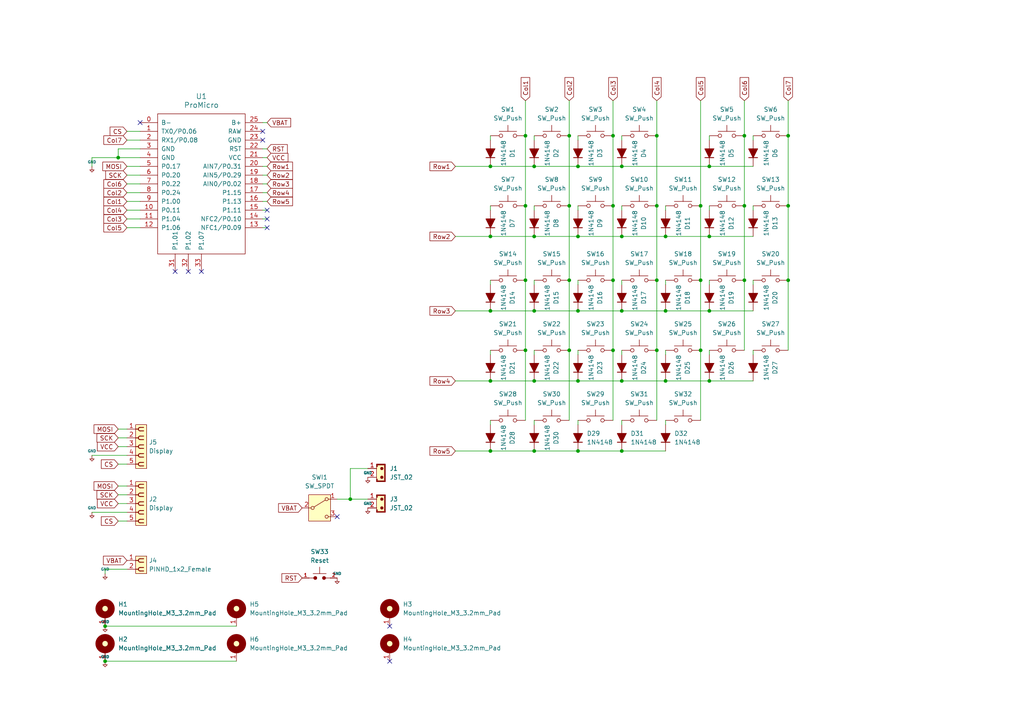
<source format=kicad_sch>
(kicad_sch
	(version 20250114)
	(generator "eeschema")
	(generator_version "9.0")
	(uuid "74b89423-ec1f-40b3-8101-fe37025cdce1")
	(paper "A4")
	(lib_symbols
		(symbol "PCM_Diode_AKL:1N4148"
			(pin_numbers
				(hide yes)
			)
			(pin_names
				(offset 1.016)
				(hide yes)
			)
			(exclude_from_sim no)
			(in_bom yes)
			(on_board yes)
			(property "Reference" "D"
				(at 0 5.08 0)
				(effects
					(font
						(size 1.27 1.27)
					)
				)
			)
			(property "Value" "1N4148"
				(at 0 2.54 0)
				(effects
					(font
						(size 1.27 1.27)
					)
				)
			)
			(property "Footprint" "PCM_Diode_THT_AKL:D_DO-35_SOD27_P7.62mm_Horizontal"
				(at 0 0 0)
				(effects
					(font
						(size 1.27 1.27)
					)
					(hide yes)
				)
			)
			(property "Datasheet" "https://datasheet.octopart.com/1N4148TR-ON-Semiconductor-datasheet-42765246.pdf"
				(at 0 0 0)
				(effects
					(font
						(size 1.27 1.27)
					)
					(hide yes)
				)
			)
			(property "Description" "DO-35 Diode, Small Signal, Fast Switching, 75V, 150mA, 4ns, Alternate KiCad Library"
				(at 0 0 0)
				(effects
					(font
						(size 1.27 1.27)
					)
					(hide yes)
				)
			)
			(property "ki_keywords" "diode 1N4148"
				(at 0 0 0)
				(effects
					(font
						(size 1.27 1.27)
					)
					(hide yes)
				)
			)
			(property "ki_fp_filters" "TO-???* *_Diode_* *SingleDiode* D_*"
				(at 0 0 0)
				(effects
					(font
						(size 1.27 1.27)
					)
					(hide yes)
				)
			)
			(symbol "1N4148_0_1"
				(polyline
					(pts
						(xy -1.27 1.27) (xy -1.27 -1.27) (xy 1.27 0) (xy -1.27 1.27)
					)
					(stroke
						(width 0.254)
						(type default)
					)
					(fill
						(type outline)
					)
				)
				(polyline
					(pts
						(xy -1.27 0) (xy 1.27 0)
					)
					(stroke
						(width 0)
						(type default)
					)
					(fill
						(type none)
					)
				)
				(polyline
					(pts
						(xy 1.27 1.27) (xy 1.27 -1.27)
					)
					(stroke
						(width 0.254)
						(type default)
					)
					(fill
						(type none)
					)
				)
			)
			(symbol "1N4148_0_2"
				(polyline
					(pts
						(xy -2.54 -2.54) (xy 2.54 2.54)
					)
					(stroke
						(width 0)
						(type default)
					)
					(fill
						(type none)
					)
				)
				(polyline
					(pts
						(xy -0.889 -0.889) (xy -1.778 0) (xy 0.889 0.889) (xy 0 -1.778) (xy -0.889 -0.889)
					)
					(stroke
						(width 0.254)
						(type default)
					)
					(fill
						(type outline)
					)
				)
				(polyline
					(pts
						(xy 0 1.778) (xy 1.778 0)
					)
					(stroke
						(width 0.254)
						(type default)
					)
					(fill
						(type none)
					)
				)
			)
			(symbol "1N4148_1_1"
				(pin passive line
					(at -3.81 0 0)
					(length 2.54)
					(name "A"
						(effects
							(font
								(size 1.27 1.27)
							)
						)
					)
					(number "2"
						(effects
							(font
								(size 1.27 1.27)
							)
						)
					)
				)
				(pin passive line
					(at 3.81 0 180)
					(length 2.54)
					(name "K"
						(effects
							(font
								(size 1.27 1.27)
							)
						)
					)
					(number "1"
						(effects
							(font
								(size 1.27 1.27)
							)
						)
					)
				)
			)
			(symbol "1N4148_1_2"
				(pin passive line
					(at -2.54 -2.54 0)
					(length 0)
					(name "A"
						(effects
							(font
								(size 1.27 1.27)
							)
						)
					)
					(number "2"
						(effects
							(font
								(size 1.27 1.27)
							)
						)
					)
				)
				(pin passive line
					(at 2.54 2.54 180)
					(length 0)
					(name "K"
						(effects
							(font
								(size 1.27 1.27)
							)
						)
					)
					(number "1"
						(effects
							(font
								(size 1.27 1.27)
							)
						)
					)
				)
			)
			(embedded_fonts no)
		)
		(symbol "PCM_SL_Connectors:JST_02"
			(exclude_from_sim no)
			(in_bom yes)
			(on_board yes)
			(property "Reference" "J"
				(at 0 7.62 0)
				(effects
					(font
						(size 1.27 1.27)
					)
				)
			)
			(property "Value" "JST_02"
				(at 0 5.08 0)
				(effects
					(font
						(size 1.27 1.27)
					)
				)
			)
			(property "Footprint" "Connector_JST:JST_EH_B2B-EH-A_1x02_P2.50mm_Vertical"
				(at 0 6.35 0)
				(effects
					(font
						(size 1.27 1.27)
					)
					(hide yes)
				)
			)
			(property "Datasheet" ""
				(at 0 6.35 0)
				(effects
					(font
						(size 1.27 1.27)
					)
					(hide yes)
				)
			)
			(property "Description" "JST Connector  2 pins"
				(at 0 0 0)
				(effects
					(font
						(size 1.27 1.27)
					)
					(hide yes)
				)
			)
			(property "ki_keywords" "JST 2"
				(at 0 0 0)
				(effects
					(font
						(size 1.27 1.27)
					)
					(hide yes)
				)
			)
			(property "ki_fp_filters" "Connector_JST:JST_EH_S2B-EH_1x02_P2.50mm_Horizontal"
				(at 0 0 0)
				(effects
					(font
						(size 1.27 1.27)
					)
					(hide yes)
				)
			)
			(symbol "JST_02_0_1"
				(rectangle
					(start -1.27 2.54)
					(end 1.27 -2.54)
					(stroke
						(width 0)
						(type default)
					)
					(fill
						(type background)
					)
				)
				(polyline
					(pts
						(xy -1.27 -1.778) (xy -1.27 -2.54) (xy 1.27 -2.54) (xy 1.27 -1.778) (xy 1.016 -1.778) (xy 1.016 -2.286)
						(xy -1.016 -2.286) (xy -1.016 -1.778) (xy -1.27 -1.778)
					)
					(stroke
						(width 0)
						(type default)
					)
					(fill
						(type outline)
					)
				)
				(circle
					(center 0.254 1.27)
					(radius 0.381)
					(stroke
						(width 0)
						(type default)
					)
					(fill
						(type outline)
					)
				)
				(circle
					(center 0.254 -1.27)
					(radius 0.381)
					(stroke
						(width 0)
						(type default)
					)
					(fill
						(type outline)
					)
				)
				(rectangle
					(start 1.016 1.778)
					(end 1.27 -1.778)
					(stroke
						(width 0)
						(type default)
					)
					(fill
						(type outline)
					)
				)
				(polyline
					(pts
						(xy 1.27 1.778) (xy 1.27 2.54) (xy -1.27 2.54) (xy -1.27 1.778) (xy -1.016 1.778) (xy -1.016 2.286)
						(xy 1.016 2.286) (xy 1.016 1.778) (xy 1.27 1.778)
					)
					(stroke
						(width 0)
						(type default)
					)
					(fill
						(type outline)
					)
				)
			)
			(symbol "JST_02_1_1"
				(pin passive line
					(at -3.81 1.27 0)
					(length 2.54)
					(name ""
						(effects
							(font
								(size 1.27 1.27)
							)
						)
					)
					(number "1"
						(effects
							(font
								(size 1.27 1.27)
							)
						)
					)
				)
				(pin passive line
					(at -3.81 -1.27 0)
					(length 2.54)
					(name ""
						(effects
							(font
								(size 1.27 1.27)
							)
						)
					)
					(number "2"
						(effects
							(font
								(size 1.27 1.27)
							)
						)
					)
				)
			)
			(embedded_fonts no)
		)
		(symbol "PCM_SL_Devices:Push_Button"
			(exclude_from_sim no)
			(in_bom yes)
			(on_board yes)
			(property "Reference" "SW"
				(at 0 6.35 0)
				(effects
					(font
						(size 1.27 1.27)
					)
				)
			)
			(property "Value" "Push_Button"
				(at 0 4.445 0)
				(effects
					(font
						(size 1.27 1.27)
					)
				)
			)
			(property "Footprint" "Button_Switch_THT:SW_PUSH_6mm"
				(at -0.127 -3.175 0)
				(effects
					(font
						(size 1.27 1.27)
					)
					(hide yes)
				)
			)
			(property "Datasheet" ""
				(at 0 0 0)
				(effects
					(font
						(size 1.27 1.27)
					)
					(hide yes)
				)
			)
			(property "Description" "Common 6mmx6mm Push Button"
				(at 0 0 0)
				(effects
					(font
						(size 1.27 1.27)
					)
					(hide yes)
				)
			)
			(property "ki_keywords" "Switch"
				(at 0 0 0)
				(effects
					(font
						(size 1.27 1.27)
					)
					(hide yes)
				)
			)
			(symbol "Push_Button_0_1"
				(polyline
					(pts
						(xy -3.175 0) (xy -1.778 0)
					)
					(stroke
						(width 0)
						(type default)
					)
					(fill
						(type none)
					)
				)
				(polyline
					(pts
						(xy -1.905 1.27) (xy 1.905 1.27)
					)
					(stroke
						(width 0)
						(type default)
					)
					(fill
						(type none)
					)
				)
				(circle
					(center -1.27 0)
					(radius 0.4579)
					(stroke
						(width 0)
						(type default)
					)
					(fill
						(type outline)
					)
				)
				(polyline
					(pts
						(xy 0 1.27) (xy 0 3.175)
					)
					(stroke
						(width 0)
						(type default)
					)
					(fill
						(type none)
					)
				)
				(circle
					(center 1.27 0)
					(radius 0.4579)
					(stroke
						(width 0)
						(type default)
					)
					(fill
						(type outline)
					)
				)
				(polyline
					(pts
						(xy 1.778 0) (xy 3.175 0)
					)
					(stroke
						(width 0)
						(type default)
					)
					(fill
						(type none)
					)
				)
			)
			(symbol "Push_Button_1_1"
				(pin passive line
					(at -5.08 0 0)
					(length 2)
					(name ""
						(effects
							(font
								(size 1.27 1.27)
							)
						)
					)
					(number "1"
						(effects
							(font
								(size 1 1)
							)
						)
					)
				)
				(pin passive line
					(at 5.08 0 180)
					(length 2)
					(name ""
						(effects
							(font
								(size 1.27 1.27)
							)
						)
					)
					(number "2"
						(effects
							(font
								(size 1 1)
							)
						)
					)
				)
			)
			(embedded_fonts no)
		)
		(symbol "PCM_SL_Mechanical:MountingHole_M3_3.2mm_Pad"
			(exclude_from_sim no)
			(in_bom yes)
			(on_board yes)
			(property "Reference" "H"
				(at 0 7.62 0)
				(effects
					(font
						(size 1.27 1.27)
					)
				)
			)
			(property "Value" "MountingHole_M3_3.2mm_Pad"
				(at 0 5.08 0)
				(effects
					(font
						(size 1.27 1.27)
					)
				)
			)
			(property "Footprint" "PCM_SL_Mechanical:MountingHole_3.2mm_Pad"
				(at 0 -3.81 0)
				(effects
					(font
						(size 1.27 1.27)
					)
					(hide yes)
				)
			)
			(property "Datasheet" ""
				(at 0 0 0)
				(effects
					(font
						(size 1.27 1.27)
					)
					(hide yes)
				)
			)
			(property "Description" "3.2mm Diameter Mounting Hole Pad (M3)"
				(at 0 0 0)
				(effects
					(font
						(size 1.27 1.27)
					)
					(hide yes)
				)
			)
			(property "ki_keywords" "Mounting Hole"
				(at 0 0 0)
				(effects
					(font
						(size 1.27 1.27)
					)
					(hide yes)
				)
			)
			(symbol "MountingHole_M3_3.2mm_Pad_0_1"
				(circle
					(center 0 0)
					(radius 1.27)
					(stroke
						(width 0)
						(type default)
					)
					(fill
						(type background)
					)
				)
				(circle
					(center 0 0)
					(radius 1.7961)
					(stroke
						(width 2)
						(type default)
					)
					(fill
						(type none)
					)
				)
			)
			(symbol "MountingHole_M3_3.2mm_Pad_1_1"
				(pin passive line
					(at 0 -5.08 90)
					(length 2.54)
					(name ""
						(effects
							(font
								(size 1.27 1.27)
							)
						)
					)
					(number "1"
						(effects
							(font
								(size 1.27 1.27)
							)
						)
					)
				)
			)
			(embedded_fonts no)
		)
		(symbol "PCM_SL_Pin_Headers:PINHD_1x2_Female"
			(exclude_from_sim no)
			(in_bom yes)
			(on_board yes)
			(property "Reference" "J"
				(at 0 7.62 0)
				(effects
					(font
						(size 1.27 1.27)
					)
				)
			)
			(property "Value" "PINHD_1x2_Female"
				(at 0 5.08 0)
				(effects
					(font
						(size 1.27 1.27)
					)
				)
			)
			(property "Footprint" "Connector_PinSocket_2.54mm:PinSocket_1x02_P2.54mm_Vertical"
				(at 2.54 10.16 0)
				(effects
					(font
						(size 1.27 1.27)
					)
					(hide yes)
				)
			)
			(property "Datasheet" ""
				(at 0 7.62 0)
				(effects
					(font
						(size 1.27 1.27)
					)
					(hide yes)
				)
			)
			(property "Description" "Pin Header female with pin space 2.54mm. Pin Count -2"
				(at 0 0 0)
				(effects
					(font
						(size 1.27 1.27)
					)
					(hide yes)
				)
			)
			(property "ki_keywords" "Pin Header"
				(at 0 0 0)
				(effects
					(font
						(size 1.27 1.27)
					)
					(hide yes)
				)
			)
			(property "ki_fp_filters" "PinSocket_1x02_P2.54mm*"
				(at 0 0 0)
				(effects
					(font
						(size 1.27 1.27)
					)
					(hide yes)
				)
			)
			(symbol "PINHD_1x2_Female_0_1"
				(rectangle
					(start -1.27 2.54)
					(end 1.905 -2.54)
					(stroke
						(width 0)
						(type default)
					)
					(fill
						(type background)
					)
				)
				(polyline
					(pts
						(xy -1.27 1.27) (xy -0.508 1.27)
					)
					(stroke
						(width 0.25)
						(type default)
					)
					(fill
						(type none)
					)
				)
				(polyline
					(pts
						(xy -1.27 -1.27) (xy -0.508 -1.27)
					)
					(stroke
						(width 0.25)
						(type default)
					)
					(fill
						(type none)
					)
				)
				(polyline
					(pts
						(xy 0 1.778) (xy 1.016 1.778)
					)
					(stroke
						(width 0.25)
						(type default)
					)
					(fill
						(type none)
					)
				)
				(arc
					(start -0.508 1.27)
					(mid -0.3592 1.6292)
					(end 0 1.778)
					(stroke
						(width 0.25)
						(type default)
					)
					(fill
						(type none)
					)
				)
				(arc
					(start 0 0.762)
					(mid -0.3592 0.9108)
					(end -0.508 1.27)
					(stroke
						(width 0.25)
						(type default)
					)
					(fill
						(type none)
					)
				)
				(polyline
					(pts
						(xy 0 0.762) (xy 1.016 0.762)
					)
					(stroke
						(width 0.25)
						(type default)
					)
					(fill
						(type none)
					)
				)
				(polyline
					(pts
						(xy 0 -0.762) (xy 1.016 -0.762)
					)
					(stroke
						(width 0.25)
						(type default)
					)
					(fill
						(type none)
					)
				)
				(arc
					(start -0.508 -1.27)
					(mid -0.3592 -0.9108)
					(end 0 -0.762)
					(stroke
						(width 0.25)
						(type default)
					)
					(fill
						(type none)
					)
				)
				(arc
					(start 0 -1.778)
					(mid -0.3592 -1.6292)
					(end -0.508 -1.27)
					(stroke
						(width 0.25)
						(type default)
					)
					(fill
						(type none)
					)
				)
				(polyline
					(pts
						(xy 0 -1.778) (xy 1.016 -1.778)
					)
					(stroke
						(width 0.25)
						(type default)
					)
					(fill
						(type none)
					)
				)
			)
			(symbol "PINHD_1x2_Female_1_1"
				(pin passive line
					(at -3.81 1.27 0)
					(length 2.54)
					(name ""
						(effects
							(font
								(size 1.27 1.27)
							)
						)
					)
					(number "1"
						(effects
							(font
								(size 1.27 1.27)
							)
						)
					)
				)
				(pin passive line
					(at -3.81 -1.27 0)
					(length 2.54)
					(name ""
						(effects
							(font
								(size 1.27 1.27)
							)
						)
					)
					(number "2"
						(effects
							(font
								(size 1.27 1.27)
							)
						)
					)
				)
			)
			(embedded_fonts no)
		)
		(symbol "PCM_SL_Pin_Headers:PINHD_1x5_Female"
			(exclude_from_sim no)
			(in_bom yes)
			(on_board yes)
			(property "Reference" "J"
				(at 0 11.43 0)
				(effects
					(font
						(size 1.27 1.27)
					)
				)
			)
			(property "Value" "PINHD_1x5_Female"
				(at 0 8.89 0)
				(effects
					(font
						(size 1.27 1.27)
					)
				)
			)
			(property "Footprint" "Connector_PinSocket_2.54mm:PinSocket_1x05_P2.54mm_Vertical"
				(at 2.54 13.97 0)
				(effects
					(font
						(size 1.27 1.27)
					)
					(hide yes)
				)
			)
			(property "Datasheet" ""
				(at 0 11.43 0)
				(effects
					(font
						(size 1.27 1.27)
					)
					(hide yes)
				)
			)
			(property "Description" "Pin Header female with pin space 2.54mm. Pin Count -5"
				(at 0 0 0)
				(effects
					(font
						(size 1.27 1.27)
					)
					(hide yes)
				)
			)
			(property "ki_keywords" "Pin Header"
				(at 0 0 0)
				(effects
					(font
						(size 1.27 1.27)
					)
					(hide yes)
				)
			)
			(property "ki_fp_filters" "PinSocket_1x05_P2.54mm*"
				(at 0 0 0)
				(effects
					(font
						(size 1.27 1.27)
					)
					(hide yes)
				)
			)
			(symbol "PINHD_1x5_Female_0_1"
				(rectangle
					(start -1.27 6.35)
					(end 1.905 -6.35)
					(stroke
						(width 0)
						(type default)
					)
					(fill
						(type background)
					)
				)
				(polyline
					(pts
						(xy -1.27 5.08) (xy -0.508 5.08)
					)
					(stroke
						(width 0.25)
						(type default)
					)
					(fill
						(type none)
					)
				)
				(polyline
					(pts
						(xy -1.27 2.54) (xy -0.508 2.54)
					)
					(stroke
						(width 0.25)
						(type default)
					)
					(fill
						(type none)
					)
				)
				(polyline
					(pts
						(xy -1.27 0) (xy -0.508 0)
					)
					(stroke
						(width 0.25)
						(type default)
					)
					(fill
						(type none)
					)
				)
				(polyline
					(pts
						(xy -1.27 -2.54) (xy -0.508 -2.54)
					)
					(stroke
						(width 0.25)
						(type default)
					)
					(fill
						(type none)
					)
				)
				(polyline
					(pts
						(xy -1.27 -5.08) (xy -0.508 -5.08)
					)
					(stroke
						(width 0.25)
						(type default)
					)
					(fill
						(type none)
					)
				)
				(polyline
					(pts
						(xy 0 5.588) (xy 1.016 5.588)
					)
					(stroke
						(width 0.25)
						(type default)
					)
					(fill
						(type none)
					)
				)
				(arc
					(start -0.508 5.08)
					(mid -0.3592 5.4392)
					(end 0 5.588)
					(stroke
						(width 0.25)
						(type default)
					)
					(fill
						(type none)
					)
				)
				(arc
					(start 0 4.572)
					(mid -0.3592 4.7208)
					(end -0.508 5.08)
					(stroke
						(width 0.25)
						(type default)
					)
					(fill
						(type none)
					)
				)
				(polyline
					(pts
						(xy 0 4.572) (xy 1.016 4.572)
					)
					(stroke
						(width 0.25)
						(type default)
					)
					(fill
						(type none)
					)
				)
				(polyline
					(pts
						(xy 0 3.048) (xy 1.016 3.048)
					)
					(stroke
						(width 0.25)
						(type default)
					)
					(fill
						(type none)
					)
				)
				(arc
					(start -0.508 2.54)
					(mid -0.3592 2.8992)
					(end 0 3.048)
					(stroke
						(width 0.25)
						(type default)
					)
					(fill
						(type none)
					)
				)
				(arc
					(start 0 2.032)
					(mid -0.3592 2.1808)
					(end -0.508 2.54)
					(stroke
						(width 0.25)
						(type default)
					)
					(fill
						(type none)
					)
				)
				(polyline
					(pts
						(xy 0 2.032) (xy 1.016 2.032)
					)
					(stroke
						(width 0.25)
						(type default)
					)
					(fill
						(type none)
					)
				)
				(polyline
					(pts
						(xy 0 0.508) (xy 1.016 0.508)
					)
					(stroke
						(width 0.25)
						(type default)
					)
					(fill
						(type none)
					)
				)
				(arc
					(start -0.508 0)
					(mid -0.3592 0.3592)
					(end 0 0.508)
					(stroke
						(width 0.25)
						(type default)
					)
					(fill
						(type none)
					)
				)
				(arc
					(start 0 -0.508)
					(mid -0.3592 -0.3592)
					(end -0.508 0)
					(stroke
						(width 0.25)
						(type default)
					)
					(fill
						(type none)
					)
				)
				(polyline
					(pts
						(xy 0 -0.508) (xy 1.016 -0.508)
					)
					(stroke
						(width 0.25)
						(type default)
					)
					(fill
						(type none)
					)
				)
				(polyline
					(pts
						(xy 0 -2.032) (xy 1.016 -2.032)
					)
					(stroke
						(width 0.25)
						(type default)
					)
					(fill
						(type none)
					)
				)
				(arc
					(start -0.508 -2.54)
					(mid -0.3592 -2.1808)
					(end 0 -2.032)
					(stroke
						(width 0.25)
						(type default)
					)
					(fill
						(type none)
					)
				)
				(arc
					(start 0 -3.048)
					(mid -0.3592 -2.8992)
					(end -0.508 -2.54)
					(stroke
						(width 0.25)
						(type default)
					)
					(fill
						(type none)
					)
				)
				(polyline
					(pts
						(xy 0 -3.048) (xy 1.016 -3.048)
					)
					(stroke
						(width 0.25)
						(type default)
					)
					(fill
						(type none)
					)
				)
				(polyline
					(pts
						(xy 0 -4.572) (xy 1.016 -4.572)
					)
					(stroke
						(width 0.25)
						(type default)
					)
					(fill
						(type none)
					)
				)
				(arc
					(start -0.508 -5.08)
					(mid -0.3592 -4.7208)
					(end 0 -4.572)
					(stroke
						(width 0.25)
						(type default)
					)
					(fill
						(type none)
					)
				)
				(arc
					(start 0 -5.588)
					(mid -0.3592 -5.4392)
					(end -0.508 -5.08)
					(stroke
						(width 0.25)
						(type default)
					)
					(fill
						(type none)
					)
				)
				(polyline
					(pts
						(xy 0 -5.588) (xy 1.016 -5.588)
					)
					(stroke
						(width 0.25)
						(type default)
					)
					(fill
						(type none)
					)
				)
			)
			(symbol "PINHD_1x5_Female_1_1"
				(pin passive line
					(at -3.81 5.08 0)
					(length 2.54)
					(name ""
						(effects
							(font
								(size 1.27 1.27)
							)
						)
					)
					(number "1"
						(effects
							(font
								(size 1.27 1.27)
							)
						)
					)
				)
				(pin passive line
					(at -3.81 2.54 0)
					(length 2.54)
					(name ""
						(effects
							(font
								(size 1.27 1.27)
							)
						)
					)
					(number "2"
						(effects
							(font
								(size 1.27 1.27)
							)
						)
					)
				)
				(pin passive line
					(at -3.81 0 0)
					(length 2.54)
					(name ""
						(effects
							(font
								(size 1.27 1.27)
							)
						)
					)
					(number "3"
						(effects
							(font
								(size 1.27 1.27)
							)
						)
					)
				)
				(pin passive line
					(at -3.81 -2.54 0)
					(length 2.54)
					(name ""
						(effects
							(font
								(size 1.27 1.27)
							)
						)
					)
					(number "4"
						(effects
							(font
								(size 1.27 1.27)
							)
						)
					)
				)
				(pin passive line
					(at -3.81 -5.08 0)
					(length 2.54)
					(name ""
						(effects
							(font
								(size 1.27 1.27)
							)
						)
					)
					(number "5"
						(effects
							(font
								(size 1.27 1.27)
							)
						)
					)
				)
			)
			(embedded_fonts no)
		)
		(symbol "Switch:SW_Push"
			(pin_numbers
				(hide yes)
			)
			(pin_names
				(offset 1.016)
				(hide yes)
			)
			(exclude_from_sim no)
			(in_bom yes)
			(on_board yes)
			(property "Reference" "SW"
				(at 1.27 2.54 0)
				(effects
					(font
						(size 1.27 1.27)
					)
					(justify left)
				)
			)
			(property "Value" "SW_Push"
				(at 0 -1.524 0)
				(effects
					(font
						(size 1.27 1.27)
					)
				)
			)
			(property "Footprint" ""
				(at 0 5.08 0)
				(effects
					(font
						(size 1.27 1.27)
					)
					(hide yes)
				)
			)
			(property "Datasheet" "~"
				(at 0 5.08 0)
				(effects
					(font
						(size 1.27 1.27)
					)
					(hide yes)
				)
			)
			(property "Description" "Push button switch, generic, two pins"
				(at 0 0 0)
				(effects
					(font
						(size 1.27 1.27)
					)
					(hide yes)
				)
			)
			(property "ki_keywords" "switch normally-open pushbutton push-button"
				(at 0 0 0)
				(effects
					(font
						(size 1.27 1.27)
					)
					(hide yes)
				)
			)
			(symbol "SW_Push_0_1"
				(circle
					(center -2.032 0)
					(radius 0.508)
					(stroke
						(width 0)
						(type default)
					)
					(fill
						(type none)
					)
				)
				(polyline
					(pts
						(xy 0 1.27) (xy 0 3.048)
					)
					(stroke
						(width 0)
						(type default)
					)
					(fill
						(type none)
					)
				)
				(circle
					(center 2.032 0)
					(radius 0.508)
					(stroke
						(width 0)
						(type default)
					)
					(fill
						(type none)
					)
				)
				(polyline
					(pts
						(xy 2.54 1.27) (xy -2.54 1.27)
					)
					(stroke
						(width 0)
						(type default)
					)
					(fill
						(type none)
					)
				)
				(pin passive line
					(at -5.08 0 0)
					(length 2.54)
					(name "1"
						(effects
							(font
								(size 1.27 1.27)
							)
						)
					)
					(number "1"
						(effects
							(font
								(size 1.27 1.27)
							)
						)
					)
				)
				(pin passive line
					(at 5.08 0 180)
					(length 2.54)
					(name "2"
						(effects
							(font
								(size 1.27 1.27)
							)
						)
					)
					(number "2"
						(effects
							(font
								(size 1.27 1.27)
							)
						)
					)
				)
			)
			(embedded_fonts no)
		)
		(symbol "Switch:SW_SPDT"
			(pin_names
				(offset 0)
				(hide yes)
			)
			(exclude_from_sim no)
			(in_bom yes)
			(on_board yes)
			(property "Reference" "SW"
				(at 0 5.08 0)
				(effects
					(font
						(size 1.27 1.27)
					)
				)
			)
			(property "Value" "SW_SPDT"
				(at 0 -5.08 0)
				(effects
					(font
						(size 1.27 1.27)
					)
				)
			)
			(property "Footprint" ""
				(at 0 0 0)
				(effects
					(font
						(size 1.27 1.27)
					)
					(hide yes)
				)
			)
			(property "Datasheet" "~"
				(at 0 -7.62 0)
				(effects
					(font
						(size 1.27 1.27)
					)
					(hide yes)
				)
			)
			(property "Description" "Switch, single pole double throw"
				(at 0 0 0)
				(effects
					(font
						(size 1.27 1.27)
					)
					(hide yes)
				)
			)
			(property "ki_keywords" "switch single-pole double-throw spdt ON-ON"
				(at 0 0 0)
				(effects
					(font
						(size 1.27 1.27)
					)
					(hide yes)
				)
			)
			(symbol "SW_SPDT_0_1"
				(circle
					(center -2.032 0)
					(radius 0.4572)
					(stroke
						(width 0)
						(type default)
					)
					(fill
						(type none)
					)
				)
				(polyline
					(pts
						(xy -1.651 0.254) (xy 1.651 2.286)
					)
					(stroke
						(width 0)
						(type default)
					)
					(fill
						(type none)
					)
				)
				(circle
					(center 2.032 2.54)
					(radius 0.4572)
					(stroke
						(width 0)
						(type default)
					)
					(fill
						(type none)
					)
				)
				(circle
					(center 2.032 -2.54)
					(radius 0.4572)
					(stroke
						(width 0)
						(type default)
					)
					(fill
						(type none)
					)
				)
			)
			(symbol "SW_SPDT_1_1"
				(rectangle
					(start -3.175 3.81)
					(end 3.175 -3.81)
					(stroke
						(width 0)
						(type default)
					)
					(fill
						(type background)
					)
				)
				(pin passive line
					(at -5.08 0 0)
					(length 2.54)
					(name "B"
						(effects
							(font
								(size 1.27 1.27)
							)
						)
					)
					(number "2"
						(effects
							(font
								(size 1.27 1.27)
							)
						)
					)
				)
				(pin passive line
					(at 5.08 2.54 180)
					(length 2.54)
					(name "A"
						(effects
							(font
								(size 1.27 1.27)
							)
						)
					)
					(number "1"
						(effects
							(font
								(size 1.27 1.27)
							)
						)
					)
				)
				(pin passive line
					(at 5.08 -2.54 180)
					(length 2.54)
					(name "C"
						(effects
							(font
								(size 1.27 1.27)
							)
						)
					)
					(number "3"
						(effects
							(font
								(size 1.27 1.27)
							)
						)
					)
				)
			)
			(embedded_fonts no)
		)
		(symbol "niceNano:nice_nano"
			(pin_names
				(offset 1.016)
			)
			(exclude_from_sim no)
			(in_bom yes)
			(on_board yes)
			(property "Reference" "U1"
				(at 0 24.13 0)
				(effects
					(font
						(size 1.524 1.524)
					)
				)
			)
			(property "Value" "ProMicro"
				(at 0 21.59 0)
				(effects
					(font
						(size 1.524 1.524)
					)
				)
			)
			(property "Footprint" "Library:nice_nano"
				(at 26.67 -63.5 90)
				(effects
					(font
						(size 1.524 1.524)
					)
					(hide yes)
				)
			)
			(property "Datasheet" ""
				(at 26.67 -63.5 90)
				(effects
					(font
						(size 1.524 1.524)
					)
					(hide yes)
				)
			)
			(property "Description" ""
				(at 0 0 0)
				(effects
					(font
						(size 1.27 1.27)
					)
					(hide yes)
				)
			)
			(symbol "nice_nano_0_1"
				(rectangle
					(start -12.7 -21.59)
					(end 12.7 19.05)
					(stroke
						(width 0)
						(type solid)
					)
					(fill
						(type none)
					)
				)
			)
			(symbol "nice_nano_1_1"
				(pin input line
					(at -17.78 16.51 0)
					(length 5.08)
					(name "B-"
						(effects
							(font
								(size 1.27 1.27)
							)
						)
					)
					(number "0"
						(effects
							(font
								(size 1.27 1.27)
							)
						)
					)
				)
				(pin input line
					(at -17.78 13.97 0)
					(length 5.08)
					(name "TX0/P0.06"
						(effects
							(font
								(size 1.27 1.27)
							)
						)
					)
					(number "1"
						(effects
							(font
								(size 1.27 1.27)
							)
						)
					)
				)
				(pin input line
					(at -17.78 11.43 0)
					(length 5.08)
					(name "RX1/P0.08"
						(effects
							(font
								(size 1.27 1.27)
							)
						)
					)
					(number "2"
						(effects
							(font
								(size 1.27 1.27)
							)
						)
					)
				)
				(pin input line
					(at -17.78 8.89 0)
					(length 5.08)
					(name "GND"
						(effects
							(font
								(size 1.27 1.27)
							)
						)
					)
					(number "3"
						(effects
							(font
								(size 1.27 1.27)
							)
						)
					)
				)
				(pin input line
					(at -17.78 6.35 0)
					(length 5.08)
					(name "GND"
						(effects
							(font
								(size 1.27 1.27)
							)
						)
					)
					(number "4"
						(effects
							(font
								(size 1.27 1.27)
							)
						)
					)
				)
				(pin input line
					(at -17.78 3.81 0)
					(length 5.08)
					(name "P0.17"
						(effects
							(font
								(size 1.27 1.27)
							)
						)
					)
					(number "5"
						(effects
							(font
								(size 1.27 1.27)
							)
						)
					)
				)
				(pin input line
					(at -17.78 1.27 0)
					(length 5.08)
					(name "P0.20"
						(effects
							(font
								(size 1.27 1.27)
							)
						)
					)
					(number "6"
						(effects
							(font
								(size 1.27 1.27)
							)
						)
					)
				)
				(pin input line
					(at -17.78 -1.27 0)
					(length 5.08)
					(name "P0.22"
						(effects
							(font
								(size 1.27 1.27)
							)
						)
					)
					(number "7"
						(effects
							(font
								(size 1.27 1.27)
							)
						)
					)
				)
				(pin input line
					(at -17.78 -3.81 0)
					(length 5.08)
					(name "P0.24"
						(effects
							(font
								(size 1.27 1.27)
							)
						)
					)
					(number "8"
						(effects
							(font
								(size 1.27 1.27)
							)
						)
					)
				)
				(pin input line
					(at -17.78 -6.35 0)
					(length 5.08)
					(name "P1.00"
						(effects
							(font
								(size 1.27 1.27)
							)
						)
					)
					(number "9"
						(effects
							(font
								(size 1.27 1.27)
							)
						)
					)
				)
				(pin input line
					(at -17.78 -8.89 0)
					(length 5.08)
					(name "P0.11"
						(effects
							(font
								(size 1.27 1.27)
							)
						)
					)
					(number "10"
						(effects
							(font
								(size 1.27 1.27)
							)
						)
					)
				)
				(pin input line
					(at -17.78 -11.43 0)
					(length 5.08)
					(name "P1.04"
						(effects
							(font
								(size 1.27 1.27)
							)
						)
					)
					(number "11"
						(effects
							(font
								(size 1.27 1.27)
							)
						)
					)
				)
				(pin input line
					(at -17.78 -13.97 0)
					(length 5.08)
					(name "P1.06"
						(effects
							(font
								(size 1.27 1.27)
							)
						)
					)
					(number "12"
						(effects
							(font
								(size 1.27 1.27)
							)
						)
					)
				)
				(pin input line
					(at -7.62 -26.67 90)
					(length 5.08)
					(name "P1.01"
						(effects
							(font
								(size 1.27 1.27)
							)
						)
					)
					(number "31"
						(effects
							(font
								(size 1.27 1.27)
							)
						)
					)
				)
				(pin input line
					(at -3.81 -26.67 90)
					(length 5.08)
					(name "P1.02"
						(effects
							(font
								(size 1.27 1.27)
							)
						)
					)
					(number "32"
						(effects
							(font
								(size 1.27 1.27)
							)
						)
					)
				)
				(pin input line
					(at 0 -26.67 90)
					(length 5.08)
					(name "P1.07"
						(effects
							(font
								(size 1.27 1.27)
							)
						)
					)
					(number "33"
						(effects
							(font
								(size 1.27 1.27)
							)
						)
					)
				)
				(pin input line
					(at 17.78 16.51 180)
					(length 5.08)
					(name "B+"
						(effects
							(font
								(size 1.27 1.27)
							)
						)
					)
					(number "25"
						(effects
							(font
								(size 1.27 1.27)
							)
						)
					)
				)
				(pin input line
					(at 17.78 13.97 180)
					(length 5.08)
					(name "RAW"
						(effects
							(font
								(size 1.27 1.27)
							)
						)
					)
					(number "24"
						(effects
							(font
								(size 1.27 1.27)
							)
						)
					)
				)
				(pin input line
					(at 17.78 11.43 180)
					(length 5.08)
					(name "GND"
						(effects
							(font
								(size 1.27 1.27)
							)
						)
					)
					(number "23"
						(effects
							(font
								(size 1.27 1.27)
							)
						)
					)
				)
				(pin input line
					(at 17.78 8.89 180)
					(length 5.08)
					(name "RST"
						(effects
							(font
								(size 1.27 1.27)
							)
						)
					)
					(number "22"
						(effects
							(font
								(size 1.27 1.27)
							)
						)
					)
				)
				(pin input line
					(at 17.78 6.35 180)
					(length 5.08)
					(name "VCC"
						(effects
							(font
								(size 1.27 1.27)
							)
						)
					)
					(number "21"
						(effects
							(font
								(size 1.27 1.27)
							)
						)
					)
				)
				(pin input line
					(at 17.78 3.81 180)
					(length 5.08)
					(name "AIN7/P0.31"
						(effects
							(font
								(size 1.27 1.27)
							)
						)
					)
					(number "20"
						(effects
							(font
								(size 1.27 1.27)
							)
						)
					)
				)
				(pin input line
					(at 17.78 1.27 180)
					(length 5.08)
					(name "AIN5/P0.29"
						(effects
							(font
								(size 1.27 1.27)
							)
						)
					)
					(number "19"
						(effects
							(font
								(size 1.27 1.27)
							)
						)
					)
				)
				(pin input line
					(at 17.78 -1.27 180)
					(length 5.08)
					(name "AIN0/P0.02"
						(effects
							(font
								(size 1.27 1.27)
							)
						)
					)
					(number "18"
						(effects
							(font
								(size 1.27 1.27)
							)
						)
					)
				)
				(pin input line
					(at 17.78 -3.81 180)
					(length 5.08)
					(name "P1.15"
						(effects
							(font
								(size 1.27 1.27)
							)
						)
					)
					(number "17"
						(effects
							(font
								(size 1.27 1.27)
							)
						)
					)
				)
				(pin input line
					(at 17.78 -6.35 180)
					(length 5.08)
					(name "P1.13"
						(effects
							(font
								(size 1.27 1.27)
							)
						)
					)
					(number "16"
						(effects
							(font
								(size 1.27 1.27)
							)
						)
					)
				)
				(pin input line
					(at 17.78 -8.89 180)
					(length 5.08)
					(name "P1.11"
						(effects
							(font
								(size 1.27 1.27)
							)
						)
					)
					(number "15"
						(effects
							(font
								(size 1.27 1.27)
							)
						)
					)
				)
				(pin input line
					(at 17.78 -11.43 180)
					(length 5.08)
					(name "NFC2/P0.10"
						(effects
							(font
								(size 1.27 1.27)
							)
						)
					)
					(number "14"
						(effects
							(font
								(size 1.27 1.27)
							)
						)
					)
				)
				(pin input line
					(at 17.78 -13.97 180)
					(length 5.08)
					(name "NFC1/P0.09"
						(effects
							(font
								(size 1.27 1.27)
							)
						)
					)
					(number "13"
						(effects
							(font
								(size 1.27 1.27)
							)
						)
					)
				)
			)
			(embedded_fonts no)
		)
		(symbol "tmk:GND"
			(power)
			(pin_names
				(offset 0)
			)
			(exclude_from_sim no)
			(in_bom yes)
			(on_board yes)
			(property "Reference" "#PWR"
				(at 0 1.27 0)
				(effects
					(font
						(size 0.508 0.508)
					)
					(hide yes)
				)
			)
			(property "Value" "GND"
				(at 0 -2.54 0)
				(effects
					(font
						(size 0.762 0.762)
					)
				)
			)
			(property "Footprint" ""
				(at 0 0 0)
				(effects
					(font
						(size 1.524 1.524)
					)
				)
			)
			(property "Datasheet" ""
				(at 0 0 0)
				(effects
					(font
						(size 1.524 1.524)
					)
				)
			)
			(property "Description" ""
				(at 0 0 0)
				(effects
					(font
						(size 1.27 1.27)
					)
					(hide yes)
				)
			)
			(symbol "GND_0_0"
				(pin power_in line
					(at 0 0 90)
					(length 0)
					(hide yes)
					(name "+5V"
						(effects
							(font
								(size 0.508 0.508)
							)
						)
					)
					(number "1"
						(effects
							(font
								(size 0.254 0.254)
							)
						)
					)
				)
			)
			(symbol "GND_0_1"
				(polyline
					(pts
						(xy 0 -1.651) (xy 0.635 -1.016) (xy -0.635 -1.016) (xy 0 -1.651)
					)
					(stroke
						(width 0)
						(type solid)
					)
					(fill
						(type none)
					)
				)
			)
			(symbol "GND_1_1"
				(polyline
					(pts
						(xy 0 0) (xy 0 -1.016) (xy 0 -1.016)
					)
					(stroke
						(width 0)
						(type solid)
					)
					(fill
						(type none)
					)
				)
			)
			(embedded_fonts no)
		)
	)
	(junction
		(at 228.6 39.37)
		(diameter 0)
		(color 0 0 0 0)
		(uuid "02600e8c-2286-4212-9fc5-4a8c24315921")
	)
	(junction
		(at 154.94 68.58)
		(diameter 0)
		(color 0 0 0 0)
		(uuid "048c0169-f276-404b-924d-a437f88dfeda")
	)
	(junction
		(at 193.04 68.58)
		(diameter 0)
		(color 0 0 0 0)
		(uuid "071a5fb6-ba7c-4512-8dde-b91d169472e0")
	)
	(junction
		(at 180.34 130.81)
		(diameter 0)
		(color 0 0 0 0)
		(uuid "0cb897b4-db47-4d31-87f5-12a407e63f5c")
	)
	(junction
		(at 180.34 90.17)
		(diameter 0)
		(color 0 0 0 0)
		(uuid "10c25877-8a42-4a44-af5f-f3c72e9de934")
	)
	(junction
		(at 152.4 39.37)
		(diameter 0)
		(color 0 0 0 0)
		(uuid "12ee3815-1585-450a-9945-d87917bdc971")
	)
	(junction
		(at 165.1 81.28)
		(diameter 0)
		(color 0 0 0 0)
		(uuid "1d081fb2-0e53-412f-a034-dde88cdf566e")
	)
	(junction
		(at 167.64 130.81)
		(diameter 0)
		(color 0 0 0 0)
		(uuid "1d7a891a-26b3-4516-ac81-b03ea4ee3070")
	)
	(junction
		(at 215.9 39.37)
		(diameter 0)
		(color 0 0 0 0)
		(uuid "1eb05bed-b107-481c-aa9d-cd592ad880e6")
	)
	(junction
		(at 177.8 81.28)
		(diameter 0)
		(color 0 0 0 0)
		(uuid "228f4c25-0351-47f2-8d3c-2704de85186d")
	)
	(junction
		(at 203.2 59.69)
		(diameter 0)
		(color 0 0 0 0)
		(uuid "2ba7a218-143e-4a0e-942a-f0d4f5e390c3")
	)
	(junction
		(at 30.48 181.61)
		(diameter 0)
		(color 0 0 0 0)
		(uuid "2f1475f9-32d1-425b-93c9-bb5069cc2874")
	)
	(junction
		(at 177.8 39.37)
		(diameter 0)
		(color 0 0 0 0)
		(uuid "43538bb1-68a3-48fc-8b3e-a66e27cd2c4f")
	)
	(junction
		(at 142.24 68.58)
		(diameter 0)
		(color 0 0 0 0)
		(uuid "4a0715b8-6d18-4ea1-9986-6d7b266dbbbd")
	)
	(junction
		(at 154.94 130.81)
		(diameter 0)
		(color 0 0 0 0)
		(uuid "4a21d507-5b71-401f-8193-24029295a56a")
	)
	(junction
		(at 152.4 101.6)
		(diameter 0)
		(color 0 0 0 0)
		(uuid "4b25b9c5-e979-4cf0-9553-4f51896f1d8c")
	)
	(junction
		(at 152.4 59.69)
		(diameter 0)
		(color 0 0 0 0)
		(uuid "4df0d877-5040-473c-bd53-0435393a590a")
	)
	(junction
		(at 205.74 110.49)
		(diameter 0)
		(color 0 0 0 0)
		(uuid "4f854fd2-6385-41b1-8f22-501f1a30d389")
	)
	(junction
		(at 177.8 59.69)
		(diameter 0)
		(color 0 0 0 0)
		(uuid "52cd3a83-a437-4a6b-a510-e15faad88c9e")
	)
	(junction
		(at 190.5 101.6)
		(diameter 0)
		(color 0 0 0 0)
		(uuid "55e74c50-9910-4f78-a047-7a84c5e91f42")
	)
	(junction
		(at 180.34 110.49)
		(diameter 0)
		(color 0 0 0 0)
		(uuid "5797d2cd-c420-4aac-a8fe-d84d1cb93cb3")
	)
	(junction
		(at 167.64 48.26)
		(diameter 0)
		(color 0 0 0 0)
		(uuid "7075cd16-c27a-478d-b458-f42a50e0bd3f")
	)
	(junction
		(at 142.24 90.17)
		(diameter 0)
		(color 0 0 0 0)
		(uuid "72b82876-0a6a-44d2-8eff-a1929db4f193")
	)
	(junction
		(at 215.9 59.69)
		(diameter 0)
		(color 0 0 0 0)
		(uuid "75fc8fd8-577d-437b-b279-5ecfc16c138d")
	)
	(junction
		(at 205.74 48.26)
		(diameter 0)
		(color 0 0 0 0)
		(uuid "765b0356-f52e-46d0-81c6-bec7adcb5d4d")
	)
	(junction
		(at 193.04 90.17)
		(diameter 0)
		(color 0 0 0 0)
		(uuid "76d14fbf-842f-4eb3-9e83-f9ee9b5745d9")
	)
	(junction
		(at 154.94 48.26)
		(diameter 0)
		(color 0 0 0 0)
		(uuid "78c352cc-f42a-49b3-871f-d8cf68d0952b")
	)
	(junction
		(at 203.2 81.28)
		(diameter 0)
		(color 0 0 0 0)
		(uuid "7940ca5b-c7e8-4bb8-bce0-0226fcc39bf5")
	)
	(junction
		(at 215.9 81.28)
		(diameter 0)
		(color 0 0 0 0)
		(uuid "7b17673c-2091-41f2-a219-27a70d9aee64")
	)
	(junction
		(at 228.6 59.69)
		(diameter 0)
		(color 0 0 0 0)
		(uuid "7c845af5-36db-4f5a-a569-35784125f3eb")
	)
	(junction
		(at 165.1 39.37)
		(diameter 0)
		(color 0 0 0 0)
		(uuid "7e28f3e8-de8c-41dd-a88f-308e8283af8d")
	)
	(junction
		(at 177.8 101.6)
		(diameter 0)
		(color 0 0 0 0)
		(uuid "7f74e656-b0c2-4a1a-93ca-12d834692613")
	)
	(junction
		(at 203.2 101.6)
		(diameter 0)
		(color 0 0 0 0)
		(uuid "7fd17aa8-b5a5-48b8-ace4-66c041dbafcf")
	)
	(junction
		(at 154.94 90.17)
		(diameter 0)
		(color 0 0 0 0)
		(uuid "89d86323-2002-475e-98e4-635397ece2eb")
	)
	(junction
		(at 167.64 110.49)
		(diameter 0)
		(color 0 0 0 0)
		(uuid "8c0c5933-d06d-4c49-bde8-a9d17329fc15")
	)
	(junction
		(at 167.64 68.58)
		(diameter 0)
		(color 0 0 0 0)
		(uuid "9822e4f1-c04d-4e9a-bfab-5fb72d2807c1")
	)
	(junction
		(at 142.24 48.26)
		(diameter 0)
		(color 0 0 0 0)
		(uuid "98905d84-24d8-4329-ba40-dd5a14b90de7")
	)
	(junction
		(at 190.5 81.28)
		(diameter 0)
		(color 0 0 0 0)
		(uuid "a1825411-af8e-4a5f-b896-20836fcdc680")
	)
	(junction
		(at 180.34 68.58)
		(diameter 0)
		(color 0 0 0 0)
		(uuid "b84d8e02-9e8b-434c-801c-264484d295e7")
	)
	(junction
		(at 152.4 81.28)
		(diameter 0)
		(color 0 0 0 0)
		(uuid "bc2f8a3f-4f14-4f14-869a-305ec7d541d9")
	)
	(junction
		(at 167.64 90.17)
		(diameter 0)
		(color 0 0 0 0)
		(uuid "c4933c8c-2d32-489b-88ed-38a3ea853588")
	)
	(junction
		(at 142.24 130.81)
		(diameter 0)
		(color 0 0 0 0)
		(uuid "c731d6dd-805b-44d9-93a9-9b05092e501b")
	)
	(junction
		(at 165.1 59.69)
		(diameter 0)
		(color 0 0 0 0)
		(uuid "c7aad7b9-4262-4ecb-9ed2-f14811a80a9d")
	)
	(junction
		(at 30.48 191.77)
		(diameter 0)
		(color 0 0 0 0)
		(uuid "c9aa6312-26b7-4d0f-b2fd-1f0e0a08696f")
	)
	(junction
		(at 193.04 110.49)
		(diameter 0)
		(color 0 0 0 0)
		(uuid "ca9e7bce-b968-4346-9747-a4e61f303d61")
	)
	(junction
		(at 34.29 45.72)
		(diameter 0)
		(color 0 0 0 0)
		(uuid "cef71f9a-6c0f-4e92-b453-b28c48818239")
	)
	(junction
		(at 228.6 81.28)
		(diameter 0)
		(color 0 0 0 0)
		(uuid "d7652841-8baa-4452-a4a2-6714b37c3fcb")
	)
	(junction
		(at 154.94 110.49)
		(diameter 0)
		(color 0 0 0 0)
		(uuid "dffbe284-87a0-4968-bc79-443493a75077")
	)
	(junction
		(at 180.34 48.26)
		(diameter 0)
		(color 0 0 0 0)
		(uuid "e0265baa-0d8e-416d-a1f8-32335532e16b")
	)
	(junction
		(at 142.24 110.49)
		(diameter 0)
		(color 0 0 0 0)
		(uuid "e540f2d4-920d-4af8-9df3-176008243e40")
	)
	(junction
		(at 101.6 144.78)
		(diameter 0)
		(color 0 0 0 0)
		(uuid "e5cde488-64c3-4482-b031-68bae3da2ae6")
	)
	(junction
		(at 190.5 59.69)
		(diameter 0)
		(color 0 0 0 0)
		(uuid "e5f00692-c391-4c2f-85f3-d19ab3662ee7")
	)
	(junction
		(at 205.74 68.58)
		(diameter 0)
		(color 0 0 0 0)
		(uuid "ee9369fc-3d2f-4cb2-bfca-e320efd079ab")
	)
	(junction
		(at 165.1 101.6)
		(diameter 0)
		(color 0 0 0 0)
		(uuid "f1a67ebf-f6b6-43a7-b0eb-543ec20bb054")
	)
	(junction
		(at 205.74 90.17)
		(diameter 0)
		(color 0 0 0 0)
		(uuid "f5fa2c04-bda2-4f23-9645-05854a682434")
	)
	(junction
		(at 190.5 39.37)
		(diameter 0)
		(color 0 0 0 0)
		(uuid "fd8d6177-5006-40de-893b-4803bb0f16d8")
	)
	(no_connect
		(at 77.47 66.04)
		(uuid "0f34aa4d-3778-4146-aa0e-6d915221b4c6")
	)
	(no_connect
		(at 50.8 78.74)
		(uuid "149cefce-95b0-43f9-b45f-532cf6b162a0")
	)
	(no_connect
		(at 113.03 181.61)
		(uuid "201fd02c-1ccb-46f7-98d4-4ed57bd82af5")
	)
	(no_connect
		(at 76.2 40.64)
		(uuid "36644e31-652e-438f-9e57-05568601432f")
	)
	(no_connect
		(at 77.47 63.5)
		(uuid "3a73446b-52d1-4144-a63a-1e7cd83a2f55")
	)
	(no_connect
		(at 77.47 60.96)
		(uuid "6ada67eb-ca5e-492e-bf9d-493213166f04")
	)
	(no_connect
		(at 40.64 35.56)
		(uuid "d35a786e-cc60-49eb-b763-266d2ddb69b1")
	)
	(no_connect
		(at 58.42 78.74)
		(uuid "e7d3a516-9dbd-4417-b0db-b63b8f521609")
	)
	(no_connect
		(at 97.79 149.86)
		(uuid "ea1ba016-cdd8-4c98-80fb-57e08b335e69")
	)
	(no_connect
		(at 54.61 78.74)
		(uuid "eaf7fe52-9177-4d95-9b13-cd4651d79d51")
	)
	(no_connect
		(at 76.2 38.1)
		(uuid "ef7b25cc-27a1-44bf-9d60-3b8e7784f868")
	)
	(no_connect
		(at 113.03 191.77)
		(uuid "ef89524f-aeb2-41e8-aefe-96a721571d96")
	)
	(wire
		(pts
			(xy 76.2 35.56) (xy 77.47 35.56)
		)
		(stroke
			(width 0)
			(type default)
		)
		(uuid "0625038e-666a-4603-bbb6-d08411b0a858")
	)
	(wire
		(pts
			(xy 154.94 90.17) (xy 167.64 90.17)
		)
		(stroke
			(width 0)
			(type default)
		)
		(uuid "0879c984-82e7-49c6-8df7-2ccd86c05326")
	)
	(wire
		(pts
			(xy 205.74 68.58) (xy 218.44 68.58)
		)
		(stroke
			(width 0)
			(type default)
		)
		(uuid "09b1474f-8331-431e-8dd9-ba4d4d156ef0")
	)
	(wire
		(pts
			(xy 36.83 58.42) (xy 40.64 58.42)
		)
		(stroke
			(width 0)
			(type default)
		)
		(uuid "0aa29941-95d6-4366-8d38-6295df2c536b")
	)
	(wire
		(pts
			(xy 218.44 59.69) (xy 218.44 60.96)
		)
		(stroke
			(width 0)
			(type default)
		)
		(uuid "0f624444-f1c2-45b3-80b9-37cbfdc7b41b")
	)
	(wire
		(pts
			(xy 34.29 124.46) (xy 36.83 124.46)
		)
		(stroke
			(width 0)
			(type default)
		)
		(uuid "0f6ad8cd-812b-44b6-a889-e6bb9192be01")
	)
	(wire
		(pts
			(xy 76.2 58.42) (xy 77.47 58.42)
		)
		(stroke
			(width 0)
			(type default)
		)
		(uuid "1089c595-9cee-4092-83e4-25f9aba1272a")
	)
	(wire
		(pts
			(xy 26.67 45.72) (xy 34.29 45.72)
		)
		(stroke
			(width 0)
			(type default)
		)
		(uuid "11af76bb-122e-4ff9-b667-203329aaf32a")
	)
	(wire
		(pts
			(xy 154.94 39.37) (xy 154.94 40.64)
		)
		(stroke
			(width 0)
			(type default)
		)
		(uuid "13db29a5-7bad-488b-9f86-a0ec1e277c56")
	)
	(wire
		(pts
			(xy 34.29 140.97) (xy 36.83 140.97)
		)
		(stroke
			(width 0)
			(type default)
		)
		(uuid "1517aafa-c32a-4199-bb44-8e277149fc6e")
	)
	(wire
		(pts
			(xy 215.9 81.28) (xy 215.9 101.6)
		)
		(stroke
			(width 0)
			(type default)
		)
		(uuid "16223fad-c55b-4a76-a1b6-b7f9c3b5fd8c")
	)
	(wire
		(pts
			(xy 228.6 39.37) (xy 228.6 59.69)
		)
		(stroke
			(width 0)
			(type default)
		)
		(uuid "194c7976-7765-4834-8c62-49de2b950e8f")
	)
	(wire
		(pts
			(xy 142.24 68.58) (xy 154.94 68.58)
		)
		(stroke
			(width 0)
			(type default)
		)
		(uuid "19501749-1bd3-4a8a-9b06-2ca64b488c7d")
	)
	(wire
		(pts
			(xy 228.6 59.69) (xy 228.6 81.28)
		)
		(stroke
			(width 0)
			(type default)
		)
		(uuid "19d815b1-a52c-4116-9f52-233240f367ef")
	)
	(wire
		(pts
			(xy 167.64 59.69) (xy 167.64 60.96)
		)
		(stroke
			(width 0)
			(type default)
		)
		(uuid "1a7b2c8d-9dfd-4664-a608-f9ceb4b94935")
	)
	(wire
		(pts
			(xy 34.29 129.54) (xy 36.83 129.54)
		)
		(stroke
			(width 0)
			(type default)
		)
		(uuid "1a9e7919-e5c1-4534-9530-bbb136e5ae35")
	)
	(wire
		(pts
			(xy 205.74 48.26) (xy 218.44 48.26)
		)
		(stroke
			(width 0)
			(type default)
		)
		(uuid "1be5e70f-ae93-4977-b395-f18cff86632d")
	)
	(wire
		(pts
			(xy 203.2 29.21) (xy 203.2 59.69)
		)
		(stroke
			(width 0)
			(type default)
		)
		(uuid "1d691207-5264-4069-b4ec-e179683af274")
	)
	(wire
		(pts
			(xy 36.83 38.1) (xy 40.64 38.1)
		)
		(stroke
			(width 0)
			(type default)
		)
		(uuid "1e167106-9f93-41f9-b231-da4cea690d7a")
	)
	(wire
		(pts
			(xy 177.8 101.6) (xy 177.8 121.92)
		)
		(stroke
			(width 0)
			(type default)
		)
		(uuid "214465d2-9807-46a8-8dcf-291a035c0f45")
	)
	(wire
		(pts
			(xy 154.94 110.49) (xy 167.64 110.49)
		)
		(stroke
			(width 0)
			(type default)
		)
		(uuid "227b73a6-3fba-48a6-aa79-04496cfa4aa0")
	)
	(wire
		(pts
			(xy 36.83 63.5) (xy 40.64 63.5)
		)
		(stroke
			(width 0)
			(type default)
		)
		(uuid "26495f97-ea96-41f8-9ccf-474dea87d70e")
	)
	(wire
		(pts
			(xy 180.34 81.28) (xy 180.34 82.55)
		)
		(stroke
			(width 0)
			(type default)
		)
		(uuid "2ce336d0-9fdb-4c01-8f88-43d577bb7eb2")
	)
	(wire
		(pts
			(xy 36.83 48.26) (xy 40.64 48.26)
		)
		(stroke
			(width 0)
			(type default)
		)
		(uuid "2ea27371-d234-47fb-b936-f194e6b4b3a5")
	)
	(wire
		(pts
			(xy 177.8 81.28) (xy 177.8 101.6)
		)
		(stroke
			(width 0)
			(type default)
		)
		(uuid "304e749c-35af-4652-9324-de25b79fef76")
	)
	(wire
		(pts
			(xy 167.64 81.28) (xy 167.64 82.55)
		)
		(stroke
			(width 0)
			(type default)
		)
		(uuid "30548b32-91e2-4cf1-99f4-bcb0120de5dc")
	)
	(wire
		(pts
			(xy 218.44 39.37) (xy 218.44 40.64)
		)
		(stroke
			(width 0)
			(type default)
		)
		(uuid "349b9035-4617-4029-98f1-3036a89cfa44")
	)
	(wire
		(pts
			(xy 26.67 48.26) (xy 26.67 45.72)
		)
		(stroke
			(width 0)
			(type default)
		)
		(uuid "35069f70-fa89-4534-a4e6-fe028d1ba06d")
	)
	(wire
		(pts
			(xy 165.1 101.6) (xy 165.1 121.92)
		)
		(stroke
			(width 0)
			(type default)
		)
		(uuid "3818fbbc-5a0e-410b-93e2-5c727a568a5f")
	)
	(wire
		(pts
			(xy 152.4 81.28) (xy 152.4 101.6)
		)
		(stroke
			(width 0)
			(type default)
		)
		(uuid "39a13390-555a-431e-92a7-b18d9493c5ae")
	)
	(wire
		(pts
			(xy 30.48 181.61) (xy 68.58 181.61)
		)
		(stroke
			(width 0)
			(type default)
		)
		(uuid "3a87582f-eed4-428b-b094-7b02734380d9")
	)
	(wire
		(pts
			(xy 177.8 29.21) (xy 177.8 39.37)
		)
		(stroke
			(width 0)
			(type default)
		)
		(uuid "427f295c-aa3d-43b3-bc0a-096f686f59d6")
	)
	(wire
		(pts
			(xy 76.2 43.18) (xy 77.47 43.18)
		)
		(stroke
			(width 0)
			(type default)
		)
		(uuid "445bab53-8d37-4f35-9d9f-a879a546aec5")
	)
	(wire
		(pts
			(xy 215.9 29.21) (xy 215.9 39.37)
		)
		(stroke
			(width 0)
			(type default)
		)
		(uuid "475f41a5-84d2-46b3-93ae-f4de3a767196")
	)
	(wire
		(pts
			(xy 142.24 110.49) (xy 154.94 110.49)
		)
		(stroke
			(width 0)
			(type default)
		)
		(uuid "49785b68-cd71-4608-bc89-31cb04abe8fe")
	)
	(wire
		(pts
			(xy 190.5 59.69) (xy 190.5 81.28)
		)
		(stroke
			(width 0)
			(type default)
		)
		(uuid "4b7783c1-cda8-4943-8cb8-e2214ea39d56")
	)
	(wire
		(pts
			(xy 193.04 81.28) (xy 193.04 82.55)
		)
		(stroke
			(width 0)
			(type default)
		)
		(uuid "4ba1460f-fd96-412e-93f2-254cc80d3ab8")
	)
	(wire
		(pts
			(xy 106.68 135.89) (xy 101.6 135.89)
		)
		(stroke
			(width 0)
			(type default)
		)
		(uuid "4c556363-b2ca-41b7-955a-aee654b5af89")
	)
	(wire
		(pts
			(xy 215.9 59.69) (xy 215.9 81.28)
		)
		(stroke
			(width 0)
			(type default)
		)
		(uuid "4d3b6b99-0733-4630-9f70-6d6ee580714a")
	)
	(wire
		(pts
			(xy 77.47 45.72) (xy 76.2 45.72)
		)
		(stroke
			(width 0)
			(type default)
		)
		(uuid "4fc5ba5c-f5f1-49c2-87d3-b82e77eca6b6")
	)
	(wire
		(pts
			(xy 218.44 81.28) (xy 218.44 82.55)
		)
		(stroke
			(width 0)
			(type default)
		)
		(uuid "52c567c0-9706-4e4a-946a-65134cc4d47f")
	)
	(wire
		(pts
			(xy 152.4 29.21) (xy 152.4 39.37)
		)
		(stroke
			(width 0)
			(type default)
		)
		(uuid "54478ecd-d97c-4988-bcf0-ccc9ada0b031")
	)
	(wire
		(pts
			(xy 203.2 101.6) (xy 203.2 121.92)
		)
		(stroke
			(width 0)
			(type default)
		)
		(uuid "582a8f96-718c-4b61-b7d8-db5e18ea0ebf")
	)
	(wire
		(pts
			(xy 154.94 101.6) (xy 154.94 102.87)
		)
		(stroke
			(width 0)
			(type default)
		)
		(uuid "58f7b807-3377-41f0-850e-9e6e9581b777")
	)
	(wire
		(pts
			(xy 180.34 59.69) (xy 180.34 60.96)
		)
		(stroke
			(width 0)
			(type default)
		)
		(uuid "59a961b0-be71-4c65-b6ad-73d9d062a0ff")
	)
	(wire
		(pts
			(xy 205.74 81.28) (xy 205.74 82.55)
		)
		(stroke
			(width 0)
			(type default)
		)
		(uuid "59b3d37d-3f9c-4045-8755-0133d2dc70a5")
	)
	(wire
		(pts
			(xy 132.08 48.26) (xy 142.24 48.26)
		)
		(stroke
			(width 0)
			(type default)
		)
		(uuid "5a1fa95c-1228-4eb4-9534-4540972a5401")
	)
	(wire
		(pts
			(xy 228.6 29.21) (xy 228.6 39.37)
		)
		(stroke
			(width 0)
			(type default)
		)
		(uuid "5b2ae952-9685-49d6-9e0a-fd70a1a84b91")
	)
	(wire
		(pts
			(xy 193.04 110.49) (xy 205.74 110.49)
		)
		(stroke
			(width 0)
			(type default)
		)
		(uuid "5faff6f1-eb63-41e1-b9b9-aa2153e2e2a9")
	)
	(wire
		(pts
			(xy 154.94 59.69) (xy 154.94 60.96)
		)
		(stroke
			(width 0)
			(type default)
		)
		(uuid "631acdc5-64eb-4d3b-9dd1-51f273fcc262")
	)
	(wire
		(pts
			(xy 167.64 121.92) (xy 167.64 123.19)
		)
		(stroke
			(width 0)
			(type default)
		)
		(uuid "63e50036-3c9b-4bb2-b359-80618be6dd93")
	)
	(wire
		(pts
			(xy 76.2 63.5) (xy 77.47 63.5)
		)
		(stroke
			(width 0)
			(type default)
		)
		(uuid "64006326-a131-4ef7-88a9-617bb2fcc27e")
	)
	(wire
		(pts
			(xy 203.2 59.69) (xy 203.2 81.28)
		)
		(stroke
			(width 0)
			(type default)
		)
		(uuid "674e17ee-5ec3-4106-bc58-add42e563ec6")
	)
	(wire
		(pts
			(xy 76.2 48.26) (xy 77.47 48.26)
		)
		(stroke
			(width 0)
			(type default)
		)
		(uuid "6a59d1f0-75ac-4e43-81c4-8e8baf2ae85b")
	)
	(wire
		(pts
			(xy 34.29 43.18) (xy 34.29 45.72)
		)
		(stroke
			(width 0)
			(type default)
		)
		(uuid "6b26b263-6f14-4115-b0eb-55e6fb0f5f0e")
	)
	(wire
		(pts
			(xy 34.29 151.13) (xy 36.83 151.13)
		)
		(stroke
			(width 0)
			(type default)
		)
		(uuid "6d0a1f09-d306-40aa-ae27-a9f719d2ed82")
	)
	(wire
		(pts
			(xy 101.6 135.89) (xy 101.6 144.78)
		)
		(stroke
			(width 0)
			(type default)
		)
		(uuid "6da6cd1d-09ae-49b7-afc6-9811c50bced6")
	)
	(wire
		(pts
			(xy 167.64 101.6) (xy 167.64 102.87)
		)
		(stroke
			(width 0)
			(type default)
		)
		(uuid "6ff428ef-5a12-4c1f-8b33-48e975d8d53a")
	)
	(wire
		(pts
			(xy 190.5 29.21) (xy 190.5 39.37)
		)
		(stroke
			(width 0)
			(type default)
		)
		(uuid "704fba99-29c8-45bb-9858-83a698ee7fe3")
	)
	(wire
		(pts
			(xy 193.04 101.6) (xy 193.04 102.87)
		)
		(stroke
			(width 0)
			(type default)
		)
		(uuid "73d7a92c-5edd-47b8-b598-59d09aeca5e4")
	)
	(wire
		(pts
			(xy 180.34 121.92) (xy 180.34 123.19)
		)
		(stroke
			(width 0)
			(type default)
		)
		(uuid "7765970f-dc1d-41cc-8116-5b548a9ae331")
	)
	(wire
		(pts
			(xy 30.48 166.37) (xy 30.48 165.1)
		)
		(stroke
			(width 0)
			(type default)
		)
		(uuid "77e595d7-b32f-457f-8a23-1bd29ccc514b")
	)
	(wire
		(pts
			(xy 177.8 59.69) (xy 177.8 81.28)
		)
		(stroke
			(width 0)
			(type default)
		)
		(uuid "7d96fca4-836e-4a99-bf49-4e04c483389a")
	)
	(wire
		(pts
			(xy 142.24 121.92) (xy 142.24 123.19)
		)
		(stroke
			(width 0)
			(type default)
		)
		(uuid "7df5e21b-5899-463d-931d-4a7ccd9b6c05")
	)
	(wire
		(pts
			(xy 152.4 59.69) (xy 152.4 81.28)
		)
		(stroke
			(width 0)
			(type default)
		)
		(uuid "7e9c4459-5da4-4387-b3bd-16fecda2d805")
	)
	(wire
		(pts
			(xy 142.24 101.6) (xy 142.24 102.87)
		)
		(stroke
			(width 0)
			(type default)
		)
		(uuid "7ebb2769-82d1-4a20-afe2-5fa56845450f")
	)
	(wire
		(pts
			(xy 218.44 101.6) (xy 218.44 102.87)
		)
		(stroke
			(width 0)
			(type default)
		)
		(uuid "7f1a8b53-d67c-489a-a5fd-b47e2795d840")
	)
	(wire
		(pts
			(xy 190.5 101.6) (xy 190.5 121.92)
		)
		(stroke
			(width 0)
			(type default)
		)
		(uuid "81d1f73d-7c99-482c-883f-613dd03f7669")
	)
	(wire
		(pts
			(xy 30.48 165.1) (xy 36.83 165.1)
		)
		(stroke
			(width 0)
			(type default)
		)
		(uuid "8208530d-6cc1-4724-93a9-1993a573dffc")
	)
	(wire
		(pts
			(xy 34.29 134.62) (xy 36.83 134.62)
		)
		(stroke
			(width 0)
			(type default)
		)
		(uuid "864699e6-88b9-49d1-9ce3-df4f0ba48b2a")
	)
	(wire
		(pts
			(xy 152.4 39.37) (xy 152.4 59.69)
		)
		(stroke
			(width 0)
			(type default)
		)
		(uuid "87b8e860-9823-4be6-8610-5490def275d4")
	)
	(wire
		(pts
			(xy 193.04 121.92) (xy 193.04 123.19)
		)
		(stroke
			(width 0)
			(type default)
		)
		(uuid "893cd82f-c017-440a-a76f-2d271a144eb6")
	)
	(wire
		(pts
			(xy 154.94 81.28) (xy 154.94 82.55)
		)
		(stroke
			(width 0)
			(type default)
		)
		(uuid "8cd76789-317b-4152-8200-39b7e0d951ca")
	)
	(wire
		(pts
			(xy 167.64 39.37) (xy 167.64 40.64)
		)
		(stroke
			(width 0)
			(type default)
		)
		(uuid "8d9fc5ea-9311-47ef-a7f9-618ed47834c1")
	)
	(wire
		(pts
			(xy 180.34 48.26) (xy 205.74 48.26)
		)
		(stroke
			(width 0)
			(type default)
		)
		(uuid "8f0e57c5-127f-492e-82a3-d97e01111352")
	)
	(wire
		(pts
			(xy 101.6 144.78) (xy 97.79 144.78)
		)
		(stroke
			(width 0)
			(type default)
		)
		(uuid "8faee3fa-a60c-4cd0-858a-f229d8577311")
	)
	(wire
		(pts
			(xy 36.83 40.64) (xy 40.64 40.64)
		)
		(stroke
			(width 0)
			(type default)
		)
		(uuid "91c57c86-5244-4440-bea9-ac4956d880dd")
	)
	(wire
		(pts
			(xy 34.29 127) (xy 36.83 127)
		)
		(stroke
			(width 0)
			(type default)
		)
		(uuid "92873ab4-da2b-4b5f-b036-688148bc66a0")
	)
	(wire
		(pts
			(xy 34.29 45.72) (xy 40.64 45.72)
		)
		(stroke
			(width 0)
			(type default)
		)
		(uuid "94297cc7-4b2d-47f9-a40c-fab6d824bd5a")
	)
	(wire
		(pts
			(xy 76.2 60.96) (xy 77.47 60.96)
		)
		(stroke
			(width 0)
			(type default)
		)
		(uuid "96210546-e992-4cdc-b415-6320ff7eeae9")
	)
	(wire
		(pts
			(xy 132.08 68.58) (xy 142.24 68.58)
		)
		(stroke
			(width 0)
			(type default)
		)
		(uuid "978249d2-9471-4d9c-9c64-ca2a557dff13")
	)
	(wire
		(pts
			(xy 190.5 39.37) (xy 190.5 59.69)
		)
		(stroke
			(width 0)
			(type default)
		)
		(uuid "980d8ee4-44fd-444a-a574-cbcf2d2c7488")
	)
	(wire
		(pts
			(xy 76.2 50.8) (xy 77.47 50.8)
		)
		(stroke
			(width 0)
			(type default)
		)
		(uuid "9ae8a9d0-c704-4e5f-a877-ee1f4081cb04")
	)
	(wire
		(pts
			(xy 180.34 130.81) (xy 193.04 130.81)
		)
		(stroke
			(width 0)
			(type default)
		)
		(uuid "9ce88b0a-e77a-4560-b38f-a2ed2d2ca144")
	)
	(wire
		(pts
			(xy 165.1 81.28) (xy 165.1 101.6)
		)
		(stroke
			(width 0)
			(type default)
		)
		(uuid "9dbe0699-3a04-4157-bdfc-5bcc63c1594a")
	)
	(wire
		(pts
			(xy 165.1 59.69) (xy 165.1 81.28)
		)
		(stroke
			(width 0)
			(type default)
		)
		(uuid "a10168b3-31af-4a2e-88a0-e6e8d5357c3f")
	)
	(wire
		(pts
			(xy 34.29 143.51) (xy 36.83 143.51)
		)
		(stroke
			(width 0)
			(type default)
		)
		(uuid "a29e6657-aa92-46b8-9fa3-03ef46bdd0c6")
	)
	(wire
		(pts
			(xy 142.24 39.37) (xy 142.24 40.64)
		)
		(stroke
			(width 0)
			(type default)
		)
		(uuid "a2bc5a7e-b15e-4d42-a0bf-e9b3c41cadf0")
	)
	(wire
		(pts
			(xy 180.34 90.17) (xy 193.04 90.17)
		)
		(stroke
			(width 0)
			(type default)
		)
		(uuid "a3305896-7691-43f1-a36e-0c1b96cbd20f")
	)
	(wire
		(pts
			(xy 167.64 130.81) (xy 180.34 130.81)
		)
		(stroke
			(width 0)
			(type default)
		)
		(uuid "a35aa3cf-614c-4856-a713-b097b46cbb6e")
	)
	(wire
		(pts
			(xy 228.6 81.28) (xy 228.6 101.6)
		)
		(stroke
			(width 0)
			(type default)
		)
		(uuid "a40923fa-edbd-4554-bc2a-b6aae6a9e696")
	)
	(wire
		(pts
			(xy 36.83 55.88) (xy 40.64 55.88)
		)
		(stroke
			(width 0)
			(type default)
		)
		(uuid "a52975b9-1921-4614-b448-9ff3a7d9c80a")
	)
	(wire
		(pts
			(xy 167.64 68.58) (xy 180.34 68.58)
		)
		(stroke
			(width 0)
			(type default)
		)
		(uuid "a5c0f7bc-dc36-4417-a4bf-8887b50e03f4")
	)
	(wire
		(pts
			(xy 142.24 130.81) (xy 154.94 130.81)
		)
		(stroke
			(width 0)
			(type default)
		)
		(uuid "a80aa9b5-ee12-4325-8409-373e7eb4c30a")
	)
	(wire
		(pts
			(xy 205.74 110.49) (xy 218.44 110.49)
		)
		(stroke
			(width 0)
			(type default)
		)
		(uuid "a816c14c-f9f2-411f-9b74-0f5266c2eb85")
	)
	(wire
		(pts
			(xy 193.04 90.17) (xy 205.74 90.17)
		)
		(stroke
			(width 0)
			(type default)
		)
		(uuid "a82e5c78-d293-4e01-9b82-52269e317f3e")
	)
	(wire
		(pts
			(xy 203.2 81.28) (xy 203.2 101.6)
		)
		(stroke
			(width 0)
			(type default)
		)
		(uuid "b02bb923-a152-464a-8e99-b55aad06f951")
	)
	(wire
		(pts
			(xy 76.2 66.04) (xy 77.47 66.04)
		)
		(stroke
			(width 0)
			(type default)
		)
		(uuid "b09fdcf3-fd10-4095-8569-30c21626df1f")
	)
	(wire
		(pts
			(xy 180.34 101.6) (xy 180.34 102.87)
		)
		(stroke
			(width 0)
			(type default)
		)
		(uuid "b0a7d7aa-1f19-4987-b3ab-682766f79939")
	)
	(wire
		(pts
			(xy 193.04 59.69) (xy 193.04 60.96)
		)
		(stroke
			(width 0)
			(type default)
		)
		(uuid "b3d9a27a-3fb4-411f-a30a-dd5a918bd9d8")
	)
	(wire
		(pts
			(xy 76.2 55.88) (xy 77.47 55.88)
		)
		(stroke
			(width 0)
			(type default)
		)
		(uuid "b6b9c2a3-4878-46cb-9ae8-9d64b98e0f50")
	)
	(wire
		(pts
			(xy 154.94 121.92) (xy 154.94 123.19)
		)
		(stroke
			(width 0)
			(type default)
		)
		(uuid "ba0a3928-64bc-443f-9e7f-13df0d92facc")
	)
	(wire
		(pts
			(xy 154.94 68.58) (xy 167.64 68.58)
		)
		(stroke
			(width 0)
			(type default)
		)
		(uuid "bb5e3d7f-408d-4ff3-afa2-61578db31127")
	)
	(wire
		(pts
			(xy 205.74 90.17) (xy 218.44 90.17)
		)
		(stroke
			(width 0)
			(type default)
		)
		(uuid "bed9a166-e757-43d7-a77f-bd10a74288c8")
	)
	(wire
		(pts
			(xy 142.24 90.17) (xy 154.94 90.17)
		)
		(stroke
			(width 0)
			(type default)
		)
		(uuid "bfb643ea-0850-4318-a4b9-87572d114b9f")
	)
	(wire
		(pts
			(xy 132.08 130.81) (xy 142.24 130.81)
		)
		(stroke
			(width 0)
			(type default)
		)
		(uuid "c14e82cd-ed24-48a8-9fac-9f024fdbf094")
	)
	(wire
		(pts
			(xy 152.4 101.6) (xy 152.4 121.92)
		)
		(stroke
			(width 0)
			(type default)
		)
		(uuid "c3649d33-5ce7-4bdd-8491-97abb50523aa")
	)
	(wire
		(pts
			(xy 132.08 110.49) (xy 142.24 110.49)
		)
		(stroke
			(width 0)
			(type default)
		)
		(uuid "c4268348-7d66-4d69-b237-3aaa7918dbe6")
	)
	(wire
		(pts
			(xy 34.29 146.05) (xy 36.83 146.05)
		)
		(stroke
			(width 0)
			(type default)
		)
		(uuid "c61a8498-f944-43b9-9d30-f9f3c8cdb882")
	)
	(wire
		(pts
			(xy 205.74 59.69) (xy 205.74 60.96)
		)
		(stroke
			(width 0)
			(type default)
		)
		(uuid "c6997223-b19c-42cb-aa58-7c1ab3afb26f")
	)
	(wire
		(pts
			(xy 177.8 39.37) (xy 177.8 59.69)
		)
		(stroke
			(width 0)
			(type default)
		)
		(uuid "ca47196d-a80b-41ae-9339-f0c73c38b671")
	)
	(wire
		(pts
			(xy 40.64 43.18) (xy 34.29 43.18)
		)
		(stroke
			(width 0)
			(type default)
		)
		(uuid "cd367bce-2686-4131-b0f7-3fb1cfeeece0")
	)
	(wire
		(pts
			(xy 142.24 59.69) (xy 142.24 60.96)
		)
		(stroke
			(width 0)
			(type default)
		)
		(uuid "d22c6d4d-3c07-4d2d-a61a-f7a7f820c77b")
	)
	(wire
		(pts
			(xy 180.34 68.58) (xy 193.04 68.58)
		)
		(stroke
			(width 0)
			(type default)
		)
		(uuid "d23557aa-efaa-4770-9e76-1c6ee36b55a7")
	)
	(wire
		(pts
			(xy 205.74 39.37) (xy 205.74 40.64)
		)
		(stroke
			(width 0)
			(type default)
		)
		(uuid "d465de78-a1ad-4d2b-8035-bb96b03f485d")
	)
	(wire
		(pts
			(xy 190.5 81.28) (xy 190.5 101.6)
		)
		(stroke
			(width 0)
			(type default)
		)
		(uuid "d46e1a34-05fc-40ce-a680-8daa6716464f")
	)
	(wire
		(pts
			(xy 154.94 48.26) (xy 167.64 48.26)
		)
		(stroke
			(width 0)
			(type default)
		)
		(uuid "d6d05f07-cdbd-40cf-9ee7-02e6722c2ad6")
	)
	(wire
		(pts
			(xy 215.9 39.37) (xy 215.9 59.69)
		)
		(stroke
			(width 0)
			(type default)
		)
		(uuid "d7731981-33f1-40ef-86a7-4fb36cf81aef")
	)
	(wire
		(pts
			(xy 165.1 39.37) (xy 165.1 59.69)
		)
		(stroke
			(width 0)
			(type default)
		)
		(uuid "d8b0d5dd-7ea7-462c-ab77-b6470e003496")
	)
	(wire
		(pts
			(xy 180.34 110.49) (xy 193.04 110.49)
		)
		(stroke
			(width 0)
			(type default)
		)
		(uuid "db4902d6-5ca9-4649-a5f7-356b13c81eee")
	)
	(wire
		(pts
			(xy 193.04 68.58) (xy 205.74 68.58)
		)
		(stroke
			(width 0)
			(type default)
		)
		(uuid "dc581b7c-1bab-49a4-ac9b-14c38c78dcba")
	)
	(wire
		(pts
			(xy 106.68 144.78) (xy 101.6 144.78)
		)
		(stroke
			(width 0)
			(type default)
		)
		(uuid "dd14e201-9662-4d16-b957-e990f2ed305a")
	)
	(wire
		(pts
			(xy 205.74 101.6) (xy 205.74 102.87)
		)
		(stroke
			(width 0)
			(type default)
		)
		(uuid "e20b3051-ee35-4998-8e33-3f7844043c0a")
	)
	(wire
		(pts
			(xy 165.1 29.21) (xy 165.1 39.37)
		)
		(stroke
			(width 0)
			(type default)
		)
		(uuid "e3f4df5c-0107-421a-babc-d8abf65301c8")
	)
	(wire
		(pts
			(xy 36.83 60.96) (xy 40.64 60.96)
		)
		(stroke
			(width 0)
			(type default)
		)
		(uuid "e45961e7-0fbd-4b6c-89cd-9db4e48ac89e")
	)
	(wire
		(pts
			(xy 167.64 110.49) (xy 180.34 110.49)
		)
		(stroke
			(width 0)
			(type default)
		)
		(uuid "e4ee62ad-708c-40f9-931d-0e14be8ce17f")
	)
	(wire
		(pts
			(xy 154.94 130.81) (xy 167.64 130.81)
		)
		(stroke
			(width 0)
			(type default)
		)
		(uuid "e70059e9-fe47-40d2-94a1-a5f27a46f344")
	)
	(wire
		(pts
			(xy 36.83 66.04) (xy 40.64 66.04)
		)
		(stroke
			(width 0)
			(type default)
		)
		(uuid "e9cb6e16-501b-47aa-93e7-685fc3247f66")
	)
	(wire
		(pts
			(xy 76.2 53.34) (xy 77.47 53.34)
		)
		(stroke
			(width 0)
			(type default)
		)
		(uuid "eac0aa50-e30a-46ac-870a-a09bcb821811")
	)
	(wire
		(pts
			(xy 132.08 90.17) (xy 142.24 90.17)
		)
		(stroke
			(width 0)
			(type default)
		)
		(uuid "ed1b4e9e-246f-45c0-8d88-984e6db9526e")
	)
	(wire
		(pts
			(xy 142.24 48.26) (xy 154.94 48.26)
		)
		(stroke
			(width 0)
			(type default)
		)
		(uuid "ed22579c-7c8c-4609-a89e-a7e7d6a5262e")
	)
	(wire
		(pts
			(xy 142.24 81.28) (xy 142.24 82.55)
		)
		(stroke
			(width 0)
			(type default)
		)
		(uuid "ef52d61f-5644-4e20-bb25-3686ad55ec5e")
	)
	(wire
		(pts
			(xy 26.67 132.08) (xy 36.83 132.08)
		)
		(stroke
			(width 0)
			(type default)
		)
		(uuid "f0688404-382a-45ff-bcea-7c9ddbf1a813")
	)
	(wire
		(pts
			(xy 36.83 53.34) (xy 40.64 53.34)
		)
		(stroke
			(width 0)
			(type default)
		)
		(uuid "f3336d07-17f4-4aaa-a2f1-d0e01d17ca06")
	)
	(wire
		(pts
			(xy 167.64 90.17) (xy 180.34 90.17)
		)
		(stroke
			(width 0)
			(type default)
		)
		(uuid "f8284640-10e0-4804-9774-bf6562ea959c")
	)
	(wire
		(pts
			(xy 36.83 50.8) (xy 40.64 50.8)
		)
		(stroke
			(width 0)
			(type default)
		)
		(uuid "f82bad90-0731-45a9-a50b-b68b434db05a")
	)
	(wire
		(pts
			(xy 180.34 39.37) (xy 180.34 40.64)
		)
		(stroke
			(width 0)
			(type default)
		)
		(uuid "fb3d58eb-32fc-42bc-8ccf-87b4314764a4")
	)
	(wire
		(pts
			(xy 26.67 148.59) (xy 36.83 148.59)
		)
		(stroke
			(width 0)
			(type default)
		)
		(uuid "fc14a1cc-e2f0-46b3-93f8-3e6fdbeb4152")
	)
	(wire
		(pts
			(xy 30.48 191.77) (xy 68.58 191.77)
		)
		(stroke
			(width 0)
			(type default)
		)
		(uuid "fc4f06bb-f355-425f-8208-3d483be93cc3")
	)
	(wire
		(pts
			(xy 167.64 48.26) (xy 180.34 48.26)
		)
		(stroke
			(width 0)
			(type default)
		)
		(uuid "ffe7639b-d3b4-4017-b54f-3b6529b83c2d")
	)
	(global_label "Row3"
		(shape input)
		(at 77.47 53.34 0)
		(fields_autoplaced yes)
		(effects
			(font
				(size 1.27 1.27)
			)
			(justify left)
		)
		(uuid "02c935e5-4ce2-46d0-b47d-d35aa055c9ec")
		(property "Intersheetrefs" "${INTERSHEET_REFS}"
			(at 85.4142 53.34 0)
			(effects
				(font
					(size 1.27 1.27)
				)
				(justify left)
				(hide yes)
			)
		)
	)
	(global_label "Col4"
		(shape input)
		(at 36.83 60.96 180)
		(fields_autoplaced yes)
		(effects
			(font
				(size 1.27 1.27)
			)
			(justify right)
		)
		(uuid "0ab44a3d-feab-4ee1-903a-e3af9f9b5975")
		(property "Intersheetrefs" "${INTERSHEET_REFS}"
			(at 29.5511 60.96 0)
			(effects
				(font
					(size 1.27 1.27)
				)
				(justify right)
				(hide yes)
			)
		)
	)
	(global_label "RST"
		(shape input)
		(at 77.47 43.18 0)
		(fields_autoplaced yes)
		(effects
			(font
				(size 1.27 1.27)
			)
			(justify left)
		)
		(uuid "104b3816-f97e-492e-94e2-759240b8d14e")
		(property "Intersheetrefs" "${INTERSHEET_REFS}"
			(at 83.9023 43.18 0)
			(effects
				(font
					(size 1.27 1.27)
				)
				(justify left)
				(hide yes)
			)
		)
	)
	(global_label "Row2"
		(shape input)
		(at 77.47 50.8 0)
		(fields_autoplaced yes)
		(effects
			(font
				(size 1.27 1.27)
			)
			(justify left)
		)
		(uuid "128774e0-cca2-40e1-992f-a21caa424170")
		(property "Intersheetrefs" "${INTERSHEET_REFS}"
			(at 85.4142 50.8 0)
			(effects
				(font
					(size 1.27 1.27)
				)
				(justify left)
				(hide yes)
			)
		)
	)
	(global_label "Row5"
		(shape input)
		(at 132.08 130.81 180)
		(fields_autoplaced yes)
		(effects
			(font
				(size 1.27 1.27)
			)
			(justify right)
		)
		(uuid "13c3e631-29f6-4a71-90bf-63329687414a")
		(property "Intersheetrefs" "${INTERSHEET_REFS}"
			(at 124.1358 130.81 0)
			(effects
				(font
					(size 1.27 1.27)
				)
				(justify right)
				(hide yes)
			)
		)
	)
	(global_label "Col3"
		(shape input)
		(at 177.8 29.21 90)
		(fields_autoplaced yes)
		(effects
			(font
				(size 1.27 1.27)
			)
			(justify left)
		)
		(uuid "15d3abdb-109b-431b-8d2f-149193758772")
		(property "Intersheetrefs" "${INTERSHEET_REFS}"
			(at 177.8 21.9311 90)
			(effects
				(font
					(size 1.27 1.27)
				)
				(justify left)
				(hide yes)
			)
		)
	)
	(global_label "Col1"
		(shape input)
		(at 36.83 58.42 180)
		(fields_autoplaced yes)
		(effects
			(font
				(size 1.27 1.27)
			)
			(justify right)
		)
		(uuid "17c0fdd2-557c-413a-8d62-369206bb77ac")
		(property "Intersheetrefs" "${INTERSHEET_REFS}"
			(at 29.5511 58.42 0)
			(effects
				(font
					(size 1.27 1.27)
				)
				(justify right)
				(hide yes)
			)
		)
	)
	(global_label "VCC"
		(shape input)
		(at 77.47 45.72 0)
		(fields_autoplaced yes)
		(effects
			(font
				(size 1.27 1.27)
			)
			(justify left)
		)
		(uuid "28ae012d-4d1f-430d-b757-b44cb96a5609")
		(property "Intersheetrefs" "${INTERSHEET_REFS}"
			(at 84.0838 45.72 0)
			(effects
				(font
					(size 1.27 1.27)
				)
				(justify left)
				(hide yes)
			)
		)
	)
	(global_label "MOSI"
		(shape input)
		(at 36.83 48.26 180)
		(fields_autoplaced yes)
		(effects
			(font
				(size 1.27 1.27)
			)
			(justify right)
		)
		(uuid "2a782443-2634-4774-b14e-00d8aaffae10")
		(property "Intersheetrefs" "${INTERSHEET_REFS}"
			(at 30.0953 48.26 0)
			(effects
				(font
					(size 1.27 1.27)
				)
				(justify right)
				(hide yes)
			)
		)
	)
	(global_label "Row4"
		(shape input)
		(at 77.47 55.88 0)
		(fields_autoplaced yes)
		(effects
			(font
				(size 1.27 1.27)
			)
			(justify left)
		)
		(uuid "2b19a6e4-3fb4-4c47-bcaf-1d65f1feaab9")
		(property "Intersheetrefs" "${INTERSHEET_REFS}"
			(at 85.4142 55.88 0)
			(effects
				(font
					(size 1.27 1.27)
				)
				(justify left)
				(hide yes)
			)
		)
	)
	(global_label "VBAT"
		(shape input)
		(at 77.47 35.56 0)
		(fields_autoplaced yes)
		(effects
			(font
				(size 1.27 1.27)
			)
			(justify left)
		)
		(uuid "3ee314c2-1d41-4773-ad3a-9735c77bfe27")
		(property "Intersheetrefs" "${INTERSHEET_REFS}"
			(at 83.2976 35.56 0)
			(effects
				(font
					(size 1.27 1.27)
				)
				(justify left)
				(hide yes)
			)
		)
	)
	(global_label "Col6"
		(shape input)
		(at 215.9 29.21 90)
		(fields_autoplaced yes)
		(effects
			(font
				(size 1.27 1.27)
			)
			(justify left)
		)
		(uuid "3f849b39-fbe5-4675-a65b-5bce3a16b7ed")
		(property "Intersheetrefs" "${INTERSHEET_REFS}"
			(at 215.9 21.9311 90)
			(effects
				(font
					(size 1.27 1.27)
				)
				(justify left)
				(hide yes)
			)
		)
	)
	(global_label "Row4"
		(shape input)
		(at 132.08 110.49 180)
		(fields_autoplaced yes)
		(effects
			(font
				(size 1.27 1.27)
			)
			(justify right)
		)
		(uuid "3ff68f6a-aeff-4b49-9ad8-bef37f203128")
		(property "Intersheetrefs" "${INTERSHEET_REFS}"
			(at 124.1358 110.49 0)
			(effects
				(font
					(size 1.27 1.27)
				)
				(justify right)
				(hide yes)
			)
		)
	)
	(global_label "VCC"
		(shape input)
		(at 34.29 146.05 180)
		(fields_autoplaced yes)
		(effects
			(font
				(size 1.27 1.27)
			)
			(justify right)
		)
		(uuid "44452b2d-5cfe-4019-95b9-d410ea1cc5ca")
		(property "Intersheetrefs" "${INTERSHEET_REFS}"
			(at 27.6762 146.05 0)
			(effects
				(font
					(size 1.27 1.27)
				)
				(justify right)
				(hide yes)
			)
		)
	)
	(global_label "Col7"
		(shape input)
		(at 36.83 40.64 180)
		(fields_autoplaced yes)
		(effects
			(font
				(size 1.27 1.27)
			)
			(justify right)
		)
		(uuid "4479e827-460a-4ac3-ab34-a2e165c11c22")
		(property "Intersheetrefs" "${INTERSHEET_REFS}"
			(at 29.5511 40.64 0)
			(effects
				(font
					(size 1.27 1.27)
				)
				(justify right)
				(hide yes)
			)
		)
	)
	(global_label "RST"
		(shape input)
		(at 87.63 167.64 180)
		(fields_autoplaced yes)
		(effects
			(font
				(size 1.27 1.27)
			)
			(justify right)
		)
		(uuid "48ea25ad-e098-4d69-b78d-5ab094e886f0")
		(property "Intersheetrefs" "${INTERSHEET_REFS}"
			(at 81.1977 167.64 0)
			(effects
				(font
					(size 1.27 1.27)
				)
				(justify right)
				(hide yes)
			)
		)
	)
	(global_label "VBAT"
		(shape input)
		(at 36.83 162.56 180)
		(fields_autoplaced yes)
		(effects
			(font
				(size 1.27 1.27)
			)
			(justify right)
		)
		(uuid "4e9342e0-0ae6-4be2-a968-f0fe15de0ef1")
		(property "Intersheetrefs" "${INTERSHEET_REFS}"
			(at 29.43 162.56 0)
			(effects
				(font
					(size 1.27 1.27)
				)
				(justify right)
				(hide yes)
			)
		)
	)
	(global_label "SCK"
		(shape input)
		(at 34.29 143.51 180)
		(fields_autoplaced yes)
		(effects
			(font
				(size 1.27 1.27)
			)
			(justify right)
		)
		(uuid "5140dcea-1c11-45ac-82e8-2de73d075672")
		(property "Intersheetrefs" "${INTERSHEET_REFS}"
			(at 27.5553 143.51 0)
			(effects
				(font
					(size 1.27 1.27)
				)
				(justify right)
				(hide yes)
			)
		)
	)
	(global_label "Row5"
		(shape input)
		(at 77.47 58.42 0)
		(fields_autoplaced yes)
		(effects
			(font
				(size 1.27 1.27)
			)
			(justify left)
		)
		(uuid "52377240-120b-4972-867d-6a3242c994ea")
		(property "Intersheetrefs" "${INTERSHEET_REFS}"
			(at 85.4142 58.42 0)
			(effects
				(font
					(size 1.27 1.27)
				)
				(justify left)
				(hide yes)
			)
		)
	)
	(global_label "CS"
		(shape input)
		(at 34.29 134.62 180)
		(fields_autoplaced yes)
		(effects
			(font
				(size 1.27 1.27)
			)
			(justify right)
		)
		(uuid "5d4906f6-3a1a-48dc-9d7a-7af0fa4ea4d4")
		(property "Intersheetrefs" "${INTERSHEET_REFS}"
			(at 28.8253 134.62 0)
			(effects
				(font
					(size 1.27 1.27)
				)
				(justify right)
				(hide yes)
			)
		)
	)
	(global_label "VCC"
		(shape input)
		(at 34.29 129.54 180)
		(fields_autoplaced yes)
		(effects
			(font
				(size 1.27 1.27)
			)
			(justify right)
		)
		(uuid "5f702b54-48e1-46ee-8d46-407f07ab61e2")
		(property "Intersheetrefs" "${INTERSHEET_REFS}"
			(at 27.6762 129.54 0)
			(effects
				(font
					(size 1.27 1.27)
				)
				(justify right)
				(hide yes)
			)
		)
	)
	(global_label "Col3"
		(shape input)
		(at 36.83 63.5 180)
		(fields_autoplaced yes)
		(effects
			(font
				(size 1.27 1.27)
			)
			(justify right)
		)
		(uuid "63ecbc7e-4a58-488e-a0d9-7fad64ccf51e")
		(property "Intersheetrefs" "${INTERSHEET_REFS}"
			(at 29.5511 63.5 0)
			(effects
				(font
					(size 1.27 1.27)
				)
				(justify right)
				(hide yes)
			)
		)
	)
	(global_label "SCK"
		(shape input)
		(at 36.83 50.8 180)
		(fields_autoplaced yes)
		(effects
			(font
				(size 1.27 1.27)
			)
			(justify right)
		)
		(uuid "708437f8-89c6-42ba-baf0-e9599cd4bb3e")
		(property "Intersheetrefs" "${INTERSHEET_REFS}"
			(at 29.2486 50.8 0)
			(effects
				(font
					(size 1.27 1.27)
				)
				(justify right)
				(hide yes)
			)
		)
	)
	(global_label "Row1"
		(shape input)
		(at 132.08 48.26 180)
		(fields_autoplaced yes)
		(effects
			(font
				(size 1.27 1.27)
			)
			(justify right)
		)
		(uuid "89d33d1c-1b84-4110-bf6b-caf0dde35f7b")
		(property "Intersheetrefs" "${INTERSHEET_REFS}"
			(at 124.1358 48.26 0)
			(effects
				(font
					(size 1.27 1.27)
				)
				(justify right)
				(hide yes)
			)
		)
	)
	(global_label "Col2"
		(shape input)
		(at 165.1 29.21 90)
		(fields_autoplaced yes)
		(effects
			(font
				(size 1.27 1.27)
			)
			(justify left)
		)
		(uuid "8abf37a6-9dd0-4b36-9c0a-1684262d41e4")
		(property "Intersheetrefs" "${INTERSHEET_REFS}"
			(at 165.1 21.9311 90)
			(effects
				(font
					(size 1.27 1.27)
				)
				(justify left)
				(hide yes)
			)
		)
	)
	(global_label "Row1"
		(shape input)
		(at 77.47 48.26 0)
		(fields_autoplaced yes)
		(effects
			(font
				(size 1.27 1.27)
			)
			(justify left)
		)
		(uuid "92ef333d-ffdb-43d8-81bb-89abf37cf2d4")
		(property "Intersheetrefs" "${INTERSHEET_REFS}"
			(at 85.4142 48.26 0)
			(effects
				(font
					(size 1.27 1.27)
				)
				(justify left)
				(hide yes)
			)
		)
	)
	(global_label "VBAT"
		(shape input)
		(at 87.63 147.32 180)
		(fields_autoplaced yes)
		(effects
			(font
				(size 1.27 1.27)
			)
			(justify right)
		)
		(uuid "a2f2c8f2-d075-4860-8d95-9fdd64abc008")
		(property "Intersheetrefs" "${INTERSHEET_REFS}"
			(at 80.23 147.32 0)
			(effects
				(font
					(size 1.27 1.27)
				)
				(justify right)
				(hide yes)
			)
		)
	)
	(global_label "Col2"
		(shape input)
		(at 36.83 55.88 180)
		(fields_autoplaced yes)
		(effects
			(font
				(size 1.27 1.27)
			)
			(justify right)
		)
		(uuid "a49ec5b1-7009-43b2-ae8f-7ff265415009")
		(property "Intersheetrefs" "${INTERSHEET_REFS}"
			(at 29.5511 55.88 0)
			(effects
				(font
					(size 1.27 1.27)
				)
				(justify right)
				(hide yes)
			)
		)
	)
	(global_label "CS"
		(shape input)
		(at 36.83 38.1 180)
		(fields_autoplaced yes)
		(effects
			(font
				(size 1.27 1.27)
			)
			(justify right)
		)
		(uuid "ae62c5ab-421e-457d-8870-b7db506922e9")
		(property "Intersheetrefs" "${INTERSHEET_REFS}"
			(at 31.3653 38.1 0)
			(effects
				(font
					(size 1.27 1.27)
				)
				(justify right)
				(hide yes)
			)
		)
	)
	(global_label "Col7"
		(shape input)
		(at 228.6 29.21 90)
		(fields_autoplaced yes)
		(effects
			(font
				(size 1.27 1.27)
			)
			(justify left)
		)
		(uuid "b022e186-8e70-4dcc-a491-bbbbf8abb0ec")
		(property "Intersheetrefs" "${INTERSHEET_REFS}"
			(at 228.6 21.9311 90)
			(effects
				(font
					(size 1.27 1.27)
				)
				(justify left)
				(hide yes)
			)
		)
	)
	(global_label "CS"
		(shape input)
		(at 34.29 151.13 180)
		(fields_autoplaced yes)
		(effects
			(font
				(size 1.27 1.27)
			)
			(justify right)
		)
		(uuid "b21ccbcb-85be-4af9-aca9-6ffd5a60daae")
		(property "Intersheetrefs" "${INTERSHEET_REFS}"
			(at 28.8253 151.13 0)
			(effects
				(font
					(size 1.27 1.27)
				)
				(justify right)
				(hide yes)
			)
		)
	)
	(global_label "SCK"
		(shape input)
		(at 34.29 127 180)
		(fields_autoplaced yes)
		(effects
			(font
				(size 1.27 1.27)
			)
			(justify right)
		)
		(uuid "b5dc300e-6499-453b-a31a-9745637d900d")
		(property "Intersheetrefs" "${INTERSHEET_REFS}"
			(at 27.5553 127 0)
			(effects
				(font
					(size 1.27 1.27)
				)
				(justify right)
				(hide yes)
			)
		)
	)
	(global_label "Row3"
		(shape input)
		(at 132.08 90.17 180)
		(fields_autoplaced yes)
		(effects
			(font
				(size 1.27 1.27)
			)
			(justify right)
		)
		(uuid "b99c4cd8-4665-4670-ac39-f8957cd5cc59")
		(property "Intersheetrefs" "${INTERSHEET_REFS}"
			(at 124.1358 90.17 0)
			(effects
				(font
					(size 1.27 1.27)
				)
				(justify right)
				(hide yes)
			)
		)
	)
	(global_label "Col6"
		(shape input)
		(at 36.83 53.34 180)
		(fields_autoplaced yes)
		(effects
			(font
				(size 1.27 1.27)
			)
			(justify right)
		)
		(uuid "bc868098-2803-4311-b565-e4b2341004f3")
		(property "Intersheetrefs" "${INTERSHEET_REFS}"
			(at 29.5511 53.34 0)
			(effects
				(font
					(size 1.27 1.27)
				)
				(justify right)
				(hide yes)
			)
		)
	)
	(global_label "Col1"
		(shape input)
		(at 152.4 29.21 90)
		(fields_autoplaced yes)
		(effects
			(font
				(size 1.27 1.27)
			)
			(justify left)
		)
		(uuid "c6b7d26e-829e-4c0f-b574-e6f1781e5980")
		(property "Intersheetrefs" "${INTERSHEET_REFS}"
			(at 152.4 21.9311 90)
			(effects
				(font
					(size 1.27 1.27)
				)
				(justify left)
				(hide yes)
			)
		)
	)
	(global_label "Col5"
		(shape input)
		(at 36.83 66.04 180)
		(fields_autoplaced yes)
		(effects
			(font
				(size 1.27 1.27)
			)
			(justify right)
		)
		(uuid "d00229b2-6014-46e7-be30-b78f108e1c6c")
		(property "Intersheetrefs" "${INTERSHEET_REFS}"
			(at 29.5511 66.04 0)
			(effects
				(font
					(size 1.27 1.27)
				)
				(justify right)
				(hide yes)
			)
		)
	)
	(global_label "Row2"
		(shape input)
		(at 132.08 68.58 180)
		(fields_autoplaced yes)
		(effects
			(font
				(size 1.27 1.27)
			)
			(justify right)
		)
		(uuid "d579124e-8a18-4c76-b59d-1830efd45c62")
		(property "Intersheetrefs" "${INTERSHEET_REFS}"
			(at 124.1358 68.58 0)
			(effects
				(font
					(size 1.27 1.27)
				)
				(justify right)
				(hide yes)
			)
		)
	)
	(global_label "Col5"
		(shape input)
		(at 203.2 29.21 90)
		(fields_autoplaced yes)
		(effects
			(font
				(size 1.27 1.27)
			)
			(justify left)
		)
		(uuid "d84619a5-392f-4bd1-b56a-d166f945e2b7")
		(property "Intersheetrefs" "${INTERSHEET_REFS}"
			(at 203.2 21.9311 90)
			(effects
				(font
					(size 1.27 1.27)
				)
				(justify left)
				(hide yes)
			)
		)
	)
	(global_label "MOSI"
		(shape input)
		(at 34.29 124.46 180)
		(fields_autoplaced yes)
		(effects
			(font
				(size 1.27 1.27)
			)
			(justify right)
		)
		(uuid "f6ae2bce-b9d1-4051-b2da-eb7c71d329ff")
		(property "Intersheetrefs" "${INTERSHEET_REFS}"
			(at 26.7086 124.46 0)
			(effects
				(font
					(size 1.27 1.27)
				)
				(justify right)
				(hide yes)
			)
		)
	)
	(global_label "MOSI"
		(shape input)
		(at 34.29 140.97 180)
		(fields_autoplaced yes)
		(effects
			(font
				(size 1.27 1.27)
			)
			(justify right)
		)
		(uuid "fb6e8de9-2074-4b46-9179-5b809d307f8d")
		(property "Intersheetrefs" "${INTERSHEET_REFS}"
			(at 26.7086 140.97 0)
			(effects
				(font
					(size 1.27 1.27)
				)
				(justify right)
				(hide yes)
			)
		)
	)
	(global_label "Col4"
		(shape input)
		(at 190.5 29.21 90)
		(fields_autoplaced yes)
		(effects
			(font
				(size 1.27 1.27)
			)
			(justify left)
		)
		(uuid "fed31c8d-5d48-4d66-b4c3-514370f311a5")
		(property "Intersheetrefs" "${INTERSHEET_REFS}"
			(at 190.5 21.9311 90)
			(effects
				(font
					(size 1.27 1.27)
				)
				(justify left)
				(hide yes)
			)
		)
	)
	(symbol
		(lib_id "PCM_SL_Mechanical:MountingHole_M3_3.2mm_Pad")
		(at 30.48 176.53 0)
		(unit 1)
		(exclude_from_sim no)
		(in_bom yes)
		(on_board yes)
		(dnp no)
		(fields_autoplaced yes)
		(uuid "020ed244-bf17-4402-9d44-ee8383473c06")
		(property "Reference" "H1"
			(at 34.29 175.2599 0)
			(effects
				(font
					(size 1.27 1.27)
				)
				(justify left)
			)
		)
		(property "Value" "MountingHole_M3_3.2mm_Pad"
			(at 34.29 177.7999 0)
			(effects
				(font
					(size 1.27 1.27)
				)
				(justify left)
			)
		)
		(property "Footprint" "PCM_SL_Mechanical:MountingHole_3.2mm_Pad"
			(at 30.48 180.34 0)
			(effects
				(font
					(size 1.27 1.27)
				)
				(hide yes)
			)
		)
		(property "Datasheet" ""
			(at 30.48 176.53 0)
			(effects
				(font
					(size 1.27 1.27)
				)
				(hide yes)
			)
		)
		(property "Description" "3.2mm Diameter Mounting Hole Pad (M3)"
			(at 30.48 176.53 0)
			(effects
				(font
					(size 1.27 1.27)
				)
				(hide yes)
			)
		)
		(pin "1"
			(uuid "7e12d68b-a388-4441-805d-7b3677faa993")
		)
		(instances
			(project ""
				(path "/74b89423-ec1f-40b3-8101-fe37025cdce1"
					(reference "H1")
					(unit 1)
				)
			)
		)
	)
	(symbol
		(lib_id "PCM_Diode_AKL:1N4148")
		(at 154.94 86.36 270)
		(unit 1)
		(exclude_from_sim no)
		(in_bom yes)
		(on_board yes)
		(dnp no)
		(fields_autoplaced yes)
		(uuid "02eafb37-f61f-4a00-a048-ab0d1edd23db")
		(property "Reference" "D15"
			(at 161.29 86.36 0)
			(effects
				(font
					(size 1.27 1.27)
				)
			)
		)
		(property "Value" "1N4148"
			(at 158.75 86.36 0)
			(effects
				(font
					(size 1.27 1.27)
				)
			)
		)
		(property "Footprint" "Library:crkbd-diode"
			(at 154.94 86.36 0)
			(effects
				(font
					(size 1.27 1.27)
				)
				(hide yes)
			)
		)
		(property "Datasheet" "https://datasheet.octopart.com/1N4148TR-ON-Semiconductor-datasheet-42765246.pdf"
			(at 154.94 86.36 0)
			(effects
				(font
					(size 1.27 1.27)
				)
				(hide yes)
			)
		)
		(property "Description" "DO-35 Diode, Small Signal, Fast Switching, 75V, 150mA, 4ns, Alternate KiCad Library"
			(at 154.94 86.36 0)
			(effects
				(font
					(size 1.27 1.27)
				)
				(hide yes)
			)
		)
		(pin "1"
			(uuid "31429ab5-0bc8-4613-8d08-50a0a384743e")
		)
		(pin "2"
			(uuid "628dea47-5b9f-4317-9c30-081e39b0de34")
		)
		(instances
			(project "own"
				(path "/74b89423-ec1f-40b3-8101-fe37025cdce1"
					(reference "D15")
					(unit 1)
				)
			)
		)
	)
	(symbol
		(lib_id "PCM_Diode_AKL:1N4148")
		(at 218.44 44.45 270)
		(unit 1)
		(exclude_from_sim no)
		(in_bom yes)
		(on_board yes)
		(dnp no)
		(uuid "035ffc48-e97e-49e1-af3e-82dc1b5fb91b")
		(property "Reference" "D6"
			(at 224.79 44.45 0)
			(effects
				(font
					(size 1.27 1.27)
				)
			)
		)
		(property "Value" "1N4148"
			(at 222.25 44.45 0)
			(effects
				(font
					(size 1.27 1.27)
				)
			)
		)
		(property "Footprint" "Library:crkbd-diode"
			(at 218.44 44.45 0)
			(effects
				(font
					(size 1.27 1.27)
				)
				(hide yes)
			)
		)
		(property "Datasheet" "https://datasheet.octopart.com/1N4148TR-ON-Semiconductor-datasheet-42765246.pdf"
			(at 218.44 44.45 0)
			(effects
				(font
					(size 1.27 1.27)
				)
				(hide yes)
			)
		)
		(property "Description" "DO-35 Diode, Small Signal, Fast Switching, 75V, 150mA, 4ns, Alternate KiCad Library"
			(at 218.44 44.45 0)
			(effects
				(font
					(size 1.27 1.27)
				)
				(hide yes)
			)
		)
		(pin "1"
			(uuid "7d894082-50c2-47d9-940d-33ab768e82bd")
		)
		(pin "2"
			(uuid "02e79070-944b-41b0-9bf2-a54aac12caf9")
		)
		(instances
			(project "own"
				(path "/74b89423-ec1f-40b3-8101-fe37025cdce1"
					(reference "D6")
					(unit 1)
				)
			)
		)
	)
	(symbol
		(lib_id "Switch:SW_Push")
		(at 160.02 39.37 0)
		(unit 1)
		(exclude_from_sim no)
		(in_bom yes)
		(on_board yes)
		(dnp no)
		(fields_autoplaced yes)
		(uuid "045a195a-5ebb-48af-8926-1b7254d53332")
		(property "Reference" "SW2"
			(at 160.02 31.75 0)
			(effects
				(font
					(size 1.27 1.27)
				)
			)
		)
		(property "Value" "SW_Push"
			(at 160.02 34.29 0)
			(effects
				(font
					(size 1.27 1.27)
				)
			)
		)
		(property "Footprint" "Library:Kailh_socket_PG1350_reversible"
			(at 160.02 34.29 0)
			(effects
				(font
					(size 1.27 1.27)
				)
				(hide yes)
			)
		)
		(property "Datasheet" "~"
			(at 160.02 34.29 0)
			(effects
				(font
					(size 1.27 1.27)
				)
				(hide yes)
			)
		)
		(property "Description" "Push button switch, generic, two pins"
			(at 160.02 39.37 0)
			(effects
				(font
					(size 1.27 1.27)
				)
				(hide yes)
			)
		)
		(pin "1"
			(uuid "42b3fd49-af18-4896-851c-023a60641bb6")
		)
		(pin "2"
			(uuid "8eb9e6a1-fd24-4e69-a356-3139ccf28f6c")
		)
		(instances
			(project "own"
				(path "/74b89423-ec1f-40b3-8101-fe37025cdce1"
					(reference "SW2")
					(unit 1)
				)
			)
		)
	)
	(symbol
		(lib_id "Switch:SW_Push")
		(at 185.42 101.6 0)
		(unit 1)
		(exclude_from_sim no)
		(in_bom yes)
		(on_board yes)
		(dnp no)
		(fields_autoplaced yes)
		(uuid "06431665-f1b5-4839-9227-80753ef04548")
		(property "Reference" "SW24"
			(at 185.42 93.98 0)
			(effects
				(font
					(size 1.27 1.27)
				)
			)
		)
		(property "Value" "SW_Push"
			(at 185.42 96.52 0)
			(effects
				(font
					(size 1.27 1.27)
				)
			)
		)
		(property "Footprint" "Library:Kailh_socket_PG1350_reversible"
			(at 185.42 96.52 0)
			(effects
				(font
					(size 1.27 1.27)
				)
				(hide yes)
			)
		)
		(property "Datasheet" "~"
			(at 185.42 96.52 0)
			(effects
				(font
					(size 1.27 1.27)
				)
				(hide yes)
			)
		)
		(property "Description" "Push button switch, generic, two pins"
			(at 185.42 101.6 0)
			(effects
				(font
					(size 1.27 1.27)
				)
				(hide yes)
			)
		)
		(pin "1"
			(uuid "b96202cb-49f0-4a0b-acc9-7ef9b6721c2f")
		)
		(pin "2"
			(uuid "478e7ff2-140d-4059-a366-ce5431a7eee4")
		)
		(instances
			(project "own"
				(path "/74b89423-ec1f-40b3-8101-fe37025cdce1"
					(reference "SW24")
					(unit 1)
				)
			)
		)
	)
	(symbol
		(lib_id "PCM_Diode_AKL:1N4148")
		(at 154.94 64.77 270)
		(unit 1)
		(exclude_from_sim no)
		(in_bom yes)
		(on_board yes)
		(dnp no)
		(fields_autoplaced yes)
		(uuid "08d6388d-653c-42cc-8a36-9f5f01c2918f")
		(property "Reference" "D8"
			(at 161.29 64.77 0)
			(effects
				(font
					(size 1.27 1.27)
				)
			)
		)
		(property "Value" "1N4148"
			(at 158.75 64.77 0)
			(effects
				(font
					(size 1.27 1.27)
				)
			)
		)
		(property "Footprint" "Library:crkbd-diode"
			(at 154.94 64.77 0)
			(effects
				(font
					(size 1.27 1.27)
				)
				(hide yes)
			)
		)
		(property "Datasheet" "https://datasheet.octopart.com/1N4148TR-ON-Semiconductor-datasheet-42765246.pdf"
			(at 154.94 64.77 0)
			(effects
				(font
					(size 1.27 1.27)
				)
				(hide yes)
			)
		)
		(property "Description" "DO-35 Diode, Small Signal, Fast Switching, 75V, 150mA, 4ns, Alternate KiCad Library"
			(at 154.94 64.77 0)
			(effects
				(font
					(size 1.27 1.27)
				)
				(hide yes)
			)
		)
		(pin "1"
			(uuid "e2039dd8-1286-479d-856b-07de7d9f4a00")
		)
		(pin "2"
			(uuid "eaa28da4-eb26-4eec-b669-ab4968810127")
		)
		(instances
			(project "own"
				(path "/74b89423-ec1f-40b3-8101-fe37025cdce1"
					(reference "D8")
					(unit 1)
				)
			)
		)
	)
	(symbol
		(lib_id "PCM_Diode_AKL:1N4148")
		(at 142.24 127 270)
		(unit 1)
		(exclude_from_sim no)
		(in_bom yes)
		(on_board yes)
		(dnp no)
		(uuid "0cdbfee3-59e8-4f88-92c8-6e5d0dd17933")
		(property "Reference" "D28"
			(at 148.59 127 0)
			(effects
				(font
					(size 1.27 1.27)
				)
			)
		)
		(property "Value" "1N4148"
			(at 146.05 127 0)
			(effects
				(font
					(size 1.27 1.27)
				)
			)
		)
		(property "Footprint" "Library:crkbd-diode"
			(at 142.24 127 0)
			(effects
				(font
					(size 1.27 1.27)
				)
				(hide yes)
			)
		)
		(property "Datasheet" "https://datasheet.octopart.com/1N4148TR-ON-Semiconductor-datasheet-42765246.pdf"
			(at 142.24 127 0)
			(effects
				(font
					(size 1.27 1.27)
				)
				(hide yes)
			)
		)
		(property "Description" "DO-35 Diode, Small Signal, Fast Switching, 75V, 150mA, 4ns, Alternate KiCad Library"
			(at 142.24 127 0)
			(effects
				(font
					(size 1.27 1.27)
				)
				(hide yes)
			)
		)
		(pin "1"
			(uuid "d6d6b95c-7657-4dc7-993b-1817edf76b31")
		)
		(pin "2"
			(uuid "76038174-3bf9-4bb8-a043-3b254443db2f")
		)
		(instances
			(project "own"
				(path "/74b89423-ec1f-40b3-8101-fe37025cdce1"
					(reference "D28")
					(unit 1)
				)
			)
		)
	)
	(symbol
		(lib_id "PCM_SL_Pin_Headers:PINHD_1x5_Female")
		(at 40.64 129.54 0)
		(unit 1)
		(exclude_from_sim no)
		(in_bom yes)
		(on_board yes)
		(dnp no)
		(fields_autoplaced yes)
		(uuid "0f381149-dada-4926-828e-1a245489e318")
		(property "Reference" "J5"
			(at 43.18 128.2699 0)
			(effects
				(font
					(size 1.27 1.27)
				)
				(justify left)
			)
		)
		(property "Value" "Display"
			(at 43.18 130.8099 0)
			(effects
				(font
					(size 1.27 1.27)
				)
				(justify left)
			)
		)
		(property "Footprint" "Connector_PinSocket_2.54mm:PinSocket_1x05_P2.54mm_Vertical"
			(at 43.18 115.57 0)
			(effects
				(font
					(size 1.27 1.27)
				)
				(hide yes)
			)
		)
		(property "Datasheet" ""
			(at 40.64 118.11 0)
			(effects
				(font
					(size 1.27 1.27)
				)
				(hide yes)
			)
		)
		(property "Description" "Pin Header female with pin space 2.54mm. Pin Count -5"
			(at 40.64 129.54 0)
			(effects
				(font
					(size 1.27 1.27)
				)
				(hide yes)
			)
		)
		(pin "2"
			(uuid "00f7da2c-f0f1-4073-b4f5-1a009f7b846e")
		)
		(pin "3"
			(uuid "f73d7372-a7ce-4d00-ad14-8b966165fa65")
		)
		(pin "4"
			(uuid "c065dcbf-d4ad-4014-a91c-d2fe8f88d316")
		)
		(pin "1"
			(uuid "b2e30c12-ea1a-4006-ade2-edeb9e3695fc")
		)
		(pin "5"
			(uuid "84fa401e-1779-4a9e-a10e-26968f95af13")
		)
		(instances
			(project "LuMo"
				(path "/74b89423-ec1f-40b3-8101-fe37025cdce1"
					(reference "J5")
					(unit 1)
				)
			)
		)
	)
	(symbol
		(lib_id "PCM_SL_Pin_Headers:PINHD_1x2_Female")
		(at 40.64 163.83 0)
		(unit 1)
		(exclude_from_sim no)
		(in_bom yes)
		(on_board yes)
		(dnp no)
		(fields_autoplaced yes)
		(uuid "1612d28f-73da-4396-abca-d84559141aad")
		(property "Reference" "J4"
			(at 43.18 162.5599 0)
			(effects
				(font
					(size 1.27 1.27)
				)
				(justify left)
			)
		)
		(property "Value" "PINHD_1x2_Female"
			(at 43.18 165.0999 0)
			(effects
				(font
					(size 1.27 1.27)
				)
				(justify left)
			)
		)
		(property "Footprint" "Library:Magnetic connector"
			(at 43.18 153.67 0)
			(effects
				(font
					(size 1.27 1.27)
				)
				(hide yes)
			)
		)
		(property "Datasheet" ""
			(at 40.64 156.21 0)
			(effects
				(font
					(size 1.27 1.27)
				)
				(hide yes)
			)
		)
		(property "Description" "Pin Header female with pin space 2.54mm. Pin Count -2"
			(at 40.64 163.83 0)
			(effects
				(font
					(size 1.27 1.27)
				)
				(hide yes)
			)
		)
		(pin "1"
			(uuid "c0bb93e0-8997-410a-85b4-4b4b97141c57")
		)
		(pin "2"
			(uuid "7daecd47-5af8-4feb-ac5b-8951635cd544")
		)
		(instances
			(project ""
				(path "/74b89423-ec1f-40b3-8101-fe37025cdce1"
					(reference "J4")
					(unit 1)
				)
			)
		)
	)
	(symbol
		(lib_id "PCM_Diode_AKL:1N4148")
		(at 167.64 127 270)
		(unit 1)
		(exclude_from_sim no)
		(in_bom yes)
		(on_board yes)
		(dnp no)
		(fields_autoplaced yes)
		(uuid "1923261a-dda5-4317-9b5c-e47c2bc8d318")
		(property "Reference" "D29"
			(at 170.18 125.7299 90)
			(effects
				(font
					(size 1.27 1.27)
				)
				(justify left)
			)
		)
		(property "Value" "1N4148"
			(at 170.18 128.2699 90)
			(effects
				(font
					(size 1.27 1.27)
				)
				(justify left)
			)
		)
		(property "Footprint" "Library:crkbd-diode"
			(at 167.64 127 0)
			(effects
				(font
					(size 1.27 1.27)
				)
				(hide yes)
			)
		)
		(property "Datasheet" "https://datasheet.octopart.com/1N4148TR-ON-Semiconductor-datasheet-42765246.pdf"
			(at 167.64 127 0)
			(effects
				(font
					(size 1.27 1.27)
				)
				(hide yes)
			)
		)
		(property "Description" "DO-35 Diode, Small Signal, Fast Switching, 75V, 150mA, 4ns, Alternate KiCad Library"
			(at 167.64 127 0)
			(effects
				(font
					(size 1.27 1.27)
				)
				(hide yes)
			)
		)
		(pin "1"
			(uuid "ab95b0b8-50c6-45a9-a0b0-48e6fa4be5f7")
		)
		(pin "2"
			(uuid "58d41394-244d-4bea-9a79-931b703177e5")
		)
		(instances
			(project "own"
				(path "/74b89423-ec1f-40b3-8101-fe37025cdce1"
					(reference "D29")
					(unit 1)
				)
			)
		)
	)
	(symbol
		(lib_id "Switch:SW_Push")
		(at 160.02 59.69 0)
		(unit 1)
		(exclude_from_sim no)
		(in_bom yes)
		(on_board yes)
		(dnp no)
		(fields_autoplaced yes)
		(uuid "1cb1b2fc-c971-456b-a967-0801d46065bf")
		(property "Reference" "SW8"
			(at 160.02 52.07 0)
			(effects
				(font
					(size 1.27 1.27)
				)
			)
		)
		(property "Value" "SW_Push"
			(at 160.02 54.61 0)
			(effects
				(font
					(size 1.27 1.27)
				)
			)
		)
		(property "Footprint" "Library:Kailh_socket_PG1350_reversible"
			(at 160.02 54.61 0)
			(effects
				(font
					(size 1.27 1.27)
				)
				(hide yes)
			)
		)
		(property "Datasheet" "~"
			(at 160.02 54.61 0)
			(effects
				(font
					(size 1.27 1.27)
				)
				(hide yes)
			)
		)
		(property "Description" "Push button switch, generic, two pins"
			(at 160.02 59.69 0)
			(effects
				(font
					(size 1.27 1.27)
				)
				(hide yes)
			)
		)
		(pin "1"
			(uuid "a8f9697b-dcc7-43c9-a999-027697b17576")
		)
		(pin "2"
			(uuid "03d8c2f3-593a-467d-9479-46eb5771b8b0")
		)
		(instances
			(project "own"
				(path "/74b89423-ec1f-40b3-8101-fe37025cdce1"
					(reference "SW8")
					(unit 1)
				)
			)
		)
	)
	(symbol
		(lib_id "Switch:SW_Push")
		(at 172.72 121.92 0)
		(unit 1)
		(exclude_from_sim no)
		(in_bom yes)
		(on_board yes)
		(dnp no)
		(fields_autoplaced yes)
		(uuid "1d800fd4-33d4-40c1-8878-8a78c7d94270")
		(property "Reference" "SW29"
			(at 172.72 114.3 0)
			(effects
				(font
					(size 1.27 1.27)
				)
			)
		)
		(property "Value" "SW_Push"
			(at 172.72 116.84 0)
			(effects
				(font
					(size 1.27 1.27)
				)
			)
		)
		(property "Footprint" "Library:Kailh_socket_PG1350_reversible"
			(at 172.72 116.84 0)
			(effects
				(font
					(size 1.27 1.27)
				)
				(hide yes)
			)
		)
		(property "Datasheet" "~"
			(at 172.72 116.84 0)
			(effects
				(font
					(size 1.27 1.27)
				)
				(hide yes)
			)
		)
		(property "Description" "Push button switch, generic, two pins"
			(at 172.72 121.92 0)
			(effects
				(font
					(size 1.27 1.27)
				)
				(hide yes)
			)
		)
		(pin "1"
			(uuid "971d3211-a6a5-4987-9ff7-bc2c31f16239")
		)
		(pin "2"
			(uuid "e48f74a7-ca11-4187-a0c0-b023b31c434a")
		)
		(instances
			(project "own"
				(path "/74b89423-ec1f-40b3-8101-fe37025cdce1"
					(reference "SW29")
					(unit 1)
				)
			)
		)
	)
	(symbol
		(lib_id "PCM_Diode_AKL:1N4148")
		(at 167.64 44.45 270)
		(unit 1)
		(exclude_from_sim no)
		(in_bom yes)
		(on_board yes)
		(dnp no)
		(fields_autoplaced yes)
		(uuid "2096222d-b19f-49c2-913e-6fd58c19b0b1")
		(property "Reference" "D3"
			(at 173.99 44.45 0)
			(effects
				(font
					(size 1.27 1.27)
				)
			)
		)
		(property "Value" "1N4148"
			(at 171.45 44.45 0)
			(effects
				(font
					(size 1.27 1.27)
				)
			)
		)
		(property "Footprint" "Library:crkbd-diode"
			(at 167.64 44.45 0)
			(effects
				(font
					(size 1.27 1.27)
				)
				(hide yes)
			)
		)
		(property "Datasheet" "https://datasheet.octopart.com/1N4148TR-ON-Semiconductor-datasheet-42765246.pdf"
			(at 167.64 44.45 0)
			(effects
				(font
					(size 1.27 1.27)
				)
				(hide yes)
			)
		)
		(property "Description" "DO-35 Diode, Small Signal, Fast Switching, 75V, 150mA, 4ns, Alternate KiCad Library"
			(at 167.64 44.45 0)
			(effects
				(font
					(size 1.27 1.27)
				)
				(hide yes)
			)
		)
		(pin "1"
			(uuid "1122140a-b6d8-45a1-86a6-d063aa7de836")
		)
		(pin "2"
			(uuid "6712302b-2c50-4d4a-896d-7f26c65cc9e5")
		)
		(instances
			(project "own"
				(path "/74b89423-ec1f-40b3-8101-fe37025cdce1"
					(reference "D3")
					(unit 1)
				)
			)
		)
	)
	(symbol
		(lib_id "PCM_SL_Mechanical:MountingHole_M3_3.2mm_Pad")
		(at 113.03 176.53 0)
		(unit 1)
		(exclude_from_sim no)
		(in_bom yes)
		(on_board yes)
		(dnp no)
		(fields_autoplaced yes)
		(uuid "2193840d-8586-4f05-9318-21a734e84de5")
		(property "Reference" "H3"
			(at 116.84 175.2599 0)
			(effects
				(font
					(size 1.27 1.27)
				)
				(justify left)
			)
		)
		(property "Value" "MountingHole_M3_3.2mm_Pad"
			(at 116.84 177.7999 0)
			(effects
				(font
					(size 1.27 1.27)
				)
				(justify left)
			)
		)
		(property "Footprint" "PCM_SL_Mechanical:MountingHole_3.2mm_Pad"
			(at 113.03 180.34 0)
			(effects
				(font
					(size 1.27 1.27)
				)
				(hide yes)
			)
		)
		(property "Datasheet" ""
			(at 113.03 176.53 0)
			(effects
				(font
					(size 1.27 1.27)
				)
				(hide yes)
			)
		)
		(property "Description" "3.2mm Diameter Mounting Hole Pad (M3)"
			(at 113.03 176.53 0)
			(effects
				(font
					(size 1.27 1.27)
				)
				(hide yes)
			)
		)
		(pin "1"
			(uuid "f343822c-fa85-4ed6-af14-9eb27dfe5a07")
		)
		(instances
			(project "own"
				(path "/74b89423-ec1f-40b3-8101-fe37025cdce1"
					(reference "H3")
					(unit 1)
				)
			)
		)
	)
	(symbol
		(lib_id "PCM_Diode_AKL:1N4148")
		(at 142.24 86.36 270)
		(unit 1)
		(exclude_from_sim no)
		(in_bom yes)
		(on_board yes)
		(dnp no)
		(fields_autoplaced yes)
		(uuid "2849bbd0-c758-47bf-b775-7262825a1d92")
		(property "Reference" "D14"
			(at 148.59 86.36 0)
			(effects
				(font
					(size 1.27 1.27)
				)
			)
		)
		(property "Value" "1N4148"
			(at 146.05 86.36 0)
			(effects
				(font
					(size 1.27 1.27)
				)
			)
		)
		(property "Footprint" "Library:crkbd-diode"
			(at 142.24 86.36 0)
			(effects
				(font
					(size 1.27 1.27)
				)
				(hide yes)
			)
		)
		(property "Datasheet" "https://datasheet.octopart.com/1N4148TR-ON-Semiconductor-datasheet-42765246.pdf"
			(at 142.24 86.36 0)
			(effects
				(font
					(size 1.27 1.27)
				)
				(hide yes)
			)
		)
		(property "Description" "DO-35 Diode, Small Signal, Fast Switching, 75V, 150mA, 4ns, Alternate KiCad Library"
			(at 142.24 86.36 0)
			(effects
				(font
					(size 1.27 1.27)
				)
				(hide yes)
			)
		)
		(pin "1"
			(uuid "10dbd751-528c-4353-882f-0ae233739f7e")
		)
		(pin "2"
			(uuid "a62d582c-a23e-4fb3-86d4-37b685c7aaf9")
		)
		(instances
			(project "own"
				(path "/74b89423-ec1f-40b3-8101-fe37025cdce1"
					(reference "D14")
					(unit 1)
				)
			)
		)
	)
	(symbol
		(lib_id "Switch:SW_Push")
		(at 185.42 81.28 0)
		(unit 1)
		(exclude_from_sim no)
		(in_bom yes)
		(on_board yes)
		(dnp no)
		(fields_autoplaced yes)
		(uuid "29815cbd-bd80-4144-be31-118d504ad7df")
		(property "Reference" "SW17"
			(at 185.42 73.66 0)
			(effects
				(font
					(size 1.27 1.27)
				)
			)
		)
		(property "Value" "SW_Push"
			(at 185.42 76.2 0)
			(effects
				(font
					(size 1.27 1.27)
				)
			)
		)
		(property "Footprint" "Library:Kailh_socket_PG1350_reversible"
			(at 185.42 76.2 0)
			(effects
				(font
					(size 1.27 1.27)
				)
				(hide yes)
			)
		)
		(property "Datasheet" "~"
			(at 185.42 76.2 0)
			(effects
				(font
					(size 1.27 1.27)
				)
				(hide yes)
			)
		)
		(property "Description" "Push button switch, generic, two pins"
			(at 185.42 81.28 0)
			(effects
				(font
					(size 1.27 1.27)
				)
				(hide yes)
			)
		)
		(pin "1"
			(uuid "a3fffc1c-eef0-4c46-8848-5751ac56dfc8")
		)
		(pin "2"
			(uuid "7049dfac-1470-4946-a00c-680e012ba6fe")
		)
		(instances
			(project "own"
				(path "/74b89423-ec1f-40b3-8101-fe37025cdce1"
					(reference "SW17")
					(unit 1)
				)
			)
		)
	)
	(symbol
		(lib_id "Switch:SW_Push")
		(at 210.82 59.69 0)
		(unit 1)
		(exclude_from_sim no)
		(in_bom yes)
		(on_board yes)
		(dnp no)
		(fields_autoplaced yes)
		(uuid "2ba487ce-2c93-490c-986e-92c4b7a5bafd")
		(property "Reference" "SW12"
			(at 210.82 52.07 0)
			(effects
				(font
					(size 1.27 1.27)
				)
			)
		)
		(property "Value" "SW_Push"
			(at 210.82 54.61 0)
			(effects
				(font
					(size 1.27 1.27)
				)
			)
		)
		(property "Footprint" "Library:Kailh_socket_PG1350_reversible"
			(at 210.82 54.61 0)
			(effects
				(font
					(size 1.27 1.27)
				)
				(hide yes)
			)
		)
		(property "Datasheet" "~"
			(at 210.82 54.61 0)
			(effects
				(font
					(size 1.27 1.27)
				)
				(hide yes)
			)
		)
		(property "Description" "Push button switch, generic, two pins"
			(at 210.82 59.69 0)
			(effects
				(font
					(size 1.27 1.27)
				)
				(hide yes)
			)
		)
		(pin "1"
			(uuid "46f949a1-5a7f-4221-bb30-7f5f2a6b923c")
		)
		(pin "2"
			(uuid "500a080b-342e-44c1-8d40-e118122493cb")
		)
		(instances
			(project "own"
				(path "/74b89423-ec1f-40b3-8101-fe37025cdce1"
					(reference "SW12")
					(unit 1)
				)
			)
		)
	)
	(symbol
		(lib_id "Switch:SW_Push")
		(at 223.52 59.69 0)
		(unit 1)
		(exclude_from_sim no)
		(in_bom yes)
		(on_board yes)
		(dnp no)
		(fields_autoplaced yes)
		(uuid "2d74244d-2778-4e03-8b8b-095a61504b72")
		(property "Reference" "SW13"
			(at 223.52 52.07 0)
			(effects
				(font
					(size 1.27 1.27)
				)
			)
		)
		(property "Value" "SW_Push"
			(at 223.52 54.61 0)
			(effects
				(font
					(size 1.27 1.27)
				)
			)
		)
		(property "Footprint" "Library:Kailh_socket_PG1350_reversible"
			(at 223.52 54.61 0)
			(effects
				(font
					(size 1.27 1.27)
				)
				(hide yes)
			)
		)
		(property "Datasheet" "~"
			(at 223.52 54.61 0)
			(effects
				(font
					(size 1.27 1.27)
				)
				(hide yes)
			)
		)
		(property "Description" "Push button switch, generic, two pins"
			(at 223.52 59.69 0)
			(effects
				(font
					(size 1.27 1.27)
				)
				(hide yes)
			)
		)
		(pin "1"
			(uuid "0818b0ce-1841-4aeb-8e83-eeeb1974ced0")
		)
		(pin "2"
			(uuid "d142ec70-8b39-4542-b3df-e252f41919e4")
		)
		(instances
			(project "own"
				(path "/74b89423-ec1f-40b3-8101-fe37025cdce1"
					(reference "SW13")
					(unit 1)
				)
			)
		)
	)
	(symbol
		(lib_id "PCM_Diode_AKL:1N4148")
		(at 154.94 106.68 270)
		(unit 1)
		(exclude_from_sim no)
		(in_bom yes)
		(on_board yes)
		(dnp no)
		(fields_autoplaced yes)
		(uuid "324e745b-3a67-414f-bf95-57d9a7df11c5")
		(property "Reference" "D22"
			(at 161.29 106.68 0)
			(effects
				(font
					(size 1.27 1.27)
				)
			)
		)
		(property "Value" "1N4148"
			(at 158.75 106.68 0)
			(effects
				(font
					(size 1.27 1.27)
				)
			)
		)
		(property "Footprint" "Library:crkbd-diode"
			(at 154.94 106.68 0)
			(effects
				(font
					(size 1.27 1.27)
				)
				(hide yes)
			)
		)
		(property "Datasheet" "https://datasheet.octopart.com/1N4148TR-ON-Semiconductor-datasheet-42765246.pdf"
			(at 154.94 106.68 0)
			(effects
				(font
					(size 1.27 1.27)
				)
				(hide yes)
			)
		)
		(property "Description" "DO-35 Diode, Small Signal, Fast Switching, 75V, 150mA, 4ns, Alternate KiCad Library"
			(at 154.94 106.68 0)
			(effects
				(font
					(size 1.27 1.27)
				)
				(hide yes)
			)
		)
		(pin "1"
			(uuid "df676df7-d18e-4a08-a9da-fdcf30a1894c")
		)
		(pin "2"
			(uuid "b4bd5d45-a463-48bd-93da-f5867eb8322b")
		)
		(instances
			(project "own"
				(path "/74b89423-ec1f-40b3-8101-fe37025cdce1"
					(reference "D22")
					(unit 1)
				)
			)
		)
	)
	(symbol
		(lib_id "PCM_Diode_AKL:1N4148")
		(at 205.74 64.77 270)
		(unit 1)
		(exclude_from_sim no)
		(in_bom yes)
		(on_board yes)
		(dnp no)
		(fields_autoplaced yes)
		(uuid "380cf659-8d00-41e0-858b-bc6854760da0")
		(property "Reference" "D12"
			(at 212.09 64.77 0)
			(effects
				(font
					(size 1.27 1.27)
				)
			)
		)
		(property "Value" "1N4148"
			(at 209.55 64.77 0)
			(effects
				(font
					(size 1.27 1.27)
				)
			)
		)
		(property "Footprint" "Library:crkbd-diode"
			(at 205.74 64.77 0)
			(effects
				(font
					(size 1.27 1.27)
				)
				(hide yes)
			)
		)
		(property "Datasheet" "https://datasheet.octopart.com/1N4148TR-ON-Semiconductor-datasheet-42765246.pdf"
			(at 205.74 64.77 0)
			(effects
				(font
					(size 1.27 1.27)
				)
				(hide yes)
			)
		)
		(property "Description" "DO-35 Diode, Small Signal, Fast Switching, 75V, 150mA, 4ns, Alternate KiCad Library"
			(at 205.74 64.77 0)
			(effects
				(font
					(size 1.27 1.27)
				)
				(hide yes)
			)
		)
		(pin "1"
			(uuid "d9acc610-f67a-43cc-8059-d1aab620f6b9")
		)
		(pin "2"
			(uuid "5bad734f-a44d-4ea9-99d5-821c2c2084f3")
		)
		(instances
			(project "own"
				(path "/74b89423-ec1f-40b3-8101-fe37025cdce1"
					(reference "D12")
					(unit 1)
				)
			)
		)
	)
	(symbol
		(lib_id "PCM_Diode_AKL:1N4148")
		(at 218.44 64.77 270)
		(unit 1)
		(exclude_from_sim no)
		(in_bom yes)
		(on_board yes)
		(dnp no)
		(uuid "3994c8a3-dfcd-4d38-a4fa-b6d44d7aa833")
		(property "Reference" "D13"
			(at 224.79 64.77 0)
			(effects
				(font
					(size 1.27 1.27)
				)
			)
		)
		(property "Value" "1N4148"
			(at 222.25 64.77 0)
			(effects
				(font
					(size 1.27 1.27)
				)
			)
		)
		(property "Footprint" "Library:crkbd-diode"
			(at 218.44 64.77 0)
			(effects
				(font
					(size 1.27 1.27)
				)
				(hide yes)
			)
		)
		(property "Datasheet" "https://datasheet.octopart.com/1N4148TR-ON-Semiconductor-datasheet-42765246.pdf"
			(at 218.44 64.77 0)
			(effects
				(font
					(size 1.27 1.27)
				)
				(hide yes)
			)
		)
		(property "Description" "DO-35 Diode, Small Signal, Fast Switching, 75V, 150mA, 4ns, Alternate KiCad Library"
			(at 218.44 64.77 0)
			(effects
				(font
					(size 1.27 1.27)
				)
				(hide yes)
			)
		)
		(pin "1"
			(uuid "377891a0-a9cd-4a50-a55b-7e831097d98a")
		)
		(pin "2"
			(uuid "3a0a7a88-9c97-4803-b4db-2eb638f26a67")
		)
		(instances
			(project "own"
				(path "/74b89423-ec1f-40b3-8101-fe37025cdce1"
					(reference "D13")
					(unit 1)
				)
			)
		)
	)
	(symbol
		(lib_id "PCM_Diode_AKL:1N4148")
		(at 180.34 44.45 270)
		(unit 1)
		(exclude_from_sim no)
		(in_bom yes)
		(on_board yes)
		(dnp no)
		(fields_autoplaced yes)
		(uuid "439b3e48-be53-4fcf-880f-d4781908bb12")
		(property "Reference" "D4"
			(at 186.69 44.45 0)
			(effects
				(font
					(size 1.27 1.27)
				)
			)
		)
		(property "Value" "1N4148"
			(at 184.15 44.45 0)
			(effects
				(font
					(size 1.27 1.27)
				)
			)
		)
		(property "Footprint" "Library:crkbd-diode"
			(at 180.34 44.45 0)
			(effects
				(font
					(size 1.27 1.27)
				)
				(hide yes)
			)
		)
		(property "Datasheet" "https://datasheet.octopart.com/1N4148TR-ON-Semiconductor-datasheet-42765246.pdf"
			(at 180.34 44.45 0)
			(effects
				(font
					(size 1.27 1.27)
				)
				(hide yes)
			)
		)
		(property "Description" "DO-35 Diode, Small Signal, Fast Switching, 75V, 150mA, 4ns, Alternate KiCad Library"
			(at 180.34 44.45 0)
			(effects
				(font
					(size 1.27 1.27)
				)
				(hide yes)
			)
		)
		(pin "1"
			(uuid "54a043ec-00b5-4de6-809d-8ea35463982a")
		)
		(pin "2"
			(uuid "4c30834c-9078-4bb8-94a9-d6f14ab7bb61")
		)
		(instances
			(project "own"
				(path "/74b89423-ec1f-40b3-8101-fe37025cdce1"
					(reference "D4")
					(unit 1)
				)
			)
		)
	)
	(symbol
		(lib_id "Switch:SW_Push")
		(at 160.02 81.28 0)
		(unit 1)
		(exclude_from_sim no)
		(in_bom yes)
		(on_board yes)
		(dnp no)
		(fields_autoplaced yes)
		(uuid "472a7c6b-891f-4f3b-8a3a-918e671e7bb9")
		(property "Reference" "SW15"
			(at 160.02 73.66 0)
			(effects
				(font
					(size 1.27 1.27)
				)
			)
		)
		(property "Value" "SW_Push"
			(at 160.02 76.2 0)
			(effects
				(font
					(size 1.27 1.27)
				)
			)
		)
		(property "Footprint" "Library:Kailh_socket_PG1350_reversible"
			(at 160.02 76.2 0)
			(effects
				(font
					(size 1.27 1.27)
				)
				(hide yes)
			)
		)
		(property "Datasheet" "~"
			(at 160.02 76.2 0)
			(effects
				(font
					(size 1.27 1.27)
				)
				(hide yes)
			)
		)
		(property "Description" "Push button switch, generic, two pins"
			(at 160.02 81.28 0)
			(effects
				(font
					(size 1.27 1.27)
				)
				(hide yes)
			)
		)
		(pin "1"
			(uuid "2695421e-61c3-4675-b4d1-cbd3735824ed")
		)
		(pin "2"
			(uuid "b72ecdd0-2aaf-4bdc-b607-787826060038")
		)
		(instances
			(project "own"
				(path "/74b89423-ec1f-40b3-8101-fe37025cdce1"
					(reference "SW15")
					(unit 1)
				)
			)
		)
	)
	(symbol
		(lib_id "PCM_Diode_AKL:1N4148")
		(at 142.24 64.77 270)
		(unit 1)
		(exclude_from_sim no)
		(in_bom yes)
		(on_board yes)
		(dnp no)
		(fields_autoplaced yes)
		(uuid "475de5f1-9435-43bb-a99b-ebf6652ad5ad")
		(property "Reference" "D7"
			(at 148.59 64.77 0)
			(effects
				(font
					(size 1.27 1.27)
				)
			)
		)
		(property "Value" "1N4148"
			(at 146.05 64.77 0)
			(effects
				(font
					(size 1.27 1.27)
				)
			)
		)
		(property "Footprint" "Library:crkbd-diode"
			(at 142.24 64.77 0)
			(effects
				(font
					(size 1.27 1.27)
				)
				(hide yes)
			)
		)
		(property "Datasheet" "https://datasheet.octopart.com/1N4148TR-ON-Semiconductor-datasheet-42765246.pdf"
			(at 142.24 64.77 0)
			(effects
				(font
					(size 1.27 1.27)
				)
				(hide yes)
			)
		)
		(property "Description" "DO-35 Diode, Small Signal, Fast Switching, 75V, 150mA, 4ns, Alternate KiCad Library"
			(at 142.24 64.77 0)
			(effects
				(font
					(size 1.27 1.27)
				)
				(hide yes)
			)
		)
		(pin "1"
			(uuid "2cfcff63-2040-4be5-a62b-017fc4ddc346")
		)
		(pin "2"
			(uuid "2872818d-a0fb-479e-a4e1-b829f415bc76")
		)
		(instances
			(project "own"
				(path "/74b89423-ec1f-40b3-8101-fe37025cdce1"
					(reference "D7")
					(unit 1)
				)
			)
		)
	)
	(symbol
		(lib_id "PCM_Diode_AKL:1N4148")
		(at 154.94 44.45 270)
		(unit 1)
		(exclude_from_sim no)
		(in_bom yes)
		(on_board yes)
		(dnp no)
		(fields_autoplaced yes)
		(uuid "50c26fc6-1d97-46a4-ae4d-8a275b03f6e0")
		(property "Reference" "D2"
			(at 161.29 44.45 0)
			(effects
				(font
					(size 1.27 1.27)
				)
			)
		)
		(property "Value" "1N4148"
			(at 158.75 44.45 0)
			(effects
				(font
					(size 1.27 1.27)
				)
			)
		)
		(property "Footprint" "Library:crkbd-diode"
			(at 154.94 44.45 0)
			(effects
				(font
					(size 1.27 1.27)
				)
				(hide yes)
			)
		)
		(property "Datasheet" "https://datasheet.octopart.com/1N4148TR-ON-Semiconductor-datasheet-42765246.pdf"
			(at 154.94 44.45 0)
			(effects
				(font
					(size 1.27 1.27)
				)
				(hide yes)
			)
		)
		(property "Description" "DO-35 Diode, Small Signal, Fast Switching, 75V, 150mA, 4ns, Alternate KiCad Library"
			(at 154.94 44.45 0)
			(effects
				(font
					(size 1.27 1.27)
				)
				(hide yes)
			)
		)
		(pin "1"
			(uuid "e6e869b3-3ad2-41df-a404-4c7a56ee41e4")
		)
		(pin "2"
			(uuid "0829b522-2463-4321-bcf9-e3e931c84ab5")
		)
		(instances
			(project "own"
				(path "/74b89423-ec1f-40b3-8101-fe37025cdce1"
					(reference "D2")
					(unit 1)
				)
			)
		)
	)
	(symbol
		(lib_id "PCM_SL_Mechanical:MountingHole_M3_3.2mm_Pad")
		(at 68.58 186.69 0)
		(unit 1)
		(exclude_from_sim no)
		(in_bom yes)
		(on_board yes)
		(dnp no)
		(fields_autoplaced yes)
		(uuid "5a984d8f-6a20-4846-acab-16eb31e4fb65")
		(property "Reference" "H6"
			(at 72.39 185.4199 0)
			(effects
				(font
					(size 1.27 1.27)
				)
				(justify left)
			)
		)
		(property "Value" "MountingHole_M3_3.2mm_Pad"
			(at 72.39 187.9599 0)
			(effects
				(font
					(size 1.27 1.27)
				)
				(justify left)
			)
		)
		(property "Footprint" "PCM_SL_Mechanical:MountingHole_3.2mm_Pad"
			(at 68.58 190.5 0)
			(effects
				(font
					(size 1.27 1.27)
				)
				(hide yes)
			)
		)
		(property "Datasheet" ""
			(at 68.58 186.69 0)
			(effects
				(font
					(size 1.27 1.27)
				)
				(hide yes)
			)
		)
		(property "Description" "3.2mm Diameter Mounting Hole Pad (M3)"
			(at 68.58 186.69 0)
			(effects
				(font
					(size 1.27 1.27)
				)
				(hide yes)
			)
		)
		(pin "1"
			(uuid "d6fb8e5a-018e-472c-91a5-ecbfd99c3bf0")
		)
		(instances
			(project "own"
				(path "/74b89423-ec1f-40b3-8101-fe37025cdce1"
					(reference "H6")
					(unit 1)
				)
			)
		)
	)
	(symbol
		(lib_id "Switch:SW_Push")
		(at 210.82 39.37 0)
		(unit 1)
		(exclude_from_sim no)
		(in_bom yes)
		(on_board yes)
		(dnp no)
		(fields_autoplaced yes)
		(uuid "5c6ec31b-0fb7-4c55-a145-d937a5936088")
		(property "Reference" "SW5"
			(at 210.82 31.75 0)
			(effects
				(font
					(size 1.27 1.27)
				)
			)
		)
		(property "Value" "SW_Push"
			(at 210.82 34.29 0)
			(effects
				(font
					(size 1.27 1.27)
				)
			)
		)
		(property "Footprint" "Library:Kailh_socket_PG1350_reversible"
			(at 210.82 34.29 0)
			(effects
				(font
					(size 1.27 1.27)
				)
				(hide yes)
			)
		)
		(property "Datasheet" "~"
			(at 210.82 34.29 0)
			(effects
				(font
					(size 1.27 1.27)
				)
				(hide yes)
			)
		)
		(property "Description" "Push button switch, generic, two pins"
			(at 210.82 39.37 0)
			(effects
				(font
					(size 1.27 1.27)
				)
				(hide yes)
			)
		)
		(pin "1"
			(uuid "9f55487d-4de8-4621-85da-e3fcd0090130")
		)
		(pin "2"
			(uuid "2cc1e6a9-7949-44c3-a371-1c66277a33fa")
		)
		(instances
			(project "own"
				(path "/74b89423-ec1f-40b3-8101-fe37025cdce1"
					(reference "SW5")
					(unit 1)
				)
			)
		)
	)
	(symbol
		(lib_id "Switch:SW_Push")
		(at 210.82 81.28 0)
		(unit 1)
		(exclude_from_sim no)
		(in_bom yes)
		(on_board yes)
		(dnp no)
		(fields_autoplaced yes)
		(uuid "5d5c1419-9445-4e56-869e-cd5a6ab1567d")
		(property "Reference" "SW19"
			(at 210.82 73.66 0)
			(effects
				(font
					(size 1.27 1.27)
				)
			)
		)
		(property "Value" "SW_Push"
			(at 210.82 76.2 0)
			(effects
				(font
					(size 1.27 1.27)
				)
			)
		)
		(property "Footprint" "Library:Kailh_socket_PG1350_reversible"
			(at 210.82 76.2 0)
			(effects
				(font
					(size 1.27 1.27)
				)
				(hide yes)
			)
		)
		(property "Datasheet" "~"
			(at 210.82 76.2 0)
			(effects
				(font
					(size 1.27 1.27)
				)
				(hide yes)
			)
		)
		(property "Description" "Push button switch, generic, two pins"
			(at 210.82 81.28 0)
			(effects
				(font
					(size 1.27 1.27)
				)
				(hide yes)
			)
		)
		(pin "1"
			(uuid "c634a523-e57b-42c3-ad81-9be6c29e6e48")
		)
		(pin "2"
			(uuid "bb773ad8-cced-4fc5-92cf-241891a7fccc")
		)
		(instances
			(project "own"
				(path "/74b89423-ec1f-40b3-8101-fe37025cdce1"
					(reference "SW19")
					(unit 1)
				)
			)
		)
	)
	(symbol
		(lib_id "tmk:GND")
		(at 26.67 48.26 0)
		(unit 1)
		(exclude_from_sim no)
		(in_bom yes)
		(on_board yes)
		(dnp no)
		(fields_autoplaced yes)
		(uuid "61fdac03-0faa-4d1d-acfe-0e548f9a66ed")
		(property "Reference" "#PWR03"
			(at 26.67 46.99 0)
			(effects
				(font
					(size 0.508 0.508)
				)
				(hide yes)
			)
		)
		(property "Value" "GND"
			(at 26.67 46.99 0)
			(effects
				(font
					(size 0.762 0.762)
				)
			)
		)
		(property "Footprint" ""
			(at 26.67 48.26 0)
			(effects
				(font
					(size 1.524 1.524)
				)
			)
		)
		(property "Datasheet" ""
			(at 26.67 48.26 0)
			(effects
				(font
					(size 1.524 1.524)
				)
			)
		)
		(property "Description" ""
			(at 26.67 48.26 0)
			(effects
				(font
					(size 1.27 1.27)
				)
				(hide yes)
			)
		)
		(pin "1"
			(uuid "8efabcf2-6a88-4ab9-bd4c-968791b5f39f")
		)
		(instances
			(project ""
				(path "/74b89423-ec1f-40b3-8101-fe37025cdce1"
					(reference "#PWR03")
					(unit 1)
				)
			)
		)
	)
	(symbol
		(lib_id "Switch:SW_Push")
		(at 160.02 101.6 0)
		(unit 1)
		(exclude_from_sim no)
		(in_bom yes)
		(on_board yes)
		(dnp no)
		(fields_autoplaced yes)
		(uuid "66e41d2c-0318-422f-b38b-001d33c718a4")
		(property "Reference" "SW22"
			(at 160.02 93.98 0)
			(effects
				(font
					(size 1.27 1.27)
				)
			)
		)
		(property "Value" "SW_Push"
			(at 160.02 96.52 0)
			(effects
				(font
					(size 1.27 1.27)
				)
			)
		)
		(property "Footprint" "Library:Kailh_socket_PG1350_reversible"
			(at 160.02 96.52 0)
			(effects
				(font
					(size 1.27 1.27)
				)
				(hide yes)
			)
		)
		(property "Datasheet" "~"
			(at 160.02 96.52 0)
			(effects
				(font
					(size 1.27 1.27)
				)
				(hide yes)
			)
		)
		(property "Description" "Push button switch, generic, two pins"
			(at 160.02 101.6 0)
			(effects
				(font
					(size 1.27 1.27)
				)
				(hide yes)
			)
		)
		(pin "1"
			(uuid "a170f4d6-a933-48e0-bed3-bd35e277c8e1")
		)
		(pin "2"
			(uuid "357c6b7c-f8ba-4db4-b153-68ed47d5382c")
		)
		(instances
			(project "own"
				(path "/74b89423-ec1f-40b3-8101-fe37025cdce1"
					(reference "SW22")
					(unit 1)
				)
			)
		)
	)
	(symbol
		(lib_id "Switch:SW_Push")
		(at 172.72 39.37 0)
		(unit 1)
		(exclude_from_sim no)
		(in_bom yes)
		(on_board yes)
		(dnp no)
		(fields_autoplaced yes)
		(uuid "6aab8085-abdf-4c58-a792-2563e3b25397")
		(property "Reference" "SW3"
			(at 172.72 31.75 0)
			(effects
				(font
					(size 1.27 1.27)
				)
			)
		)
		(property "Value" "SW_Push"
			(at 172.72 34.29 0)
			(effects
				(font
					(size 1.27 1.27)
				)
			)
		)
		(property "Footprint" "Library:Kailh_socket_PG1350_reversible"
			(at 172.72 34.29 0)
			(effects
				(font
					(size 1.27 1.27)
				)
				(hide yes)
			)
		)
		(property "Datasheet" "~"
			(at 172.72 34.29 0)
			(effects
				(font
					(size 1.27 1.27)
				)
				(hide yes)
			)
		)
		(property "Description" "Push button switch, generic, two pins"
			(at 172.72 39.37 0)
			(effects
				(font
					(size 1.27 1.27)
				)
				(hide yes)
			)
		)
		(pin "1"
			(uuid "907182b7-c977-4895-83ae-abebfb76fd3c")
		)
		(pin "2"
			(uuid "8dd4c1d8-bd86-42f9-adfd-43ffcad62dbd")
		)
		(instances
			(project "own"
				(path "/74b89423-ec1f-40b3-8101-fe37025cdce1"
					(reference "SW3")
					(unit 1)
				)
			)
		)
	)
	(symbol
		(lib_id "Switch:SW_Push")
		(at 172.72 101.6 0)
		(unit 1)
		(exclude_from_sim no)
		(in_bom yes)
		(on_board yes)
		(dnp no)
		(fields_autoplaced yes)
		(uuid "6b09552e-1454-4cb8-b0e7-0af6d1297d91")
		(property "Reference" "SW23"
			(at 172.72 93.98 0)
			(effects
				(font
					(size 1.27 1.27)
				)
			)
		)
		(property "Value" "SW_Push"
			(at 172.72 96.52 0)
			(effects
				(font
					(size 1.27 1.27)
				)
			)
		)
		(property "Footprint" "Library:Kailh_socket_PG1350_reversible"
			(at 172.72 96.52 0)
			(effects
				(font
					(size 1.27 1.27)
				)
				(hide yes)
			)
		)
		(property "Datasheet" "~"
			(at 172.72 96.52 0)
			(effects
				(font
					(size 1.27 1.27)
				)
				(hide yes)
			)
		)
		(property "Description" "Push button switch, generic, two pins"
			(at 172.72 101.6 0)
			(effects
				(font
					(size 1.27 1.27)
				)
				(hide yes)
			)
		)
		(pin "1"
			(uuid "395b9ea8-b3e2-4bc9-97e0-71ab003c6251")
		)
		(pin "2"
			(uuid "f925c929-038c-43fe-9fc3-5bd821b51684")
		)
		(instances
			(project "own"
				(path "/74b89423-ec1f-40b3-8101-fe37025cdce1"
					(reference "SW23")
					(unit 1)
				)
			)
		)
	)
	(symbol
		(lib_id "PCM_Diode_AKL:1N4148")
		(at 205.74 106.68 270)
		(unit 1)
		(exclude_from_sim no)
		(in_bom yes)
		(on_board yes)
		(dnp no)
		(fields_autoplaced yes)
		(uuid "6b4ae56e-6563-43e2-a601-2f17feaf130e")
		(property "Reference" "D26"
			(at 212.09 106.68 0)
			(effects
				(font
					(size 1.27 1.27)
				)
			)
		)
		(property "Value" "1N4148"
			(at 209.55 106.68 0)
			(effects
				(font
					(size 1.27 1.27)
				)
			)
		)
		(property "Footprint" "Library:crkbd-diode"
			(at 205.74 106.68 0)
			(effects
				(font
					(size 1.27 1.27)
				)
				(hide yes)
			)
		)
		(property "Datasheet" "https://datasheet.octopart.com/1N4148TR-ON-Semiconductor-datasheet-42765246.pdf"
			(at 205.74 106.68 0)
			(effects
				(font
					(size 1.27 1.27)
				)
				(hide yes)
			)
		)
		(property "Description" "DO-35 Diode, Small Signal, Fast Switching, 75V, 150mA, 4ns, Alternate KiCad Library"
			(at 205.74 106.68 0)
			(effects
				(font
					(size 1.27 1.27)
				)
				(hide yes)
			)
		)
		(pin "1"
			(uuid "34c28292-ae3c-4e6b-b6cc-635ec4683f06")
		)
		(pin "2"
			(uuid "13516483-e2db-48dc-ad48-14a47e9826d9")
		)
		(instances
			(project "own"
				(path "/74b89423-ec1f-40b3-8101-fe37025cdce1"
					(reference "D26")
					(unit 1)
				)
			)
		)
	)
	(symbol
		(lib_id "PCM_Diode_AKL:1N4148")
		(at 167.64 64.77 270)
		(unit 1)
		(exclude_from_sim no)
		(in_bom yes)
		(on_board yes)
		(dnp no)
		(fields_autoplaced yes)
		(uuid "6b8e0f9a-a889-4035-b77d-ee048aa9fae2")
		(property "Reference" "D9"
			(at 173.99 64.77 0)
			(effects
				(font
					(size 1.27 1.27)
				)
			)
		)
		(property "Value" "1N4148"
			(at 171.45 64.77 0)
			(effects
				(font
					(size 1.27 1.27)
				)
			)
		)
		(property "Footprint" "Library:crkbd-diode"
			(at 167.64 64.77 0)
			(effects
				(font
					(size 1.27 1.27)
				)
				(hide yes)
			)
		)
		(property "Datasheet" "https://datasheet.octopart.com/1N4148TR-ON-Semiconductor-datasheet-42765246.pdf"
			(at 167.64 64.77 0)
			(effects
				(font
					(size 1.27 1.27)
				)
				(hide yes)
			)
		)
		(property "Description" "DO-35 Diode, Small Signal, Fast Switching, 75V, 150mA, 4ns, Alternate KiCad Library"
			(at 167.64 64.77 0)
			(effects
				(font
					(size 1.27 1.27)
				)
				(hide yes)
			)
		)
		(pin "1"
			(uuid "ecbce914-fc47-4b72-af8c-50d8e12e89f8")
		)
		(pin "2"
			(uuid "4aa6ac99-c212-4db7-a485-727a71b40879")
		)
		(instances
			(project "own"
				(path "/74b89423-ec1f-40b3-8101-fe37025cdce1"
					(reference "D9")
					(unit 1)
				)
			)
		)
	)
	(symbol
		(lib_id "tmk:GND")
		(at 30.48 166.37 0)
		(unit 1)
		(exclude_from_sim no)
		(in_bom yes)
		(on_board yes)
		(dnp no)
		(fields_autoplaced yes)
		(uuid "6d94676b-58a4-44f9-bae6-1f4d72c8abe3")
		(property "Reference" "#PWR08"
			(at 30.48 165.1 0)
			(effects
				(font
					(size 0.508 0.508)
				)
				(hide yes)
			)
		)
		(property "Value" "GND"
			(at 30.48 165.1 0)
			(effects
				(font
					(size 0.762 0.762)
				)
			)
		)
		(property "Footprint" ""
			(at 30.48 166.37 0)
			(effects
				(font
					(size 1.524 1.524)
				)
			)
		)
		(property "Datasheet" ""
			(at 30.48 166.37 0)
			(effects
				(font
					(size 1.524 1.524)
				)
			)
		)
		(property "Description" ""
			(at 30.48 166.37 0)
			(effects
				(font
					(size 1.27 1.27)
				)
				(hide yes)
			)
		)
		(pin "1"
			(uuid "0fd7435f-5901-4aee-a1eb-c3795fd56bd3")
		)
		(instances
			(project ""
				(path "/74b89423-ec1f-40b3-8101-fe37025cdce1"
					(reference "#PWR08")
					(unit 1)
				)
			)
		)
	)
	(symbol
		(lib_id "PCM_SL_Mechanical:MountingHole_M3_3.2mm_Pad")
		(at 68.58 176.53 0)
		(unit 1)
		(exclude_from_sim no)
		(in_bom yes)
		(on_board yes)
		(dnp no)
		(fields_autoplaced yes)
		(uuid "6e18f74f-ff3a-4f29-ac26-73dbd685d1e9")
		(property "Reference" "H5"
			(at 72.39 175.2599 0)
			(effects
				(font
					(size 1.27 1.27)
				)
				(justify left)
			)
		)
		(property "Value" "MountingHole_M3_3.2mm_Pad"
			(at 72.39 177.7999 0)
			(effects
				(font
					(size 1.27 1.27)
				)
				(justify left)
			)
		)
		(property "Footprint" "PCM_SL_Mechanical:MountingHole_3.2mm_Pad"
			(at 68.58 180.34 0)
			(effects
				(font
					(size 1.27 1.27)
				)
				(hide yes)
			)
		)
		(property "Datasheet" ""
			(at 68.58 176.53 0)
			(effects
				(font
					(size 1.27 1.27)
				)
				(hide yes)
			)
		)
		(property "Description" "3.2mm Diameter Mounting Hole Pad (M3)"
			(at 68.58 176.53 0)
			(effects
				(font
					(size 1.27 1.27)
				)
				(hide yes)
			)
		)
		(pin "1"
			(uuid "687d8063-5193-4381-a3ef-2a56236a16f3")
		)
		(instances
			(project "own"
				(path "/74b89423-ec1f-40b3-8101-fe37025cdce1"
					(reference "H5")
					(unit 1)
				)
			)
		)
	)
	(symbol
		(lib_id "PCM_Diode_AKL:1N4148")
		(at 193.04 106.68 270)
		(unit 1)
		(exclude_from_sim no)
		(in_bom yes)
		(on_board yes)
		(dnp no)
		(fields_autoplaced yes)
		(uuid "7481541a-0f4c-47c6-9ffc-7ac7ee582ba8")
		(property "Reference" "D25"
			(at 199.39 106.68 0)
			(effects
				(font
					(size 1.27 1.27)
				)
			)
		)
		(property "Value" "1N4148"
			(at 196.85 106.68 0)
			(effects
				(font
					(size 1.27 1.27)
				)
			)
		)
		(property "Footprint" "Library:crkbd-diode"
			(at 193.04 106.68 0)
			(effects
				(font
					(size 1.27 1.27)
				)
				(hide yes)
			)
		)
		(property "Datasheet" "https://datasheet.octopart.com/1N4148TR-ON-Semiconductor-datasheet-42765246.pdf"
			(at 193.04 106.68 0)
			(effects
				(font
					(size 1.27 1.27)
				)
				(hide yes)
			)
		)
		(property "Description" "DO-35 Diode, Small Signal, Fast Switching, 75V, 150mA, 4ns, Alternate KiCad Library"
			(at 193.04 106.68 0)
			(effects
				(font
					(size 1.27 1.27)
				)
				(hide yes)
			)
		)
		(pin "1"
			(uuid "d667efc5-0e5a-4bbe-a0e5-ab14619de7d4")
		)
		(pin "2"
			(uuid "4d80539a-c3ba-42f1-a74f-9dc60377198d")
		)
		(instances
			(project "own"
				(path "/74b89423-ec1f-40b3-8101-fe37025cdce1"
					(reference "D25")
					(unit 1)
				)
			)
		)
	)
	(symbol
		(lib_id "Switch:SW_Push")
		(at 185.42 39.37 0)
		(unit 1)
		(exclude_from_sim no)
		(in_bom yes)
		(on_board yes)
		(dnp no)
		(fields_autoplaced yes)
		(uuid "762a3466-2130-46a4-a380-62c076c3de8d")
		(property "Reference" "SW4"
			(at 185.42 31.75 0)
			(effects
				(font
					(size 1.27 1.27)
				)
			)
		)
		(property "Value" "SW_Push"
			(at 185.42 34.29 0)
			(effects
				(font
					(size 1.27 1.27)
				)
			)
		)
		(property "Footprint" "Library:Kailh_socket_PG1350_reversible"
			(at 185.42 34.29 0)
			(effects
				(font
					(size 1.27 1.27)
				)
				(hide yes)
			)
		)
		(property "Datasheet" "~"
			(at 185.42 34.29 0)
			(effects
				(font
					(size 1.27 1.27)
				)
				(hide yes)
			)
		)
		(property "Description" "Push button switch, generic, two pins"
			(at 185.42 39.37 0)
			(effects
				(font
					(size 1.27 1.27)
				)
				(hide yes)
			)
		)
		(pin "1"
			(uuid "c24de2c1-da51-445a-ad0d-b31efcb9c820")
		)
		(pin "2"
			(uuid "19f2c5a1-b29f-49f7-8ead-db1afb64d437")
		)
		(instances
			(project "own"
				(path "/74b89423-ec1f-40b3-8101-fe37025cdce1"
					(reference "SW4")
					(unit 1)
				)
			)
		)
	)
	(symbol
		(lib_id "Switch:SW_SPDT")
		(at 92.71 147.32 0)
		(unit 1)
		(exclude_from_sim no)
		(in_bom yes)
		(on_board yes)
		(dnp no)
		(fields_autoplaced yes)
		(uuid "7b7b6842-f8bc-4c72-937f-c9197e166efd")
		(property "Reference" "SWI1"
			(at 92.71 138.43 0)
			(effects
				(font
					(size 1.27 1.27)
				)
			)
		)
		(property "Value" "SW_SPDT"
			(at 92.71 140.97 0)
			(effects
				(font
					(size 1.27 1.27)
				)
			)
		)
		(property "Footprint" "Library:SW_Slide-03_-WS-SLTV_87x4x6.4_P2.54mm"
			(at 92.71 147.32 0)
			(effects
				(font
					(size 1.27 1.27)
				)
				(hide yes)
			)
		)
		(property "Datasheet" "~"
			(at 92.71 154.94 0)
			(effects
				(font
					(size 1.27 1.27)
				)
				(hide yes)
			)
		)
		(property "Description" "Switch, single pole double throw"
			(at 92.71 147.32 0)
			(effects
				(font
					(size 1.27 1.27)
				)
				(hide yes)
			)
		)
		(pin "1"
			(uuid "ab979fff-6df9-43c7-8b2c-ed59026e57cf")
		)
		(pin "3"
			(uuid "24a5e468-53be-4aff-8b2c-3137f5f8f3fe")
		)
		(pin "2"
			(uuid "7086eaac-9439-4b0c-a096-fb3b77e29688")
		)
		(instances
			(project ""
				(path "/74b89423-ec1f-40b3-8101-fe37025cdce1"
					(reference "SWI1")
					(unit 1)
				)
			)
		)
	)
	(symbol
		(lib_id "tmk:GND")
		(at 106.68 147.32 0)
		(unit 1)
		(exclude_from_sim no)
		(in_bom yes)
		(on_board yes)
		(dnp no)
		(fields_autoplaced yes)
		(uuid "7c215aba-7fe6-46f4-8345-8704e187586e")
		(property "Reference" "#PWR05"
			(at 106.68 146.05 0)
			(effects
				(font
					(size 0.508 0.508)
				)
				(hide yes)
			)
		)
		(property "Value" "GND"
			(at 106.68 146.05 0)
			(effects
				(font
					(size 0.762 0.762)
				)
			)
		)
		(property "Footprint" ""
			(at 106.68 147.32 0)
			(effects
				(font
					(size 1.524 1.524)
				)
			)
		)
		(property "Datasheet" ""
			(at 106.68 147.32 0)
			(effects
				(font
					(size 1.524 1.524)
				)
			)
		)
		(property "Description" ""
			(at 106.68 147.32 0)
			(effects
				(font
					(size 1.27 1.27)
				)
				(hide yes)
			)
		)
		(pin "1"
			(uuid "7ad1a77a-d0d7-4735-919c-5824547db4e2")
		)
		(instances
			(project ""
				(path "/74b89423-ec1f-40b3-8101-fe37025cdce1"
					(reference "#PWR05")
					(unit 1)
				)
			)
		)
	)
	(symbol
		(lib_id "PCM_Diode_AKL:1N4148")
		(at 167.64 86.36 270)
		(unit 1)
		(exclude_from_sim no)
		(in_bom yes)
		(on_board yes)
		(dnp no)
		(fields_autoplaced yes)
		(uuid "846b27c4-c52c-405b-a9e5-974d6e155a5f")
		(property "Reference" "D16"
			(at 173.99 86.36 0)
			(effects
				(font
					(size 1.27 1.27)
				)
			)
		)
		(property "Value" "1N4148"
			(at 171.45 86.36 0)
			(effects
				(font
					(size 1.27 1.27)
				)
			)
		)
		(property "Footprint" "Library:crkbd-diode"
			(at 167.64 86.36 0)
			(effects
				(font
					(size 1.27 1.27)
				)
				(hide yes)
			)
		)
		(property "Datasheet" "https://datasheet.octopart.com/1N4148TR-ON-Semiconductor-datasheet-42765246.pdf"
			(at 167.64 86.36 0)
			(effects
				(font
					(size 1.27 1.27)
				)
				(hide yes)
			)
		)
		(property "Description" "DO-35 Diode, Small Signal, Fast Switching, 75V, 150mA, 4ns, Alternate KiCad Library"
			(at 167.64 86.36 0)
			(effects
				(font
					(size 1.27 1.27)
				)
				(hide yes)
			)
		)
		(pin "1"
			(uuid "425f8fc7-bf8e-4a03-b3af-1165a8b6f60e")
		)
		(pin "2"
			(uuid "d393ad78-711b-458a-a594-b544b9110ac2")
		)
		(instances
			(project "own"
				(path "/74b89423-ec1f-40b3-8101-fe37025cdce1"
					(reference "D16")
					(unit 1)
				)
			)
		)
	)
	(symbol
		(lib_id "Switch:SW_Push")
		(at 172.72 81.28 0)
		(unit 1)
		(exclude_from_sim no)
		(in_bom yes)
		(on_board yes)
		(dnp no)
		(fields_autoplaced yes)
		(uuid "84a60827-d57a-4030-aba7-d2893863d2c8")
		(property "Reference" "SW16"
			(at 172.72 73.66 0)
			(effects
				(font
					(size 1.27 1.27)
				)
			)
		)
		(property "Value" "SW_Push"
			(at 172.72 76.2 0)
			(effects
				(font
					(size 1.27 1.27)
				)
			)
		)
		(property "Footprint" "Library:Kailh_socket_PG1350_reversible"
			(at 172.72 76.2 0)
			(effects
				(font
					(size 1.27 1.27)
				)
				(hide yes)
			)
		)
		(property "Datasheet" "~"
			(at 172.72 76.2 0)
			(effects
				(font
					(size 1.27 1.27)
				)
				(hide yes)
			)
		)
		(property "Description" "Push button switch, generic, two pins"
			(at 172.72 81.28 0)
			(effects
				(font
					(size 1.27 1.27)
				)
				(hide yes)
			)
		)
		(pin "1"
			(uuid "90339460-8fe0-4c9b-a2d3-3bef34fc365c")
		)
		(pin "2"
			(uuid "f86353f7-d9fd-4ff1-b841-a84e87d28fb8")
		)
		(instances
			(project "own"
				(path "/74b89423-ec1f-40b3-8101-fe37025cdce1"
					(reference "SW16")
					(unit 1)
				)
			)
		)
	)
	(symbol
		(lib_id "PCM_Diode_AKL:1N4148")
		(at 142.24 106.68 270)
		(unit 1)
		(exclude_from_sim no)
		(in_bom yes)
		(on_board yes)
		(dnp no)
		(fields_autoplaced yes)
		(uuid "8614d4b9-3382-489c-9900-4e8c56ee25b5")
		(property "Reference" "D21"
			(at 148.59 106.68 0)
			(effects
				(font
					(size 1.27 1.27)
				)
			)
		)
		(property "Value" "1N4148"
			(at 146.05 106.68 0)
			(effects
				(font
					(size 1.27 1.27)
				)
			)
		)
		(property "Footprint" "Library:crkbd-diode"
			(at 142.24 106.68 0)
			(effects
				(font
					(size 1.27 1.27)
				)
				(hide yes)
			)
		)
		(property "Datasheet" "https://datasheet.octopart.com/1N4148TR-ON-Semiconductor-datasheet-42765246.pdf"
			(at 142.24 106.68 0)
			(effects
				(font
					(size 1.27 1.27)
				)
				(hide yes)
			)
		)
		(property "Description" "DO-35 Diode, Small Signal, Fast Switching, 75V, 150mA, 4ns, Alternate KiCad Library"
			(at 142.24 106.68 0)
			(effects
				(font
					(size 1.27 1.27)
				)
				(hide yes)
			)
		)
		(pin "1"
			(uuid "03ce1723-4a42-490e-a245-da56e740fa15")
		)
		(pin "2"
			(uuid "d4151cbc-b8bf-47e5-9747-565a4a7dae6c")
		)
		(instances
			(project "own"
				(path "/74b89423-ec1f-40b3-8101-fe37025cdce1"
					(reference "D21")
					(unit 1)
				)
			)
		)
	)
	(symbol
		(lib_id "PCM_Diode_AKL:1N4148")
		(at 180.34 106.68 270)
		(unit 1)
		(exclude_from_sim no)
		(in_bom yes)
		(on_board yes)
		(dnp no)
		(fields_autoplaced yes)
		(uuid "9192ae67-2681-4de0-9cea-5fd474fdd355")
		(property "Reference" "D24"
			(at 186.69 106.68 0)
			(effects
				(font
					(size 1.27 1.27)
				)
			)
		)
		(property "Value" "1N4148"
			(at 184.15 106.68 0)
			(effects
				(font
					(size 1.27 1.27)
				)
			)
		)
		(property "Footprint" "Library:crkbd-diode"
			(at 180.34 106.68 0)
			(effects
				(font
					(size 1.27 1.27)
				)
				(hide yes)
			)
		)
		(property "Datasheet" "https://datasheet.octopart.com/1N4148TR-ON-Semiconductor-datasheet-42765246.pdf"
			(at 180.34 106.68 0)
			(effects
				(font
					(size 1.27 1.27)
				)
				(hide yes)
			)
		)
		(property "Description" "DO-35 Diode, Small Signal, Fast Switching, 75V, 150mA, 4ns, Alternate KiCad Library"
			(at 180.34 106.68 0)
			(effects
				(font
					(size 1.27 1.27)
				)
				(hide yes)
			)
		)
		(pin "1"
			(uuid "3afc4a3c-36dd-4bec-a5d7-9aeb3247e9a7")
		)
		(pin "2"
			(uuid "22426a48-79a1-406c-9570-59a26afc31dc")
		)
		(instances
			(project "own"
				(path "/74b89423-ec1f-40b3-8101-fe37025cdce1"
					(reference "D24")
					(unit 1)
				)
			)
		)
	)
	(symbol
		(lib_id "PCM_SL_Connectors:JST_02")
		(at 110.49 137.16 0)
		(unit 1)
		(exclude_from_sim no)
		(in_bom yes)
		(on_board yes)
		(dnp no)
		(fields_autoplaced yes)
		(uuid "930247fa-5dc4-4b7a-8be6-a9291451eb67")
		(property "Reference" "J1"
			(at 113.03 135.8899 0)
			(effects
				(font
					(size 1.27 1.27)
				)
				(justify left)
			)
		)
		(property "Value" "JST_02"
			(at 113.03 138.4299 0)
			(effects
				(font
					(size 1.27 1.27)
				)
				(justify left)
			)
		)
		(property "Footprint" "Connector_JST:JST_ACH_BM02B-ACHSS-GAN-ETF_1x02-1MP_P1.20mm_Vertical"
			(at 110.49 130.81 0)
			(effects
				(font
					(size 1.27 1.27)
				)
				(hide yes)
			)
		)
		(property "Datasheet" ""
			(at 110.49 130.81 0)
			(effects
				(font
					(size 1.27 1.27)
				)
				(hide yes)
			)
		)
		(property "Description" "JST Connector  2 pins"
			(at 110.49 137.16 0)
			(effects
				(font
					(size 1.27 1.27)
				)
				(hide yes)
			)
		)
		(pin "1"
			(uuid "32bf3042-f605-4c44-8d51-2f5b41cb4be9")
		)
		(pin "2"
			(uuid "477be5bc-adcc-4142-bf31-6cea1cc5765a")
		)
		(instances
			(project "own"
				(path "/74b89423-ec1f-40b3-8101-fe37025cdce1"
					(reference "J1")
					(unit 1)
				)
			)
		)
	)
	(symbol
		(lib_id "tmk:GND")
		(at 97.79 167.64 0)
		(unit 1)
		(exclude_from_sim no)
		(in_bom yes)
		(on_board yes)
		(dnp no)
		(fields_autoplaced yes)
		(uuid "95cb6fae-c86b-4ee0-9eb4-7f7e749b3d54")
		(property "Reference" "#PWR07"
			(at 97.79 166.37 0)
			(effects
				(font
					(size 0.508 0.508)
				)
				(hide yes)
			)
		)
		(property "Value" "GND"
			(at 97.79 166.37 0)
			(effects
				(font
					(size 0.762 0.762)
				)
			)
		)
		(property "Footprint" ""
			(at 97.79 167.64 0)
			(effects
				(font
					(size 1.524 1.524)
				)
			)
		)
		(property "Datasheet" ""
			(at 97.79 167.64 0)
			(effects
				(font
					(size 1.524 1.524)
				)
			)
		)
		(property "Description" ""
			(at 97.79 167.64 0)
			(effects
				(font
					(size 1.27 1.27)
				)
				(hide yes)
			)
		)
		(pin "1"
			(uuid "f33ad6fe-34af-41e0-9934-8106c40c27a7")
		)
		(instances
			(project ""
				(path "/74b89423-ec1f-40b3-8101-fe37025cdce1"
					(reference "#PWR07")
					(unit 1)
				)
			)
		)
	)
	(symbol
		(lib_id "PCM_Diode_AKL:1N4148")
		(at 205.74 44.45 270)
		(unit 1)
		(exclude_from_sim no)
		(in_bom yes)
		(on_board yes)
		(dnp no)
		(uuid "9740016b-1916-41b6-87a5-0e5138a88267")
		(property "Reference" "D5"
			(at 212.09 44.45 0)
			(effects
				(font
					(size 1.27 1.27)
				)
			)
		)
		(property "Value" "1N4148"
			(at 209.55 44.45 0)
			(effects
				(font
					(size 1.27 1.27)
				)
			)
		)
		(property "Footprint" "Library:crkbd-diode"
			(at 205.74 44.45 0)
			(effects
				(font
					(size 1.27 1.27)
				)
				(hide yes)
			)
		)
		(property "Datasheet" "https://datasheet.octopart.com/1N4148TR-ON-Semiconductor-datasheet-42765246.pdf"
			(at 205.74 44.45 0)
			(effects
				(font
					(size 1.27 1.27)
				)
				(hide yes)
			)
		)
		(property "Description" "DO-35 Diode, Small Signal, Fast Switching, 75V, 150mA, 4ns, Alternate KiCad Library"
			(at 205.74 44.45 0)
			(effects
				(font
					(size 1.27 1.27)
				)
				(hide yes)
			)
		)
		(pin "1"
			(uuid "43adfc9a-fbcb-4d91-92bf-90bc14ec8f68")
		)
		(pin "2"
			(uuid "c923d914-53dd-41ca-befb-018fc1991520")
		)
		(instances
			(project "own"
				(path "/74b89423-ec1f-40b3-8101-fe37025cdce1"
					(reference "D5")
					(unit 1)
				)
			)
		)
	)
	(symbol
		(lib_id "Switch:SW_Push")
		(at 172.72 59.69 0)
		(unit 1)
		(exclude_from_sim no)
		(in_bom yes)
		(on_board yes)
		(dnp no)
		(fields_autoplaced yes)
		(uuid "97fad178-252d-4446-b497-46db3b632bb4")
		(property "Reference" "SW9"
			(at 172.72 52.07 0)
			(effects
				(font
					(size 1.27 1.27)
				)
			)
		)
		(property "Value" "SW_Push"
			(at 172.72 54.61 0)
			(effects
				(font
					(size 1.27 1.27)
				)
			)
		)
		(property "Footprint" "Library:Kailh_socket_PG1350_reversible"
			(at 172.72 54.61 0)
			(effects
				(font
					(size 1.27 1.27)
				)
				(hide yes)
			)
		)
		(property "Datasheet" "~"
			(at 172.72 54.61 0)
			(effects
				(font
					(size 1.27 1.27)
				)
				(hide yes)
			)
		)
		(property "Description" "Push button switch, generic, two pins"
			(at 172.72 59.69 0)
			(effects
				(font
					(size 1.27 1.27)
				)
				(hide yes)
			)
		)
		(pin "1"
			(uuid "8d44ca57-08c9-4e3d-8584-b71b32c6834d")
		)
		(pin "2"
			(uuid "114d8735-43dd-4810-b876-1ba0870a2289")
		)
		(instances
			(project "own"
				(path "/74b89423-ec1f-40b3-8101-fe37025cdce1"
					(reference "SW9")
					(unit 1)
				)
			)
		)
	)
	(symbol
		(lib_id "Switch:SW_Push")
		(at 147.32 121.92 0)
		(unit 1)
		(exclude_from_sim no)
		(in_bom yes)
		(on_board yes)
		(dnp no)
		(fields_autoplaced yes)
		(uuid "987919e6-b3bb-42b0-af05-2f2a6fd0cc2f")
		(property "Reference" "SW28"
			(at 147.32 114.3 0)
			(effects
				(font
					(size 1.27 1.27)
				)
			)
		)
		(property "Value" "SW_Push"
			(at 147.32 116.84 0)
			(effects
				(font
					(size 1.27 1.27)
				)
			)
		)
		(property "Footprint" "Library:Kailh_socket_PG1350_reversible"
			(at 147.32 116.84 0)
			(effects
				(font
					(size 1.27 1.27)
				)
				(hide yes)
			)
		)
		(property "Datasheet" "~"
			(at 147.32 116.84 0)
			(effects
				(font
					(size 1.27 1.27)
				)
				(hide yes)
			)
		)
		(property "Description" "Push button switch, generic, two pins"
			(at 147.32 121.92 0)
			(effects
				(font
					(size 1.27 1.27)
				)
				(hide yes)
			)
		)
		(pin "1"
			(uuid "a40e65c6-dc09-4642-9d3f-e540e1315a8d")
		)
		(pin "2"
			(uuid "3b05d414-3d6b-43af-813d-f9f940669af5")
		)
		(instances
			(project "own"
				(path "/74b89423-ec1f-40b3-8101-fe37025cdce1"
					(reference "SW28")
					(unit 1)
				)
			)
		)
	)
	(symbol
		(lib_id "PCM_Diode_AKL:1N4148")
		(at 167.64 106.68 270)
		(unit 1)
		(exclude_from_sim no)
		(in_bom yes)
		(on_board yes)
		(dnp no)
		(fields_autoplaced yes)
		(uuid "995a8744-3779-4ed8-81a5-93e4c5264ff1")
		(property "Reference" "D23"
			(at 173.99 106.68 0)
			(effects
				(font
					(size 1.27 1.27)
				)
			)
		)
		(property "Value" "1N4148"
			(at 171.45 106.68 0)
			(effects
				(font
					(size 1.27 1.27)
				)
			)
		)
		(property "Footprint" "Library:crkbd-diode"
			(at 167.64 106.68 0)
			(effects
				(font
					(size 1.27 1.27)
				)
				(hide yes)
			)
		)
		(property "Datasheet" "https://datasheet.octopart.com/1N4148TR-ON-Semiconductor-datasheet-42765246.pdf"
			(at 167.64 106.68 0)
			(effects
				(font
					(size 1.27 1.27)
				)
				(hide yes)
			)
		)
		(property "Description" "DO-35 Diode, Small Signal, Fast Switching, 75V, 150mA, 4ns, Alternate KiCad Library"
			(at 167.64 106.68 0)
			(effects
				(font
					(size 1.27 1.27)
				)
				(hide yes)
			)
		)
		(pin "1"
			(uuid "374ca231-e19a-4af8-8ed5-16dae2ef956a")
		)
		(pin "2"
			(uuid "4f38b795-7fd5-4070-8ece-c3620d7d5a57")
		)
		(instances
			(project "own"
				(path "/74b89423-ec1f-40b3-8101-fe37025cdce1"
					(reference "D23")
					(unit 1)
				)
			)
		)
	)
	(symbol
		(lib_id "PCM_Diode_AKL:1N4148")
		(at 142.24 44.45 270)
		(unit 1)
		(exclude_from_sim no)
		(in_bom yes)
		(on_board yes)
		(dnp no)
		(fields_autoplaced yes)
		(uuid "999a6418-66fb-4099-adfe-7ecbd43c0e86")
		(property "Reference" "D1"
			(at 148.59 44.45 0)
			(effects
				(font
					(size 1.27 1.27)
				)
			)
		)
		(property "Value" "1N4148"
			(at 146.05 44.45 0)
			(effects
				(font
					(size 1.27 1.27)
				)
			)
		)
		(property "Footprint" "Library:crkbd-diode"
			(at 142.24 44.45 0)
			(effects
				(font
					(size 1.27 1.27)
				)
				(hide yes)
			)
		)
		(property "Datasheet" "https://datasheet.octopart.com/1N4148TR-ON-Semiconductor-datasheet-42765246.pdf"
			(at 142.24 44.45 0)
			(effects
				(font
					(size 1.27 1.27)
				)
				(hide yes)
			)
		)
		(property "Description" "DO-35 Diode, Small Signal, Fast Switching, 75V, 150mA, 4ns, Alternate KiCad Library"
			(at 142.24 44.45 0)
			(effects
				(font
					(size 1.27 1.27)
				)
				(hide yes)
			)
		)
		(pin "1"
			(uuid "d0fdfbb1-34bd-42dd-ab9c-3017b0f617e2")
		)
		(pin "2"
			(uuid "d26c9902-945d-4c70-a9fc-d5d30d920674")
		)
		(instances
			(project ""
				(path "/74b89423-ec1f-40b3-8101-fe37025cdce1"
					(reference "D1")
					(unit 1)
				)
			)
		)
	)
	(symbol
		(lib_id "PCM_Diode_AKL:1N4148")
		(at 180.34 127 270)
		(unit 1)
		(exclude_from_sim no)
		(in_bom yes)
		(on_board yes)
		(dnp no)
		(fields_autoplaced yes)
		(uuid "9ce38f43-3cce-4deb-892b-ef7c25013168")
		(property "Reference" "D31"
			(at 182.88 125.7299 90)
			(effects
				(font
					(size 1.27 1.27)
				)
				(justify left)
			)
		)
		(property "Value" "1N4148"
			(at 182.88 128.2699 90)
			(effects
				(font
					(size 1.27 1.27)
				)
				(justify left)
			)
		)
		(property "Footprint" "Library:crkbd-diode"
			(at 180.34 127 0)
			(effects
				(font
					(size 1.27 1.27)
				)
				(hide yes)
			)
		)
		(property "Datasheet" "https://datasheet.octopart.com/1N4148TR-ON-Semiconductor-datasheet-42765246.pdf"
			(at 180.34 127 0)
			(effects
				(font
					(size 1.27 1.27)
				)
				(hide yes)
			)
		)
		(property "Description" "DO-35 Diode, Small Signal, Fast Switching, 75V, 150mA, 4ns, Alternate KiCad Library"
			(at 180.34 127 0)
			(effects
				(font
					(size 1.27 1.27)
				)
				(hide yes)
			)
		)
		(pin "1"
			(uuid "0b0c4e28-48c1-4a11-83ef-9e42353796c5")
		)
		(pin "2"
			(uuid "61427b52-e7b5-404c-958a-e6e4f9c865db")
		)
		(instances
			(project "own"
				(path "/74b89423-ec1f-40b3-8101-fe37025cdce1"
					(reference "D31")
					(unit 1)
				)
			)
		)
	)
	(symbol
		(lib_id "Switch:SW_Push")
		(at 223.52 39.37 0)
		(unit 1)
		(exclude_from_sim no)
		(in_bom yes)
		(on_board yes)
		(dnp no)
		(fields_autoplaced yes)
		(uuid "9d0e290e-a274-4a44-af71-3e2e882ef98c")
		(property "Reference" "SW6"
			(at 223.52 31.75 0)
			(effects
				(font
					(size 1.27 1.27)
				)
			)
		)
		(property "Value" "SW_Push"
			(at 223.52 34.29 0)
			(effects
				(font
					(size 1.27 1.27)
				)
			)
		)
		(property "Footprint" "Library:Kailh_socket_PG1350_reversible"
			(at 223.52 34.29 0)
			(effects
				(font
					(size 1.27 1.27)
				)
				(hide yes)
			)
		)
		(property "Datasheet" "~"
			(at 223.52 34.29 0)
			(effects
				(font
					(size 1.27 1.27)
				)
				(hide yes)
			)
		)
		(property "Description" "Push button switch, generic, two pins"
			(at 223.52 39.37 0)
			(effects
				(font
					(size 1.27 1.27)
				)
				(hide yes)
			)
		)
		(pin "1"
			(uuid "a3cc82da-69c3-4bcf-b404-962b4ec21d66")
		)
		(pin "2"
			(uuid "358d1324-f87f-4a56-9828-b6452ac39681")
		)
		(instances
			(project "own"
				(path "/74b89423-ec1f-40b3-8101-fe37025cdce1"
					(reference "SW6")
					(unit 1)
				)
			)
		)
	)
	(symbol
		(lib_id "PCM_Diode_AKL:1N4148")
		(at 218.44 106.68 270)
		(unit 1)
		(exclude_from_sim no)
		(in_bom yes)
		(on_board yes)
		(dnp no)
		(uuid "9d7818e9-7c1d-4e64-b485-b6b470a4e681")
		(property "Reference" "D27"
			(at 224.79 106.68 0)
			(effects
				(font
					(size 1.27 1.27)
				)
			)
		)
		(property "Value" "1N4148"
			(at 222.25 106.68 0)
			(effects
				(font
					(size 1.27 1.27)
				)
			)
		)
		(property "Footprint" "Library:crkbd-diode"
			(at 218.44 106.68 0)
			(effects
				(font
					(size 1.27 1.27)
				)
				(hide yes)
			)
		)
		(property "Datasheet" "https://datasheet.octopart.com/1N4148TR-ON-Semiconductor-datasheet-42765246.pdf"
			(at 218.44 106.68 0)
			(effects
				(font
					(size 1.27 1.27)
				)
				(hide yes)
			)
		)
		(property "Description" "DO-35 Diode, Small Signal, Fast Switching, 75V, 150mA, 4ns, Alternate KiCad Library"
			(at 218.44 106.68 0)
			(effects
				(font
					(size 1.27 1.27)
				)
				(hide yes)
			)
		)
		(pin "1"
			(uuid "4a7bdf5a-1cbd-4bf2-b2b3-e43eff7d7173")
		)
		(pin "2"
			(uuid "79bfef69-dc81-45b1-b659-bc5ffd596076")
		)
		(instances
			(project "own"
				(path "/74b89423-ec1f-40b3-8101-fe37025cdce1"
					(reference "D27")
					(unit 1)
				)
			)
		)
	)
	(symbol
		(lib_id "Switch:SW_Push")
		(at 198.12 121.92 0)
		(unit 1)
		(exclude_from_sim no)
		(in_bom yes)
		(on_board yes)
		(dnp no)
		(fields_autoplaced yes)
		(uuid "9dbf2751-9a65-49d8-9497-8a8efb781b68")
		(property "Reference" "SW32"
			(at 198.12 114.3 0)
			(effects
				(font
					(size 1.27 1.27)
				)
			)
		)
		(property "Value" "SW_Push"
			(at 198.12 116.84 0)
			(effects
				(font
					(size 1.27 1.27)
				)
			)
		)
		(property "Footprint" "Library:Kailh_socket_PG1350_reversible"
			(at 198.12 116.84 0)
			(effects
				(font
					(size 1.27 1.27)
				)
				(hide yes)
			)
		)
		(property "Datasheet" "~"
			(at 198.12 116.84 0)
			(effects
				(font
					(size 1.27 1.27)
				)
				(hide yes)
			)
		)
		(property "Description" "Push button switch, generic, two pins"
			(at 198.12 121.92 0)
			(effects
				(font
					(size 1.27 1.27)
				)
				(hide yes)
			)
		)
		(pin "1"
			(uuid "af98c14c-46e7-4075-a3cb-083db5b2c279")
		)
		(pin "2"
			(uuid "7a910fe9-ffc7-4df0-8ee3-17f716d20066")
		)
		(instances
			(project "own"
				(path "/74b89423-ec1f-40b3-8101-fe37025cdce1"
					(reference "SW32")
					(unit 1)
				)
			)
		)
	)
	(symbol
		(lib_id "PCM_Diode_AKL:1N4148")
		(at 180.34 64.77 270)
		(unit 1)
		(exclude_from_sim no)
		(in_bom yes)
		(on_board yes)
		(dnp no)
		(fields_autoplaced yes)
		(uuid "a6562771-03c0-4168-b571-13463c58cc24")
		(property "Reference" "D10"
			(at 186.69 64.77 0)
			(effects
				(font
					(size 1.27 1.27)
				)
			)
		)
		(property "Value" "1N4148"
			(at 184.15 64.77 0)
			(effects
				(font
					(size 1.27 1.27)
				)
			)
		)
		(property "Footprint" "Library:crkbd-diode"
			(at 180.34 64.77 0)
			(effects
				(font
					(size 1.27 1.27)
				)
				(hide yes)
			)
		)
		(property "Datasheet" "https://datasheet.octopart.com/1N4148TR-ON-Semiconductor-datasheet-42765246.pdf"
			(at 180.34 64.77 0)
			(effects
				(font
					(size 1.27 1.27)
				)
				(hide yes)
			)
		)
		(property "Description" "DO-35 Diode, Small Signal, Fast Switching, 75V, 150mA, 4ns, Alternate KiCad Library"
			(at 180.34 64.77 0)
			(effects
				(font
					(size 1.27 1.27)
				)
				(hide yes)
			)
		)
		(pin "1"
			(uuid "51feeba9-7eca-443d-80a7-f54e48f571bd")
		)
		(pin "2"
			(uuid "9f8e16ae-86c1-454b-8875-9dd99c065508")
		)
		(instances
			(project "own"
				(path "/74b89423-ec1f-40b3-8101-fe37025cdce1"
					(reference "D10")
					(unit 1)
				)
			)
		)
	)
	(symbol
		(lib_id "tmk:GND")
		(at 26.67 148.59 0)
		(mirror y)
		(unit 1)
		(exclude_from_sim no)
		(in_bom yes)
		(on_board yes)
		(dnp no)
		(fields_autoplaced yes)
		(uuid "a804e172-415a-4dc5-9d5d-3fc1ddf3ee85")
		(property "Reference" "#PWR06"
			(at 26.67 147.32 0)
			(effects
				(font
					(size 0.508 0.508)
				)
				(hide yes)
			)
		)
		(property "Value" "GND"
			(at 26.67 147.32 0)
			(effects
				(font
					(size 0.762 0.762)
				)
			)
		)
		(property "Footprint" ""
			(at 26.67 148.59 0)
			(effects
				(font
					(size 1.524 1.524)
				)
			)
		)
		(property "Datasheet" ""
			(at 26.67 148.59 0)
			(effects
				(font
					(size 1.524 1.524)
				)
			)
		)
		(property "Description" ""
			(at 26.67 148.59 0)
			(effects
				(font
					(size 1.27 1.27)
				)
				(hide yes)
			)
		)
		(pin "1"
			(uuid "99abf017-714f-403a-bf20-cf59e8875ee7")
		)
		(instances
			(project ""
				(path "/74b89423-ec1f-40b3-8101-fe37025cdce1"
					(reference "#PWR06")
					(unit 1)
				)
			)
		)
	)
	(symbol
		(lib_id "PCM_Diode_AKL:1N4148")
		(at 193.04 86.36 270)
		(unit 1)
		(exclude_from_sim no)
		(in_bom yes)
		(on_board yes)
		(dnp no)
		(fields_autoplaced yes)
		(uuid "a87d5b65-7cc1-4e9b-b4f0-d1709a0c1921")
		(property "Reference" "D18"
			(at 199.39 86.36 0)
			(effects
				(font
					(size 1.27 1.27)
				)
			)
		)
		(property "Value" "1N4148"
			(at 196.85 86.36 0)
			(effects
				(font
					(size 1.27 1.27)
				)
			)
		)
		(property "Footprint" "Library:crkbd-diode"
			(at 193.04 86.36 0)
			(effects
				(font
					(size 1.27 1.27)
				)
				(hide yes)
			)
		)
		(property "Datasheet" "https://datasheet.octopart.com/1N4148TR-ON-Semiconductor-datasheet-42765246.pdf"
			(at 193.04 86.36 0)
			(effects
				(font
					(size 1.27 1.27)
				)
				(hide yes)
			)
		)
		(property "Description" "DO-35 Diode, Small Signal, Fast Switching, 75V, 150mA, 4ns, Alternate KiCad Library"
			(at 193.04 86.36 0)
			(effects
				(font
					(size 1.27 1.27)
				)
				(hide yes)
			)
		)
		(pin "1"
			(uuid "d5ad8f31-60b8-4ddb-9a0c-b309c820a4d5")
		)
		(pin "2"
			(uuid "1891002a-bc1f-4150-b205-1ebc6e45fd7f")
		)
		(instances
			(project "own"
				(path "/74b89423-ec1f-40b3-8101-fe37025cdce1"
					(reference "D18")
					(unit 1)
				)
			)
		)
	)
	(symbol
		(lib_id "Switch:SW_Push")
		(at 147.32 101.6 0)
		(unit 1)
		(exclude_from_sim no)
		(in_bom yes)
		(on_board yes)
		(dnp no)
		(fields_autoplaced yes)
		(uuid "af06ecf7-37be-4f4e-802f-3fd238a340ec")
		(property "Reference" "SW21"
			(at 147.32 93.98 0)
			(effects
				(font
					(size 1.27 1.27)
				)
			)
		)
		(property "Value" "SW_Push"
			(at 147.32 96.52 0)
			(effects
				(font
					(size 1.27 1.27)
				)
			)
		)
		(property "Footprint" "Library:Kailh_socket_PG1350_reversible"
			(at 147.32 96.52 0)
			(effects
				(font
					(size 1.27 1.27)
				)
				(hide yes)
			)
		)
		(property "Datasheet" "~"
			(at 147.32 96.52 0)
			(effects
				(font
					(size 1.27 1.27)
				)
				(hide yes)
			)
		)
		(property "Description" "Push button switch, generic, two pins"
			(at 147.32 101.6 0)
			(effects
				(font
					(size 1.27 1.27)
				)
				(hide yes)
			)
		)
		(pin "1"
			(uuid "fbb94917-13ff-4b76-b555-8f212b976a6c")
		)
		(pin "2"
			(uuid "716e9249-9d9d-423d-9845-0810eb72f8f3")
		)
		(instances
			(project "own"
				(path "/74b89423-ec1f-40b3-8101-fe37025cdce1"
					(reference "SW21")
					(unit 1)
				)
			)
		)
	)
	(symbol
		(lib_id "PCM_SL_Mechanical:MountingHole_M3_3.2mm_Pad")
		(at 30.48 186.69 0)
		(unit 1)
		(exclude_from_sim no)
		(in_bom yes)
		(on_board yes)
		(dnp no)
		(fields_autoplaced yes)
		(uuid "b6235480-7eb9-445d-9e29-51120631ae2a")
		(property "Reference" "H2"
			(at 34.29 185.4199 0)
			(effects
				(font
					(size 1.27 1.27)
				)
				(justify left)
			)
		)
		(property "Value" "MountingHole_M3_3.2mm_Pad"
			(at 34.29 187.9599 0)
			(effects
				(font
					(size 1.27 1.27)
				)
				(justify left)
			)
		)
		(property "Footprint" "PCM_SL_Mechanical:MountingHole_3.2mm_Pad"
			(at 30.48 190.5 0)
			(effects
				(font
					(size 1.27 1.27)
				)
				(hide yes)
			)
		)
		(property "Datasheet" ""
			(at 30.48 186.69 0)
			(effects
				(font
					(size 1.27 1.27)
				)
				(hide yes)
			)
		)
		(property "Description" "3.2mm Diameter Mounting Hole Pad (M3)"
			(at 30.48 186.69 0)
			(effects
				(font
					(size 1.27 1.27)
				)
				(hide yes)
			)
		)
		(pin "1"
			(uuid "0302dfa9-c70c-43d4-ae54-c1b0c16ede7e")
		)
		(instances
			(project "own"
				(path "/74b89423-ec1f-40b3-8101-fe37025cdce1"
					(reference "H2")
					(unit 1)
				)
			)
		)
	)
	(symbol
		(lib_id "Switch:SW_Push")
		(at 160.02 121.92 0)
		(unit 1)
		(exclude_from_sim no)
		(in_bom yes)
		(on_board yes)
		(dnp no)
		(fields_autoplaced yes)
		(uuid "b63055e6-c05a-441f-a081-7234e0fdd2dc")
		(property "Reference" "SW30"
			(at 160.02 114.3 0)
			(effects
				(font
					(size 1.27 1.27)
				)
			)
		)
		(property "Value" "SW_Push"
			(at 160.02 116.84 0)
			(effects
				(font
					(size 1.27 1.27)
				)
			)
		)
		(property "Footprint" "Library:Kailh_socket_PG1350_reversible"
			(at 160.02 116.84 0)
			(effects
				(font
					(size 1.27 1.27)
				)
				(hide yes)
			)
		)
		(property "Datasheet" "~"
			(at 160.02 116.84 0)
			(effects
				(font
					(size 1.27 1.27)
				)
				(hide yes)
			)
		)
		(property "Description" "Push button switch, generic, two pins"
			(at 160.02 121.92 0)
			(effects
				(font
					(size 1.27 1.27)
				)
				(hide yes)
			)
		)
		(pin "1"
			(uuid "2788e963-cc0d-4ef2-9d34-33f648796277")
		)
		(pin "2"
			(uuid "dd77749a-4625-4ae3-a203-17612dcd4634")
		)
		(instances
			(project "own"
				(path "/74b89423-ec1f-40b3-8101-fe37025cdce1"
					(reference "SW30")
					(unit 1)
				)
			)
		)
	)
	(symbol
		(lib_id "PCM_SL_Pin_Headers:PINHD_1x5_Female")
		(at 40.64 146.05 0)
		(unit 1)
		(exclude_from_sim no)
		(in_bom yes)
		(on_board yes)
		(dnp no)
		(fields_autoplaced yes)
		(uuid "b65829e1-1459-4c8a-8a8f-c7a2b56b24b6")
		(property "Reference" "J2"
			(at 43.18 144.7799 0)
			(effects
				(font
					(size 1.27 1.27)
				)
				(justify left)
			)
		)
		(property "Value" "Display"
			(at 43.18 147.3199 0)
			(effects
				(font
					(size 1.27 1.27)
				)
				(justify left)
			)
		)
		(property "Footprint" "Connector_PinSocket_2.54mm:PinSocket_1x05_P2.54mm_Vertical"
			(at 43.18 132.08 0)
			(effects
				(font
					(size 1.27 1.27)
				)
				(hide yes)
			)
		)
		(property "Datasheet" ""
			(at 40.64 134.62 0)
			(effects
				(font
					(size 1.27 1.27)
				)
				(hide yes)
			)
		)
		(property "Description" "Pin Header female with pin space 2.54mm. Pin Count -5"
			(at 40.64 146.05 0)
			(effects
				(font
					(size 1.27 1.27)
				)
				(hide yes)
			)
		)
		(pin "2"
			(uuid "939861b4-1004-4fe1-9f3d-71df0df69454")
		)
		(pin "3"
			(uuid "b19250a1-d8c3-4690-ab26-23e2b84f4d2a")
		)
		(pin "4"
			(uuid "a5b561d4-ff6f-4c31-b3ba-1667102df479")
		)
		(pin "1"
			(uuid "72f1e91f-2460-4293-9ef1-6c9b4edcf1ad")
		)
		(pin "5"
			(uuid "0dda04a4-221d-4121-b5de-a5f36879da05")
		)
		(instances
			(project ""
				(path "/74b89423-ec1f-40b3-8101-fe37025cdce1"
					(reference "J2")
					(unit 1)
				)
			)
		)
	)
	(symbol
		(lib_id "Switch:SW_Push")
		(at 147.32 81.28 0)
		(unit 1)
		(exclude_from_sim no)
		(in_bom yes)
		(on_board yes)
		(dnp no)
		(fields_autoplaced yes)
		(uuid "b6a11e82-7492-47e9-8495-1a31ed378ba2")
		(property "Reference" "SW14"
			(at 147.32 73.66 0)
			(effects
				(font
					(size 1.27 1.27)
				)
			)
		)
		(property "Value" "SW_Push"
			(at 147.32 76.2 0)
			(effects
				(font
					(size 1.27 1.27)
				)
			)
		)
		(property "Footprint" "Library:Kailh_socket_PG1350_reversible"
			(at 147.32 76.2 0)
			(effects
				(font
					(size 1.27 1.27)
				)
				(hide yes)
			)
		)
		(property "Datasheet" "~"
			(at 147.32 76.2 0)
			(effects
				(font
					(size 1.27 1.27)
				)
				(hide yes)
			)
		)
		(property "Description" "Push button switch, generic, two pins"
			(at 147.32 81.28 0)
			(effects
				(font
					(size 1.27 1.27)
				)
				(hide yes)
			)
		)
		(pin "1"
			(uuid "8f43e176-ec52-4e01-8402-67b4b851ff17")
		)
		(pin "2"
			(uuid "a61109cb-5435-4c1f-b15f-f215f600695e")
		)
		(instances
			(project "own"
				(path "/74b89423-ec1f-40b3-8101-fe37025cdce1"
					(reference "SW14")
					(unit 1)
				)
			)
		)
	)
	(symbol
		(lib_id "PCM_Diode_AKL:1N4148")
		(at 218.44 86.36 270)
		(unit 1)
		(exclude_from_sim no)
		(in_bom yes)
		(on_board yes)
		(dnp no)
		(uuid "bc85afdb-f52c-443b-92a5-905d4b63adc0")
		(property "Reference" "D20"
			(at 224.79 86.36 0)
			(effects
				(font
					(size 1.27 1.27)
				)
			)
		)
		(property "Value" "1N4148"
			(at 222.25 86.36 0)
			(effects
				(font
					(size 1.27 1.27)
				)
			)
		)
		(property "Footprint" "Library:crkbd-diode"
			(at 218.44 86.36 0)
			(effects
				(font
					(size 1.27 1.27)
				)
				(hide yes)
			)
		)
		(property "Datasheet" "https://datasheet.octopart.com/1N4148TR-ON-Semiconductor-datasheet-42765246.pdf"
			(at 218.44 86.36 0)
			(effects
				(font
					(size 1.27 1.27)
				)
				(hide yes)
			)
		)
		(property "Description" "DO-35 Diode, Small Signal, Fast Switching, 75V, 150mA, 4ns, Alternate KiCad Library"
			(at 218.44 86.36 0)
			(effects
				(font
					(size 1.27 1.27)
				)
				(hide yes)
			)
		)
		(pin "1"
			(uuid "998e2834-2399-49f4-bd03-056fc73fb3cf")
		)
		(pin "2"
			(uuid "1f23be0a-0ef7-42e3-bf2b-27b712a4e594")
		)
		(instances
			(project "own"
				(path "/74b89423-ec1f-40b3-8101-fe37025cdce1"
					(reference "D20")
					(unit 1)
				)
			)
		)
	)
	(symbol
		(lib_id "Switch:SW_Push")
		(at 223.52 81.28 0)
		(unit 1)
		(exclude_from_sim no)
		(in_bom yes)
		(on_board yes)
		(dnp no)
		(fields_autoplaced yes)
		(uuid "bc8e15fc-1452-460c-95ea-1c69343e67a8")
		(property "Reference" "SW20"
			(at 223.52 73.66 0)
			(effects
				(font
					(size 1.27 1.27)
				)
			)
		)
		(property "Value" "SW_Push"
			(at 223.52 76.2 0)
			(effects
				(font
					(size 1.27 1.27)
				)
			)
		)
		(property "Footprint" "Library:Kailh_socket_PG1350_reversible"
			(at 223.52 76.2 0)
			(effects
				(font
					(size 1.27 1.27)
				)
				(hide yes)
			)
		)
		(property "Datasheet" "~"
			(at 223.52 76.2 0)
			(effects
				(font
					(size 1.27 1.27)
				)
				(hide yes)
			)
		)
		(property "Description" "Push button switch, generic, two pins"
			(at 223.52 81.28 0)
			(effects
				(font
					(size 1.27 1.27)
				)
				(hide yes)
			)
		)
		(pin "1"
			(uuid "c9fbdfa8-f767-4f11-ba5b-9774d65447d9")
		)
		(pin "2"
			(uuid "a07d6b7e-d0ba-4295-b079-432c49e472cf")
		)
		(instances
			(project "own"
				(path "/74b89423-ec1f-40b3-8101-fe37025cdce1"
					(reference "SW20")
					(unit 1)
				)
			)
		)
	)
	(symbol
		(lib_id "PCM_SL_Mechanical:MountingHole_M3_3.2mm_Pad")
		(at 113.03 186.69 0)
		(unit 1)
		(exclude_from_sim no)
		(in_bom yes)
		(on_board yes)
		(dnp no)
		(fields_autoplaced yes)
		(uuid "c1dc2a89-1059-4846-a290-834da275e614")
		(property "Reference" "H4"
			(at 116.84 185.4199 0)
			(effects
				(font
					(size 1.27 1.27)
				)
				(justify left)
			)
		)
		(property "Value" "MountingHole_M3_3.2mm_Pad"
			(at 116.84 187.9599 0)
			(effects
				(font
					(size 1.27 1.27)
				)
				(justify left)
			)
		)
		(property "Footprint" "PCM_SL_Mechanical:MountingHole_3.2mm_Pad"
			(at 113.03 190.5 0)
			(effects
				(font
					(size 1.27 1.27)
				)
				(hide yes)
			)
		)
		(property "Datasheet" ""
			(at 113.03 186.69 0)
			(effects
				(font
					(size 1.27 1.27)
				)
				(hide yes)
			)
		)
		(property "Description" "3.2mm Diameter Mounting Hole Pad (M3)"
			(at 113.03 186.69 0)
			(effects
				(font
					(size 1.27 1.27)
				)
				(hide yes)
			)
		)
		(pin "1"
			(uuid "809612b0-059e-4279-902e-0ca028df6ca1")
		)
		(instances
			(project "own"
				(path "/74b89423-ec1f-40b3-8101-fe37025cdce1"
					(reference "H4")
					(unit 1)
				)
			)
		)
	)
	(symbol
		(lib_id "PCM_Diode_AKL:1N4148")
		(at 180.34 86.36 270)
		(unit 1)
		(exclude_from_sim no)
		(in_bom yes)
		(on_board yes)
		(dnp no)
		(fields_autoplaced yes)
		(uuid "c292077a-0535-4c7f-82bc-1dd21f7b7056")
		(property "Reference" "D17"
			(at 186.69 86.36 0)
			(effects
				(font
					(size 1.27 1.27)
				)
			)
		)
		(property "Value" "1N4148"
			(at 184.15 86.36 0)
			(effects
				(font
					(size 1.27 1.27)
				)
			)
		)
		(property "Footprint" "Library:crkbd-diode"
			(at 180.34 86.36 0)
			(effects
				(font
					(size 1.27 1.27)
				)
				(hide yes)
			)
		)
		(property "Datasheet" "https://datasheet.octopart.com/1N4148TR-ON-Semiconductor-datasheet-42765246.pdf"
			(at 180.34 86.36 0)
			(effects
				(font
					(size 1.27 1.27)
				)
				(hide yes)
			)
		)
		(property "Description" "DO-35 Diode, Small Signal, Fast Switching, 75V, 150mA, 4ns, Alternate KiCad Library"
			(at 180.34 86.36 0)
			(effects
				(font
					(size 1.27 1.27)
				)
				(hide yes)
			)
		)
		(pin "1"
			(uuid "e85abbae-fe2c-4519-9bac-e4a9397105aa")
		)
		(pin "2"
			(uuid "4740ad8e-966e-4c00-a48b-44dc08769703")
		)
		(instances
			(project "own"
				(path "/74b89423-ec1f-40b3-8101-fe37025cdce1"
					(reference "D17")
					(unit 1)
				)
			)
		)
	)
	(symbol
		(lib_id "Switch:SW_Push")
		(at 198.12 81.28 0)
		(unit 1)
		(exclude_from_sim no)
		(in_bom yes)
		(on_board yes)
		(dnp no)
		(fields_autoplaced yes)
		(uuid "c2b977a9-153c-4b6d-a1c4-9b4eca037843")
		(property "Reference" "SW18"
			(at 198.12 73.66 0)
			(effects
				(font
					(size 1.27 1.27)
				)
			)
		)
		(property "Value" "SW_Push"
			(at 198.12 76.2 0)
			(effects
				(font
					(size 1.27 1.27)
				)
			)
		)
		(property "Footprint" "Library:Kailh_socket_PG1350_reversible"
			(at 198.12 76.2 0)
			(effects
				(font
					(size 1.27 1.27)
				)
				(hide yes)
			)
		)
		(property "Datasheet" "~"
			(at 198.12 76.2 0)
			(effects
				(font
					(size 1.27 1.27)
				)
				(hide yes)
			)
		)
		(property "Description" "Push button switch, generic, two pins"
			(at 198.12 81.28 0)
			(effects
				(font
					(size 1.27 1.27)
				)
				(hide yes)
			)
		)
		(pin "1"
			(uuid "1c94ee1f-4118-488f-9076-fef7ab025555")
		)
		(pin "2"
			(uuid "07a20d14-05c3-498e-81ac-753d2eb49b64")
		)
		(instances
			(project "own"
				(path "/74b89423-ec1f-40b3-8101-fe37025cdce1"
					(reference "SW18")
					(unit 1)
				)
			)
		)
	)
	(symbol
		(lib_id "tmk:GND")
		(at 26.67 132.08 0)
		(mirror y)
		(unit 1)
		(exclude_from_sim no)
		(in_bom yes)
		(on_board yes)
		(dnp no)
		(fields_autoplaced yes)
		(uuid "cea81424-432b-4826-ba79-e7bce234677c")
		(property "Reference" "#PWR011"
			(at 26.67 130.81 0)
			(effects
				(font
					(size 0.508 0.508)
				)
				(hide yes)
			)
		)
		(property "Value" "GND"
			(at 26.67 130.81 0)
			(effects
				(font
					(size 0.762 0.762)
				)
			)
		)
		(property "Footprint" ""
			(at 26.67 132.08 0)
			(effects
				(font
					(size 1.524 1.524)
				)
			)
		)
		(property "Datasheet" ""
			(at 26.67 132.08 0)
			(effects
				(font
					(size 1.524 1.524)
				)
			)
		)
		(property "Description" ""
			(at 26.67 132.08 0)
			(effects
				(font
					(size 1.27 1.27)
				)
				(hide yes)
			)
		)
		(pin "1"
			(uuid "55f1a85f-ae33-4788-9001-b3d62148c7ed")
		)
		(instances
			(project "LuMo"
				(path "/74b89423-ec1f-40b3-8101-fe37025cdce1"
					(reference "#PWR011")
					(unit 1)
				)
			)
		)
	)
	(symbol
		(lib_id "PCM_SL_Connectors:JST_02")
		(at 110.49 146.05 0)
		(unit 1)
		(exclude_from_sim no)
		(in_bom yes)
		(on_board yes)
		(dnp no)
		(fields_autoplaced yes)
		(uuid "d62d9a5d-7d55-4cc3-9777-e16cd8db180a")
		(property "Reference" "J3"
			(at 113.03 144.7799 0)
			(effects
				(font
					(size 1.27 1.27)
				)
				(justify left)
			)
		)
		(property "Value" "JST_02"
			(at 113.03 147.3199 0)
			(effects
				(font
					(size 1.27 1.27)
				)
				(justify left)
			)
		)
		(property "Footprint" "Connector_JST:JST_ACH_BM02B-ACHSS-GAN-ETF_1x02-1MP_P1.20mm_Vertical"
			(at 110.49 139.7 0)
			(effects
				(font
					(size 1.27 1.27)
				)
				(hide yes)
			)
		)
		(property "Datasheet" ""
			(at 110.49 139.7 0)
			(effects
				(font
					(size 1.27 1.27)
				)
				(hide yes)
			)
		)
		(property "Description" "JST Connector  2 pins"
			(at 110.49 146.05 0)
			(effects
				(font
					(size 1.27 1.27)
				)
				(hide yes)
			)
		)
		(pin "1"
			(uuid "a34ff034-baf6-41f0-bb8d-fbc485bc5163")
		)
		(pin "2"
			(uuid "b823c90f-984b-4d6f-8c24-02ad18e0610b")
		)
		(instances
			(project ""
				(path "/74b89423-ec1f-40b3-8101-fe37025cdce1"
					(reference "J3")
					(unit 1)
				)
			)
		)
	)
	(symbol
		(lib_id "Switch:SW_Push")
		(at 185.42 121.92 0)
		(unit 1)
		(exclude_from_sim no)
		(in_bom yes)
		(on_board yes)
		(dnp no)
		(fields_autoplaced yes)
		(uuid "d83a48f3-611a-40bb-9d0d-950cbd1d520c")
		(property "Reference" "SW31"
			(at 185.42 114.3 0)
			(effects
				(font
					(size 1.27 1.27)
				)
			)
		)
		(property "Value" "SW_Push"
			(at 185.42 116.84 0)
			(effects
				(font
					(size 1.27 1.27)
				)
			)
		)
		(property "Footprint" "Library:Kailh_socket_PG1350_reversible"
			(at 185.42 116.84 0)
			(effects
				(font
					(size 1.27 1.27)
				)
				(hide yes)
			)
		)
		(property "Datasheet" "~"
			(at 185.42 116.84 0)
			(effects
				(font
					(size 1.27 1.27)
				)
				(hide yes)
			)
		)
		(property "Description" "Push button switch, generic, two pins"
			(at 185.42 121.92 0)
			(effects
				(font
					(size 1.27 1.27)
				)
				(hide yes)
			)
		)
		(pin "1"
			(uuid "97b70e57-77e5-4b69-ad33-4fd400578f06")
		)
		(pin "2"
			(uuid "2dd0b861-d8fc-4fa2-86f0-97ce2bf658fc")
		)
		(instances
			(project "own"
				(path "/74b89423-ec1f-40b3-8101-fe37025cdce1"
					(reference "SW31")
					(unit 1)
				)
			)
		)
	)
	(symbol
		(lib_id "Switch:SW_Push")
		(at 185.42 59.69 0)
		(unit 1)
		(exclude_from_sim no)
		(in_bom yes)
		(on_board yes)
		(dnp no)
		(fields_autoplaced yes)
		(uuid "da33a59c-29e5-4ac5-b628-9a7d0f7c97d7")
		(property "Reference" "SW10"
			(at 185.42 52.07 0)
			(effects
				(font
					(size 1.27 1.27)
				)
			)
		)
		(property "Value" "SW_Push"
			(at 185.42 54.61 0)
			(effects
				(font
					(size 1.27 1.27)
				)
			)
		)
		(property "Footprint" "Library:Kailh_socket_PG1350_reversible"
			(at 185.42 54.61 0)
			(effects
				(font
					(size 1.27 1.27)
				)
				(hide yes)
			)
		)
		(property "Datasheet" "~"
			(at 185.42 54.61 0)
			(effects
				(font
					(size 1.27 1.27)
				)
				(hide yes)
			)
		)
		(property "Description" "Push button switch, generic, two pins"
			(at 185.42 59.69 0)
			(effects
				(font
					(size 1.27 1.27)
				)
				(hide yes)
			)
		)
		(pin "1"
			(uuid "95cad672-f5a7-4854-ad3c-82f807d2ba71")
		)
		(pin "2"
			(uuid "286cf9fa-758b-42fd-9eff-fc815790c934")
		)
		(instances
			(project "own"
				(path "/74b89423-ec1f-40b3-8101-fe37025cdce1"
					(reference "SW10")
					(unit 1)
				)
			)
		)
	)
	(symbol
		(lib_id "Switch:SW_Push")
		(at 198.12 59.69 0)
		(unit 1)
		(exclude_from_sim no)
		(in_bom yes)
		(on_board yes)
		(dnp no)
		(fields_autoplaced yes)
		(uuid "dac41ffc-fe12-4fcd-8968-7bef64e63182")
		(property "Reference" "SW11"
			(at 198.12 52.07 0)
			(effects
				(font
					(size 1.27 1.27)
				)
			)
		)
		(property "Value" "SW_Push"
			(at 198.12 54.61 0)
			(effects
				(font
					(size 1.27 1.27)
				)
			)
		)
		(property "Footprint" "Library:Kailh_socket_PG1350_reversible"
			(at 198.12 54.61 0)
			(effects
				(font
					(size 1.27 1.27)
				)
				(hide yes)
			)
		)
		(property "Datasheet" "~"
			(at 198.12 54.61 0)
			(effects
				(font
					(size 1.27 1.27)
				)
				(hide yes)
			)
		)
		(property "Description" "Push button switch, generic, two pins"
			(at 198.12 59.69 0)
			(effects
				(font
					(size 1.27 1.27)
				)
				(hide yes)
			)
		)
		(pin "1"
			(uuid "9b28cb29-1577-402c-bc34-479a9ef94abc")
		)
		(pin "2"
			(uuid "61f66f5c-b413-4003-88fe-87d58ecbe25e")
		)
		(instances
			(project "own"
				(path "/74b89423-ec1f-40b3-8101-fe37025cdce1"
					(reference "SW11")
					(unit 1)
				)
			)
		)
	)
	(symbol
		(lib_id "Switch:SW_Push")
		(at 147.32 59.69 0)
		(unit 1)
		(exclude_from_sim no)
		(in_bom yes)
		(on_board yes)
		(dnp no)
		(fields_autoplaced yes)
		(uuid "db8d6afe-3570-447a-886e-dd50a7167981")
		(property "Reference" "SW7"
			(at 147.32 52.07 0)
			(effects
				(font
					(size 1.27 1.27)
				)
			)
		)
		(property "Value" "SW_Push"
			(at 147.32 54.61 0)
			(effects
				(font
					(size 1.27 1.27)
				)
			)
		)
		(property "Footprint" "Library:Kailh_socket_PG1350_reversible"
			(at 147.32 54.61 0)
			(effects
				(font
					(size 1.27 1.27)
				)
				(hide yes)
			)
		)
		(property "Datasheet" "~"
			(at 147.32 54.61 0)
			(effects
				(font
					(size 1.27 1.27)
				)
				(hide yes)
			)
		)
		(property "Description" "Push button switch, generic, two pins"
			(at 147.32 59.69 0)
			(effects
				(font
					(size 1.27 1.27)
				)
				(hide yes)
			)
		)
		(pin "1"
			(uuid "dca24177-4579-4575-ac6c-64b2048fad4e")
		)
		(pin "2"
			(uuid "8642a986-2ce4-409a-9f74-2c89d138c640")
		)
		(instances
			(project "own"
				(path "/74b89423-ec1f-40b3-8101-fe37025cdce1"
					(reference "SW7")
					(unit 1)
				)
			)
		)
	)
	(symbol
		(lib_id "tmk:GND")
		(at 30.48 191.77 0)
		(unit 1)
		(exclude_from_sim no)
		(in_bom yes)
		(on_board yes)
		(dnp no)
		(fields_autoplaced yes)
		(uuid "dc2347e7-1dda-4be6-98da-8a5de827c32a")
		(property "Reference" "#PWR09"
			(at 30.48 190.5 0)
			(effects
				(font
					(size 0.508 0.508)
				)
				(hide yes)
			)
		)
		(property "Value" "GND"
			(at 30.48 190.5 0)
			(effects
				(font
					(size 0.762 0.762)
				)
			)
		)
		(property "Footprint" ""
			(at 30.48 191.77 0)
			(effects
				(font
					(size 1.524 1.524)
				)
			)
		)
		(property "Datasheet" ""
			(at 30.48 191.77 0)
			(effects
				(font
					(size 1.524 1.524)
				)
			)
		)
		(property "Description" ""
			(at 30.48 191.77 0)
			(effects
				(font
					(size 1.27 1.27)
				)
				(hide yes)
			)
		)
		(pin "1"
			(uuid "b988a806-bdfd-480d-96f4-69048d6c4765")
		)
		(instances
			(project ""
				(path "/74b89423-ec1f-40b3-8101-fe37025cdce1"
					(reference "#PWR09")
					(unit 1)
				)
			)
		)
	)
	(symbol
		(lib_id "Switch:SW_Push")
		(at 210.82 101.6 0)
		(unit 1)
		(exclude_from_sim no)
		(in_bom yes)
		(on_board yes)
		(dnp no)
		(fields_autoplaced yes)
		(uuid "df0b5c4f-f4b8-4e5c-8d3c-0dd3595593c8")
		(property "Reference" "SW26"
			(at 210.82 93.98 0)
			(effects
				(font
					(size 1.27 1.27)
				)
			)
		)
		(property "Value" "SW_Push"
			(at 210.82 96.52 0)
			(effects
				(font
					(size 1.27 1.27)
				)
			)
		)
		(property "Footprint" "Library:Kailh_socket_PG1350_reversible"
			(at 210.82 96.52 0)
			(effects
				(font
					(size 1.27 1.27)
				)
				(hide yes)
			)
		)
		(property "Datasheet" "~"
			(at 210.82 96.52 0)
			(effects
				(font
					(size 1.27 1.27)
				)
				(hide yes)
			)
		)
		(property "Description" "Push button switch, generic, two pins"
			(at 210.82 101.6 0)
			(effects
				(font
					(size 1.27 1.27)
				)
				(hide yes)
			)
		)
		(pin "1"
			(uuid "8342b9f9-33d6-4678-92de-51a1605f7100")
		)
		(pin "2"
			(uuid "484534cf-3b27-4e44-941f-3425ec190988")
		)
		(instances
			(project "own"
				(path "/74b89423-ec1f-40b3-8101-fe37025cdce1"
					(reference "SW26")
					(unit 1)
				)
			)
		)
	)
	(symbol
		(lib_id "niceNano:nice_nano")
		(at 58.42 52.07 0)
		(unit 1)
		(exclude_from_sim no)
		(in_bom yes)
		(on_board yes)
		(dnp no)
		(fields_autoplaced yes)
		(uuid "e0e24360-bb8d-44ec-b7f7-1b9e9a0758f5")
		(property "Reference" "U1"
			(at 58.42 27.94 0)
			(effects
				(font
					(size 1.524 1.524)
				)
			)
		)
		(property "Value" "ProMicro"
			(at 58.42 30.48 0)
			(effects
				(font
					(size 1.524 1.524)
				)
			)
		)
		(property "Footprint" "Library:nice_nano"
			(at 85.09 115.57 90)
			(effects
				(font
					(size 1.524 1.524)
				)
				(hide yes)
			)
		)
		(property "Datasheet" ""
			(at 85.09 115.57 90)
			(effects
				(font
					(size 1.524 1.524)
				)
				(hide yes)
			)
		)
		(property "Description" ""
			(at 58.42 52.07 0)
			(effects
				(font
					(size 1.27 1.27)
				)
				(hide yes)
			)
		)
		(pin "17"
			(uuid "ec7939dc-ec9c-424b-8281-1c6d55c54e08")
		)
		(pin "12"
			(uuid "b77f362d-8b87-4594-9566-696cb56ffbb1")
		)
		(pin "10"
			(uuid "f7082c61-3778-45d1-8de8-08a5fb9c3d1e")
		)
		(pin "23"
			(uuid "d7e7d233-ffbb-4e0c-9c31-932ad0fb4fa9")
		)
		(pin "3"
			(uuid "9d785853-1bea-45dd-be38-e83d90eb0fcc")
		)
		(pin "20"
			(uuid "2a514c0e-732b-4715-bed9-9704c5926a12")
		)
		(pin "8"
			(uuid "3b4ecd1a-0046-4d56-99ac-81b11e388326")
		)
		(pin "5"
			(uuid "49550a78-0936-48b6-81a8-466449e14487")
		)
		(pin "2"
			(uuid "9bea5f19-bf4a-470c-b70e-372c345a6e98")
		)
		(pin "16"
			(uuid "3101c48e-818d-4541-ab6b-adc193014d8d")
		)
		(pin "21"
			(uuid "efb8f456-0ce5-4139-bebe-47e83f1fde37")
		)
		(pin "1"
			(uuid "05a3faab-96d7-478a-93f5-dd6aa98ed7b3")
		)
		(pin "4"
			(uuid "057a40af-91fd-456f-8445-114704676cf8")
		)
		(pin "32"
			(uuid "4670fb94-eadd-4b95-bc31-15b7e788525f")
		)
		(pin "33"
			(uuid "02a4b3e5-5b11-42d0-a0d7-ac5b4f255e5c")
		)
		(pin "19"
			(uuid "6b270ed8-3333-4610-8c3c-3c60b5328642")
		)
		(pin "11"
			(uuid "b12c2ec7-fbd8-4deb-a7de-5f8f57a11722")
		)
		(pin "31"
			(uuid "97280003-d5a6-4546-a208-9f25ae89f304")
		)
		(pin "18"
			(uuid "f5ee153a-2f99-4f62-84a2-264728a7263b")
		)
		(pin "14"
			(uuid "8ecda10e-7fec-4144-8202-ca04205273c9")
		)
		(pin "22"
			(uuid "8f6f5673-506f-498b-a0e3-c73785f56612")
		)
		(pin "24"
			(uuid "6aa37fab-f0f8-4790-9156-53f99d568330")
		)
		(pin "15"
			(uuid "a798ca9e-4498-4990-8db3-8833ba1aa02c")
		)
		(pin "13"
			(uuid "26a0ee38-bf40-47ab-bcac-9987b23339a4")
		)
		(pin "9"
			(uuid "b24eff31-03cb-480c-a568-e16a5cf214a7")
		)
		(pin "7"
			(uuid "91ef78e8-dcbf-475a-ae19-c55cf4112b71")
		)
		(pin "6"
			(uuid "4b3aa87b-a964-4fc2-9741-fc937c70a575")
		)
		(pin "0"
			(uuid "0878a543-c522-482c-bf48-4d7a66b148a5")
		)
		(pin "25"
			(uuid "eeaef1be-5779-47d9-bc75-7f751e964168")
		)
		(instances
			(project ""
				(path "/74b89423-ec1f-40b3-8101-fe37025cdce1"
					(reference "U1")
					(unit 1)
				)
			)
		)
	)
	(symbol
		(lib_id "tmk:GND")
		(at 106.68 138.43 0)
		(unit 1)
		(exclude_from_sim no)
		(in_bom yes)
		(on_board yes)
		(dnp no)
		(fields_autoplaced yes)
		(uuid "e3256a34-91ae-4b37-adbb-3d18d1fb56ff")
		(property "Reference" "#PWR04"
			(at 106.68 137.16 0)
			(effects
				(font
					(size 0.508 0.508)
				)
				(hide yes)
			)
		)
		(property "Value" "GND"
			(at 106.68 137.16 0)
			(effects
				(font
					(size 0.762 0.762)
				)
			)
		)
		(property "Footprint" ""
			(at 106.68 138.43 0)
			(effects
				(font
					(size 1.524 1.524)
				)
			)
		)
		(property "Datasheet" ""
			(at 106.68 138.43 0)
			(effects
				(font
					(size 1.524 1.524)
				)
			)
		)
		(property "Description" ""
			(at 106.68 138.43 0)
			(effects
				(font
					(size 1.27 1.27)
				)
				(hide yes)
			)
		)
		(pin "1"
			(uuid "a2b0d035-be2e-43f7-a76b-f960d27a0c40")
		)
		(instances
			(project "own"
				(path "/74b89423-ec1f-40b3-8101-fe37025cdce1"
					(reference "#PWR04")
					(unit 1)
				)
			)
		)
	)
	(symbol
		(lib_id "tmk:GND")
		(at 30.48 181.61 0)
		(unit 1)
		(exclude_from_sim no)
		(in_bom yes)
		(on_board yes)
		(dnp no)
		(fields_autoplaced yes)
		(uuid "e9eb94e4-5903-41d1-8d07-a961f701b2ee")
		(property "Reference" "#PWR010"
			(at 30.48 180.34 0)
			(effects
				(font
					(size 0.508 0.508)
				)
				(hide yes)
			)
		)
		(property "Value" "GND"
			(at 30.48 180.34 0)
			(effects
				(font
					(size 0.762 0.762)
				)
			)
		)
		(property "Footprint" ""
			(at 30.48 181.61 0)
			(effects
				(font
					(size 1.524 1.524)
				)
			)
		)
		(property "Datasheet" ""
			(at 30.48 181.61 0)
			(effects
				(font
					(size 1.524 1.524)
				)
			)
		)
		(property "Description" ""
			(at 30.48 181.61 0)
			(effects
				(font
					(size 1.27 1.27)
				)
				(hide yes)
			)
		)
		(pin "1"
			(uuid "5f63be79-1ece-4ee1-832b-5a76391367d9")
		)
		(instances
			(project ""
				(path "/74b89423-ec1f-40b3-8101-fe37025cdce1"
					(reference "#PWR010")
					(unit 1)
				)
			)
		)
	)
	(symbol
		(lib_id "Switch:SW_Push")
		(at 223.52 101.6 0)
		(unit 1)
		(exclude_from_sim no)
		(in_bom yes)
		(on_board yes)
		(dnp no)
		(fields_autoplaced yes)
		(uuid "eceb73ea-5d36-4997-b5ae-48d0c8251c06")
		(property "Reference" "SW27"
			(at 223.52 93.98 0)
			(effects
				(font
					(size 1.27 1.27)
				)
			)
		)
		(property "Value" "SW_Push"
			(at 223.52 96.52 0)
			(effects
				(font
					(size 1.27 1.27)
				)
			)
		)
		(property "Footprint" "Library:Kailh_socket_PG1350_reversible"
			(at 223.52 96.52 0)
			(effects
				(font
					(size 1.27 1.27)
				)
				(hide yes)
			)
		)
		(property "Datasheet" "~"
			(at 223.52 96.52 0)
			(effects
				(font
					(size 1.27 1.27)
				)
				(hide yes)
			)
		)
		(property "Description" "Push button switch, generic, two pins"
			(at 223.52 101.6 0)
			(effects
				(font
					(size 1.27 1.27)
				)
				(hide yes)
			)
		)
		(pin "1"
			(uuid "fb2a4573-0b45-4866-9f6a-25f631be9252")
		)
		(pin "2"
			(uuid "bd5c74d1-70fd-4efb-9bbe-8cb8937dfbca")
		)
		(instances
			(project "own"
				(path "/74b89423-ec1f-40b3-8101-fe37025cdce1"
					(reference "SW27")
					(unit 1)
				)
			)
		)
	)
	(symbol
		(lib_id "Switch:SW_Push")
		(at 147.32 39.37 0)
		(unit 1)
		(exclude_from_sim no)
		(in_bom yes)
		(on_board yes)
		(dnp no)
		(fields_autoplaced yes)
		(uuid "eddb746d-9128-4b56-a17b-88d12e0f6e46")
		(property "Reference" "SW1"
			(at 147.32 31.75 0)
			(effects
				(font
					(size 1.27 1.27)
				)
			)
		)
		(property "Value" "SW_Push"
			(at 147.32 34.29 0)
			(effects
				(font
					(size 1.27 1.27)
				)
			)
		)
		(property "Footprint" "Library:Kailh_socket_PG1350_reversible"
			(at 147.32 34.29 0)
			(effects
				(font
					(size 1.27 1.27)
				)
				(hide yes)
			)
		)
		(property "Datasheet" "~"
			(at 147.32 34.29 0)
			(effects
				(font
					(size 1.27 1.27)
				)
				(hide yes)
			)
		)
		(property "Description" "Push button switch, generic, two pins"
			(at 147.32 39.37 0)
			(effects
				(font
					(size 1.27 1.27)
				)
				(hide yes)
			)
		)
		(pin "1"
			(uuid "978eb30e-510c-4084-b358-e50f40cd53a4")
		)
		(pin "2"
			(uuid "488b173f-eaee-4592-a20a-4e215b81182f")
		)
		(instances
			(project ""
				(path "/74b89423-ec1f-40b3-8101-fe37025cdce1"
					(reference "SW1")
					(unit 1)
				)
			)
		)
	)
	(symbol
		(lib_id "PCM_Diode_AKL:1N4148")
		(at 205.74 86.36 270)
		(unit 1)
		(exclude_from_sim no)
		(in_bom yes)
		(on_board yes)
		(dnp no)
		(fields_autoplaced yes)
		(uuid "ef7d1c5e-071e-45eb-acbd-0006741dc280")
		(property "Reference" "D19"
			(at 212.09 86.36 0)
			(effects
				(font
					(size 1.27 1.27)
				)
			)
		)
		(property "Value" "1N4148"
			(at 209.55 86.36 0)
			(effects
				(font
					(size 1.27 1.27)
				)
			)
		)
		(property "Footprint" "Library:crkbd-diode"
			(at 205.74 86.36 0)
			(effects
				(font
					(size 1.27 1.27)
				)
				(hide yes)
			)
		)
		(property "Datasheet" "https://datasheet.octopart.com/1N4148TR-ON-Semiconductor-datasheet-42765246.pdf"
			(at 205.74 86.36 0)
			(effects
				(font
					(size 1.27 1.27)
				)
				(hide yes)
			)
		)
		(property "Description" "DO-35 Diode, Small Signal, Fast Switching, 75V, 150mA, 4ns, Alternate KiCad Library"
			(at 205.74 86.36 0)
			(effects
				(font
					(size 1.27 1.27)
				)
				(hide yes)
			)
		)
		(pin "1"
			(uuid "4525f0cc-c99d-4163-9405-68e8ceb32d6e")
		)
		(pin "2"
			(uuid "70813c0b-6a21-4ff8-82c0-35ffb5a372df")
		)
		(instances
			(project "own"
				(path "/74b89423-ec1f-40b3-8101-fe37025cdce1"
					(reference "D19")
					(unit 1)
				)
			)
		)
	)
	(symbol
		(lib_id "Switch:SW_Push")
		(at 198.12 101.6 0)
		(unit 1)
		(exclude_from_sim no)
		(in_bom yes)
		(on_board yes)
		(dnp no)
		(fields_autoplaced yes)
		(uuid "f16fb84e-86d7-4183-be7d-cfa319d5d2e1")
		(property "Reference" "SW25"
			(at 198.12 93.98 0)
			(effects
				(font
					(size 1.27 1.27)
				)
			)
		)
		(property "Value" "SW_Push"
			(at 198.12 96.52 0)
			(effects
				(font
					(size 1.27 1.27)
				)
			)
		)
		(property "Footprint" "Library:Kailh_socket_PG1350_reversible"
			(at 198.12 96.52 0)
			(effects
				(font
					(size 1.27 1.27)
				)
				(hide yes)
			)
		)
		(property "Datasheet" "~"
			(at 198.12 96.52 0)
			(effects
				(font
					(size 1.27 1.27)
				)
				(hide yes)
			)
		)
		(property "Description" "Push button switch, generic, two pins"
			(at 198.12 101.6 0)
			(effects
				(font
					(size 1.27 1.27)
				)
				(hide yes)
			)
		)
		(pin "1"
			(uuid "2c36d389-88e9-43f5-b977-b2ecdfc9903c")
		)
		(pin "2"
			(uuid "8a7bb0d6-35c8-49db-8a85-fa2b1ef604e9")
		)
		(instances
			(project "own"
				(path "/74b89423-ec1f-40b3-8101-fe37025cdce1"
					(reference "SW25")
					(unit 1)
				)
			)
		)
	)
	(symbol
		(lib_id "PCM_Diode_AKL:1N4148")
		(at 193.04 127 270)
		(unit 1)
		(exclude_from_sim no)
		(in_bom yes)
		(on_board yes)
		(dnp no)
		(fields_autoplaced yes)
		(uuid "f2c4c88d-dee2-44bf-8e8f-1342215558ba")
		(property "Reference" "D32"
			(at 195.58 125.7299 90)
			(effects
				(font
					(size 1.27 1.27)
				)
				(justify left)
			)
		)
		(property "Value" "1N4148"
			(at 195.58 128.2699 90)
			(effects
				(font
					(size 1.27 1.27)
				)
				(justify left)
			)
		)
		(property "Footprint" "Library:crkbd-diode"
			(at 193.04 127 0)
			(effects
				(font
					(size 1.27 1.27)
				)
				(hide yes)
			)
		)
		(property "Datasheet" "https://datasheet.octopart.com/1N4148TR-ON-Semiconductor-datasheet-42765246.pdf"
			(at 193.04 127 0)
			(effects
				(font
					(size 1.27 1.27)
				)
				(hide yes)
			)
		)
		(property "Description" "DO-35 Diode, Small Signal, Fast Switching, 75V, 150mA, 4ns, Alternate KiCad Library"
			(at 193.04 127 0)
			(effects
				(font
					(size 1.27 1.27)
				)
				(hide yes)
			)
		)
		(pin "1"
			(uuid "a526e91d-6555-4c50-8d30-2d2d439b1a78")
		)
		(pin "2"
			(uuid "8ed87908-e71e-46d2-a6c2-8ef6ebdbde68")
		)
		(instances
			(project "own"
				(path "/74b89423-ec1f-40b3-8101-fe37025cdce1"
					(reference "D32")
					(unit 1)
				)
			)
		)
	)
	(symbol
		(lib_id "PCM_Diode_AKL:1N4148")
		(at 154.94 127 270)
		(unit 1)
		(exclude_from_sim no)
		(in_bom yes)
		(on_board yes)
		(dnp no)
		(uuid "fafb0d16-7bc2-421c-a2ed-a9ebcc6ecedc")
		(property "Reference" "D30"
			(at 161.29 127 0)
			(effects
				(font
					(size 1.27 1.27)
				)
			)
		)
		(property "Value" "1N4148"
			(at 158.75 127 0)
			(effects
				(font
					(size 1.27 1.27)
				)
			)
		)
		(property "Footprint" "Library:crkbd-diode"
			(at 154.94 127 0)
			(effects
				(font
					(size 1.27 1.27)
				)
				(hide yes)
			)
		)
		(property "Datasheet" "https://datasheet.octopart.com/1N4148TR-ON-Semiconductor-datasheet-42765246.pdf"
			(at 154.94 127 0)
			(effects
				(font
					(size 1.27 1.27)
				)
				(hide yes)
			)
		)
		(property "Description" "DO-35 Diode, Small Signal, Fast Switching, 75V, 150mA, 4ns, Alternate KiCad Library"
			(at 154.94 127 0)
			(effects
				(font
					(size 1.27 1.27)
				)
				(hide yes)
			)
		)
		(pin "1"
			(uuid "82d439a9-53bd-41cd-8739-1929a782b7db")
		)
		(pin "2"
			(uuid "d8145e12-124f-4687-98d2-59f3a298b826")
		)
		(instances
			(project "own"
				(path "/74b89423-ec1f-40b3-8101-fe37025cdce1"
					(reference "D30")
					(unit 1)
				)
			)
		)
	)
	(symbol
		(lib_id "PCM_SL_Devices:Push_Button")
		(at 92.71 167.64 0)
		(unit 1)
		(exclude_from_sim no)
		(in_bom yes)
		(on_board yes)
		(dnp no)
		(fields_autoplaced yes)
		(uuid "fcd80f3d-0015-4f5b-ae3c-52fc61442741")
		(property "Reference" "SW33"
			(at 92.71 160.02 0)
			(effects
				(font
					(size 1.27 1.27)
				)
			)
		)
		(property "Value" "Reset"
			(at 92.71 162.56 0)
			(effects
				(font
					(size 1.27 1.27)
				)
			)
		)
		(property "Footprint" "Button_Switch_THT:SW_PUSH_6mm"
			(at 92.583 170.815 0)
			(effects
				(font
					(size 1.27 1.27)
				)
				(hide yes)
			)
		)
		(property "Datasheet" ""
			(at 92.71 167.64 0)
			(effects
				(font
					(size 1.27 1.27)
				)
				(hide yes)
			)
		)
		(property "Description" "Common 6mmx6mm Push Button"
			(at 92.71 167.64 0)
			(effects
				(font
					(size 1.27 1.27)
				)
				(hide yes)
			)
		)
		(pin "2"
			(uuid "c8898797-a5ae-4f8a-8dd9-ee6757671f96")
		)
		(pin "1"
			(uuid "2f3c26be-b606-4771-82d2-3c9c3121a885")
		)
		(instances
			(project ""
				(path "/74b89423-ec1f-40b3-8101-fe37025cdce1"
					(reference "SW33")
					(unit 1)
				)
			)
		)
	)
	(symbol
		(lib_id "PCM_Diode_AKL:1N4148")
		(at 193.04 64.77 270)
		(unit 1)
		(exclude_from_sim no)
		(in_bom yes)
		(on_board yes)
		(dnp no)
		(fields_autoplaced yes)
		(uuid "fe6ae977-af94-47fc-b586-f3bb1eea2037")
		(property "Reference" "D11"
			(at 199.39 64.77 0)
			(effects
				(font
					(size 1.27 1.27)
				)
			)
		)
		(property "Value" "1N4148"
			(at 196.85 64.77 0)
			(effects
				(font
					(size 1.27 1.27)
				)
			)
		)
		(property "Footprint" "Library:crkbd-diode"
			(at 193.04 64.77 0)
			(effects
				(font
					(size 1.27 1.27)
				)
				(hide yes)
			)
		)
		(property "Datasheet" "https://datasheet.octopart.com/1N4148TR-ON-Semiconductor-datasheet-42765246.pdf"
			(at 193.04 64.77 0)
			(effects
				(font
					(size 1.27 1.27)
				)
				(hide yes)
			)
		)
		(property "Description" "DO-35 Diode, Small Signal, Fast Switching, 75V, 150mA, 4ns, Alternate KiCad Library"
			(at 193.04 64.77 0)
			(effects
				(font
					(size 1.27 1.27)
				)
				(hide yes)
			)
		)
		(pin "1"
			(uuid "b32bc01d-e821-4fe8-90de-c9e80cdbf45d")
		)
		(pin "2"
			(uuid "4d0d1cd4-c3f7-42e9-9cd9-bbdfd6564405")
		)
		(instances
			(project "own"
				(path "/74b89423-ec1f-40b3-8101-fe37025cdce1"
					(reference "D11")
					(unit 1)
				)
			)
		)
	)
	(sheet_instances
		(path "/"
			(page "1")
		)
	)
	(embedded_fonts no)
)

</source>
